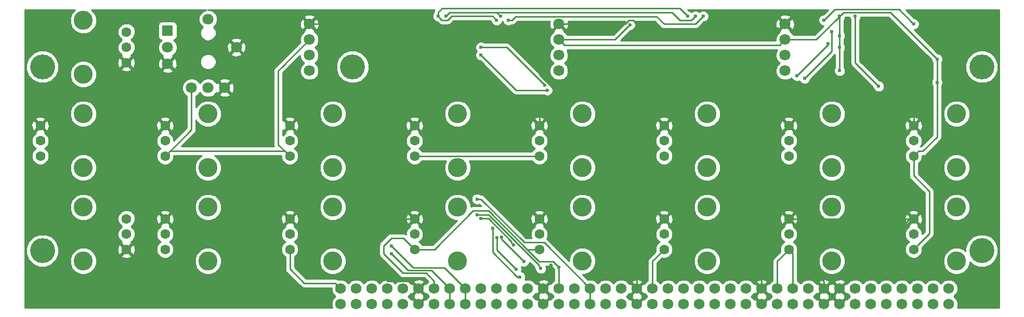
<source format=gbr>
G04 #@! TF.FileFunction,Copper,L2,Bot,Signal*
%FSLAX46Y46*%
G04 Gerber Fmt 4.6, Leading zero omitted, Abs format (unit mm)*
G04 Created by KiCad (PCBNEW 4.0.4-stable) date 05/18/17 20:07:39*
%MOMM*%
%LPD*%
G01*
G04 APERTURE LIST*
%ADD10C,0.100000*%
%ADD11C,4.064000*%
%ADD12C,3.100000*%
%ADD13C,1.600000*%
%ADD14R,1.800000X1.800000*%
%ADD15C,1.800000*%
%ADD16C,1.727200*%
%ADD17C,0.600000*%
%ADD18C,0.250000*%
%ADD19C,0.254000*%
G04 APERTURE END LIST*
D10*
D11*
X156500000Y40000000D03*
X156500000Y10000000D03*
D12*
X10160000Y38785800D03*
X10160000Y47574200D03*
D13*
X17170400Y40680000D03*
X17170400Y43180000D03*
X17170400Y45680000D03*
D11*
X3500000Y40000000D03*
D12*
X152400000Y17094200D03*
X152400000Y8305800D03*
D13*
X145389600Y15200000D03*
X145389600Y12700000D03*
X145389600Y10200000D03*
D12*
X132080000Y17094200D03*
X132080000Y8305800D03*
D13*
X125069600Y15200000D03*
X125069600Y12700000D03*
X125069600Y10200000D03*
D12*
X111760000Y17094200D03*
X111760000Y8305800D03*
D13*
X104749600Y15200000D03*
X104749600Y12700000D03*
X104749600Y10200000D03*
D12*
X91440000Y17094200D03*
X91440000Y8305800D03*
D13*
X84429600Y15200000D03*
X84429600Y12700000D03*
X84429600Y10200000D03*
D12*
X152400000Y32334200D03*
X152400000Y23545800D03*
D13*
X145389600Y30440000D03*
X145389600Y27940000D03*
X145389600Y25440000D03*
D12*
X132080000Y32334200D03*
X132080000Y23545800D03*
D13*
X125069600Y30440000D03*
X125069600Y27940000D03*
X125069600Y25440000D03*
D12*
X111760000Y32334200D03*
X111760000Y23545800D03*
D13*
X104749600Y30440000D03*
X104749600Y27940000D03*
X104749600Y25440000D03*
D12*
X91440000Y32334200D03*
X91440000Y23545800D03*
D13*
X84429600Y30440000D03*
X84429600Y27940000D03*
X84429600Y25440000D03*
D12*
X50800000Y17094200D03*
X50800000Y8305800D03*
D13*
X43789600Y15200000D03*
X43789600Y12700000D03*
X43789600Y10200000D03*
D12*
X30480000Y17094200D03*
X30480000Y8305800D03*
D13*
X23469600Y15200000D03*
X23469600Y12700000D03*
X23469600Y10200000D03*
D12*
X71120000Y32334200D03*
X71120000Y23545800D03*
D13*
X64109600Y30440000D03*
X64109600Y27940000D03*
X64109600Y25440000D03*
D12*
X50800000Y32334200D03*
X50800000Y23545800D03*
D13*
X43789600Y30440000D03*
X43789600Y27940000D03*
X43789600Y25440000D03*
D12*
X30480000Y32334200D03*
X30480000Y23545800D03*
D13*
X23469600Y30440000D03*
X23469600Y27940000D03*
X23469600Y25440000D03*
D12*
X10160000Y32334200D03*
X10160000Y23545800D03*
D13*
X3149600Y30440000D03*
X3149600Y27940000D03*
X3149600Y25440000D03*
D12*
X71120000Y17094200D03*
X71120000Y8305800D03*
D13*
X64109600Y15200000D03*
X64109600Y12700000D03*
X64109600Y10200000D03*
D12*
X10160000Y8305800D03*
X10160000Y17094200D03*
D13*
X17170400Y10200000D03*
X17170400Y12700000D03*
X17170400Y15200000D03*
D11*
X54000000Y40000000D03*
X3500000Y10000000D03*
D14*
X23880000Y45880000D03*
D15*
X23880000Y43180000D03*
X23880000Y40505000D03*
X27780000Y36580000D03*
X30480000Y36580000D03*
X33180000Y36580000D03*
X35080000Y43180000D03*
X30480000Y47780000D03*
D16*
X52070000Y1270000D03*
X54610000Y1270000D03*
X57150000Y1270000D03*
X59690000Y1270000D03*
X62230000Y1270000D03*
X64770000Y1270000D03*
X67310000Y1270000D03*
X69850000Y1270000D03*
X72390000Y1270000D03*
X74930000Y1270000D03*
X77470000Y1270000D03*
X80010000Y1270000D03*
X82550000Y1270000D03*
X85090000Y1270000D03*
X87630000Y1270000D03*
X90170000Y1270000D03*
X92710000Y1270000D03*
X95250000Y1270000D03*
X97790000Y1270000D03*
X100330000Y1270000D03*
X102870000Y1270000D03*
X105410000Y1270000D03*
X107950000Y1270000D03*
X110490000Y1270000D03*
X113030000Y1270000D03*
X115570000Y1270000D03*
X118110000Y1270000D03*
X120650000Y1270000D03*
X123190000Y1270000D03*
X125730000Y1270000D03*
X128270000Y1270000D03*
X130810000Y1270000D03*
X133350000Y1270000D03*
X135890000Y1270000D03*
X138430000Y1270000D03*
X140970000Y1270000D03*
X143510000Y1270000D03*
X146050000Y1270000D03*
X148590000Y1270000D03*
X151130000Y1270000D03*
X59690000Y1270000D03*
X52070000Y1270000D03*
X54610000Y1270000D03*
X57150000Y1270000D03*
X62230000Y1270000D03*
X72390000Y1270000D03*
X64770000Y1270000D03*
X67310000Y1270000D03*
X69850000Y1270000D03*
X74930000Y1270000D03*
X85090000Y1270000D03*
X77470000Y1270000D03*
X80010000Y1270000D03*
X82550000Y1270000D03*
X87630000Y1270000D03*
X97790000Y1270000D03*
X90170000Y1270000D03*
X92710000Y1270000D03*
X95250000Y1270000D03*
X100330000Y1270000D03*
X110490000Y1270000D03*
X102870000Y1270000D03*
X105410000Y1270000D03*
X107950000Y1270000D03*
X113030000Y1270000D03*
X123190000Y1270000D03*
X115570000Y1270000D03*
X118110000Y1270000D03*
X120650000Y1270000D03*
X125730000Y1270000D03*
X135890000Y1270000D03*
X128270000Y1270000D03*
X130810000Y1270000D03*
X133350000Y1270000D03*
X138430000Y1270000D03*
X148590000Y1270000D03*
X140970000Y1270000D03*
X143510000Y1270000D03*
X146050000Y1270000D03*
X151130000Y1270000D03*
X59690000Y1270000D03*
X52070000Y1270000D03*
X54610000Y1270000D03*
X57150000Y1270000D03*
X62230000Y1270000D03*
X72390000Y1270000D03*
X64770000Y1270000D03*
X67310000Y1270000D03*
X69850000Y1270000D03*
X74930000Y1270000D03*
X85090000Y1270000D03*
X77470000Y1270000D03*
X80010000Y1270000D03*
X82550000Y1270000D03*
X87630000Y1270000D03*
X97790000Y1270000D03*
X90170000Y1270000D03*
X92710000Y1270000D03*
X95250000Y1270000D03*
X100330000Y1270000D03*
X110490000Y1270000D03*
X102870000Y1270000D03*
X105410000Y1270000D03*
X107950000Y1270000D03*
X113030000Y1270000D03*
X123190000Y1270000D03*
X115570000Y1270000D03*
X118110000Y1270000D03*
X120650000Y1270000D03*
X125730000Y1270000D03*
X135890000Y1270000D03*
X128270000Y1270000D03*
X130810000Y1270000D03*
X133350000Y1270000D03*
X138430000Y1270000D03*
X148590000Y1270000D03*
X140970000Y1270000D03*
X143510000Y1270000D03*
X146050000Y1270000D03*
X151130000Y1270000D03*
X133350000Y3810000D03*
X133350000Y3810000D03*
X135890000Y3810000D03*
X135890000Y3810000D03*
X133350000Y3810000D03*
X146050000Y3810000D03*
X146050000Y3810000D03*
X148590000Y3810000D03*
X148590000Y3810000D03*
X146050000Y3810000D03*
X128270000Y3810000D03*
X128270000Y3810000D03*
X130810000Y3810000D03*
X128270000Y3810000D03*
X130810000Y3810000D03*
X130810000Y3810000D03*
X140970000Y3810000D03*
X140970000Y3810000D03*
X143510000Y3810000D03*
X140970000Y3810000D03*
X143510000Y3810000D03*
X143510000Y3810000D03*
X135890000Y3810000D03*
X138430000Y3810000D03*
X138430000Y3810000D03*
X138430000Y3810000D03*
X148590000Y3810000D03*
X151130000Y3810000D03*
X151130000Y3810000D03*
X151130000Y3810000D03*
X82550000Y3810000D03*
X82550000Y3810000D03*
X85090000Y3810000D03*
X85090000Y3810000D03*
X82550000Y3810000D03*
X95250000Y3810000D03*
X95250000Y3810000D03*
X97790000Y3810000D03*
X97790000Y3810000D03*
X95250000Y3810000D03*
X77470000Y3810000D03*
X77470000Y3810000D03*
X80010000Y3810000D03*
X77470000Y3810000D03*
X80010000Y3810000D03*
X80010000Y3810000D03*
X90170000Y3810000D03*
X90170000Y3810000D03*
X92710000Y3810000D03*
X90170000Y3810000D03*
X92710000Y3810000D03*
X92710000Y3810000D03*
X85090000Y3810000D03*
X87630000Y3810000D03*
X87630000Y3810000D03*
X87630000Y3810000D03*
X97790000Y3810000D03*
X100330000Y3810000D03*
X100330000Y3810000D03*
X100330000Y3810000D03*
X57150000Y3810000D03*
X57150000Y3810000D03*
X59690000Y3810000D03*
X59690000Y3810000D03*
X57150000Y3810000D03*
X69850000Y3810000D03*
X69850000Y3810000D03*
X72390000Y3810000D03*
X72390000Y3810000D03*
X69850000Y3810000D03*
X52070000Y3810000D03*
X52070000Y3810000D03*
X54610000Y3810000D03*
X52070000Y3810000D03*
X54610000Y3810000D03*
X54610000Y3810000D03*
X64770000Y3810000D03*
X64770000Y3810000D03*
X67310000Y3810000D03*
X64770000Y3810000D03*
X67310000Y3810000D03*
X67310000Y3810000D03*
X59690000Y3810000D03*
X62230000Y3810000D03*
X62230000Y3810000D03*
X62230000Y3810000D03*
X72390000Y3810000D03*
X74930000Y3810000D03*
X74930000Y3810000D03*
X74930000Y3810000D03*
X107950000Y3810000D03*
X107950000Y3810000D03*
X110490000Y3810000D03*
X110490000Y3810000D03*
X107950000Y3810000D03*
X120650000Y3810000D03*
X120650000Y3810000D03*
X123190000Y3810000D03*
X123190000Y3810000D03*
X120650000Y3810000D03*
X102870000Y3810000D03*
X102870000Y3810000D03*
X105410000Y3810000D03*
X102870000Y3810000D03*
X105410000Y3810000D03*
X105410000Y3810000D03*
X115570000Y3810000D03*
X115570000Y3810000D03*
X118110000Y3810000D03*
X115570000Y3810000D03*
X118110000Y3810000D03*
X118110000Y3810000D03*
X110490000Y3810000D03*
X113030000Y3810000D03*
X113030000Y3810000D03*
X113030000Y3810000D03*
X123190000Y3810000D03*
X125730000Y3810000D03*
X125730000Y3810000D03*
X125730000Y3810000D03*
D15*
X46990000Y46990000D03*
X46990000Y44450000D03*
X46990000Y41910000D03*
X46990000Y39370000D03*
X87630000Y46990000D03*
X87630000Y44450000D03*
X87630000Y41910000D03*
X87630000Y39370000D03*
X124460000Y46990000D03*
X124460000Y44450000D03*
X124460000Y41910000D03*
X124460000Y39370000D03*
D17*
X59690000Y44450000D03*
X115570000Y46355000D03*
X100965000Y45720000D03*
X147955000Y33655000D03*
X144144992Y36830008D03*
X87404249Y12290751D03*
X86360000Y7620000D03*
X87630000Y7275004D03*
X99184449Y46865551D03*
X133350000Y39370000D03*
X133350000Y43180000D03*
X133350000Y45085000D03*
X133350000Y48260000D03*
X149225000Y41275000D03*
X149225000Y37465000D03*
X74295000Y18415000D03*
X145415000Y46990000D03*
X130810000Y47625000D03*
X76851588Y13653006D03*
X77470000Y47625000D03*
X108585000Y48260000D03*
X67945000Y48260000D03*
X81280000Y5715000D03*
X77532765Y12092605D03*
X78105000Y48260000D03*
X109855000Y48260000D03*
X69215000Y48260000D03*
X80645000Y6985000D03*
X78328398Y12176197D03*
X111125000Y48260000D03*
X79375000Y47625000D03*
X81915000Y8255000D03*
X74295000Y15875000D03*
X84665473Y7111942D03*
X80231898Y10909107D03*
X74930000Y15240000D03*
X60325000Y9525000D03*
X60325000Y10795000D03*
X139700020Y36830000D03*
X135890000Y48260000D03*
X85283051Y37023051D03*
X131445000Y43815000D03*
X126365000Y38540021D03*
X74930000Y43180000D03*
X132080000Y45720000D03*
X127635000Y38100000D03*
X85725000Y36195000D03*
X74930000Y41910000D03*
D18*
X57150000Y46990000D02*
X59690000Y44450000D01*
X46990000Y46990000D02*
X57150000Y46990000D01*
X115570000Y46355000D02*
X123825000Y46355000D01*
X123825000Y46355000D02*
X124460000Y46990000D01*
X114935000Y45720000D02*
X115570000Y46355000D01*
X100965000Y45720000D02*
X114935000Y45720000D01*
X100965000Y46355000D02*
X100965000Y45720000D01*
X99695000Y47625000D02*
X100965000Y46355000D01*
X99060000Y47625000D02*
X99695000Y47625000D01*
X98425000Y46990000D02*
X99060000Y47625000D01*
X87630000Y46990000D02*
X98425000Y46990000D01*
X84455000Y38735000D02*
X84455000Y43815000D01*
X84455000Y43815000D02*
X87630000Y46990000D01*
X86995000Y36195000D02*
X84455000Y38735000D01*
X86995000Y35560000D02*
X86995000Y36195000D01*
X84429600Y32994600D02*
X86995000Y35560000D01*
X84429600Y30440000D02*
X84429600Y32994600D01*
X146189599Y31889599D02*
X147955000Y33655000D01*
X145389600Y30440000D02*
X146189599Y31239999D01*
X146189599Y31239999D02*
X146189599Y31889599D01*
X145389600Y30440000D02*
X145389600Y35585400D01*
X144444991Y36530009D02*
X144144992Y36830008D01*
X145389600Y35585400D02*
X144444991Y36530009D01*
X84429600Y15200000D02*
X87338849Y12290751D01*
X87338849Y12290751D02*
X87404249Y12290751D01*
X145389600Y15200000D02*
X125069600Y15200000D01*
X130810000Y3810000D02*
X130810000Y5031314D01*
X130810000Y5031314D02*
X128270000Y7571314D01*
X128270000Y7571314D02*
X128270000Y11999600D01*
X125869599Y14400001D02*
X125069600Y15200000D01*
X128270000Y11999600D02*
X125869599Y14400001D01*
X133350000Y3810000D02*
X144740000Y15200000D01*
X144740000Y15200000D02*
X145389600Y15200000D01*
X120650000Y3810000D02*
X120650000Y10780400D01*
X120650000Y10780400D02*
X125069600Y15200000D01*
X100330000Y3810000D02*
X100330000Y10780400D01*
X100330000Y10780400D02*
X104749600Y15200000D01*
X85953599Y7213599D02*
X86360000Y7620000D01*
X85090000Y3810000D02*
X85953599Y4673599D01*
X85953599Y4673599D02*
X85953599Y7213599D01*
X64770000Y3810000D02*
X63581399Y4998601D01*
X63581399Y4998601D02*
X59771399Y4998601D01*
X59771399Y4998601D02*
X57785000Y6985000D01*
X57785000Y6985000D02*
X57785000Y12700000D01*
X57785000Y12700000D02*
X60285000Y15200000D01*
X60285000Y15200000D02*
X64109600Y15200000D01*
X82550000Y10111314D02*
X76151314Y16510000D01*
X84416312Y8245002D02*
X82550000Y10111314D01*
X82550000Y10111314D02*
X82638686Y10200000D01*
X82638686Y10200000D02*
X84429600Y10200000D01*
X96768898Y44450000D02*
X98884450Y46565552D01*
X87630000Y44450000D02*
X96768898Y44450000D01*
X98884450Y46565552D02*
X99184449Y46865551D01*
X149225000Y28575000D02*
X149225000Y30480000D01*
X146889999Y26239999D02*
X149225000Y28575000D01*
X145389600Y25440000D02*
X146189599Y26239999D01*
X146189599Y26239999D02*
X146889999Y26239999D01*
X149225000Y30480000D02*
X149225000Y37465000D01*
X43789600Y25440000D02*
X41910000Y27319600D01*
X41910000Y27319600D02*
X41910000Y39370000D01*
X41910000Y39370000D02*
X42545000Y40005000D01*
X42545000Y40005000D02*
X46990000Y44450000D01*
X124460000Y44450000D02*
X123560001Y43550001D01*
X123560001Y43550001D02*
X88529999Y43550001D01*
X88529999Y43550001D02*
X87630000Y44450000D01*
X133350000Y43180000D02*
X133350000Y39370000D01*
X133350000Y45085000D02*
X133350000Y43180000D01*
X133350000Y47625000D02*
X133350000Y45085000D01*
X133350000Y48260000D02*
X133350000Y47625000D01*
X141605000Y48895000D02*
X133985000Y48895000D01*
X133649999Y48559999D02*
X133350000Y48260000D01*
X133985000Y48895000D02*
X133649999Y48559999D01*
X149225000Y41275000D02*
X141605000Y48895000D01*
X133050001Y47960001D02*
X133350000Y48260000D01*
X129540000Y44450000D02*
X133050001Y47960001D01*
X124460000Y44450000D02*
X129540000Y44450000D01*
X149225000Y37465000D02*
X149225000Y41275000D01*
X145389600Y25440000D02*
X145389600Y22250400D01*
X145389600Y22250400D02*
X147955000Y19685000D01*
X147955000Y19685000D02*
X147955000Y12765400D01*
X147955000Y12765400D02*
X146189599Y10999999D01*
X146189599Y10999999D02*
X145389600Y10200000D01*
X64109600Y25440000D02*
X84429600Y25440000D01*
X23469600Y25440000D02*
X27780000Y29750400D01*
X27780000Y29750400D02*
X27780000Y36580000D01*
X23469600Y25440000D02*
X24269599Y26239999D01*
X24269599Y26239999D02*
X42989601Y26239999D01*
X42989601Y26239999D02*
X43789600Y25440000D01*
X65240970Y10200000D02*
X64109600Y10200000D01*
X67350000Y10200000D02*
X65240970Y10200000D01*
X76151314Y16510000D02*
X73660000Y16510000D01*
X73660000Y16510000D02*
X67350000Y10200000D01*
X86660002Y8245002D02*
X84416312Y8245002D01*
X87630000Y7275004D02*
X86660002Y8245002D01*
X87630000Y3810000D02*
X87630000Y7275004D01*
X67310000Y3810000D02*
X67310000Y5031314D01*
X67310000Y5031314D02*
X65991314Y6350000D01*
X65991314Y6350000D02*
X62230000Y6350000D01*
X59055000Y10795000D02*
X60325000Y12065000D01*
X62230000Y6350000D02*
X59055000Y9525000D01*
X62244600Y12065000D02*
X64109600Y10200000D01*
X59055000Y9525000D02*
X59055000Y10795000D01*
X60325000Y12065000D02*
X62244600Y12065000D01*
X125730000Y3810000D02*
X125730000Y9539600D01*
X125730000Y9539600D02*
X125069600Y10200000D01*
X123190000Y3810000D02*
X123190000Y8320400D01*
X123190000Y8320400D02*
X125069600Y10200000D01*
X102870000Y3810000D02*
X102870000Y8320400D01*
X102870000Y8320400D02*
X104749600Y10200000D01*
X46126401Y4673599D02*
X43789600Y7010400D01*
X43789600Y7010400D02*
X43789600Y10200000D01*
X52070000Y3810000D02*
X51206401Y4673599D01*
X51206401Y4673599D02*
X46126401Y4673599D01*
X92710000Y3810000D02*
X85194999Y11325001D01*
X74719264Y18415000D02*
X74295000Y18415000D01*
X81972724Y11325001D02*
X74882725Y18415000D01*
X74882725Y18415000D02*
X74719264Y18415000D01*
X85194999Y11325001D02*
X81972724Y11325001D01*
X92710000Y1270000D02*
X92710000Y3810000D01*
X145115001Y47289999D02*
X145415000Y46990000D01*
X143059991Y49345009D02*
X145115001Y47289999D01*
X132530009Y49345009D02*
X143059991Y49345009D01*
X130810000Y47625000D02*
X132530009Y49345009D01*
X76851588Y13228742D02*
X76851588Y13653006D01*
X80855736Y5715000D02*
X76851588Y9719148D01*
X81280000Y5715000D02*
X80855736Y5715000D01*
X76851588Y9719148D02*
X76851588Y13228742D01*
X68570002Y47634998D02*
X68244999Y47960001D01*
X68244999Y47960001D02*
X67945000Y48260000D01*
X70140004Y48260000D02*
X69515002Y47634998D01*
X77470000Y47625000D02*
X76835000Y48260000D01*
X69515002Y47634998D02*
X68570002Y47634998D01*
X76835000Y48260000D02*
X70140004Y48260000D01*
X107315000Y49530000D02*
X108585000Y48260000D01*
X68580000Y49530000D02*
X107315000Y49530000D01*
X67945000Y48895000D02*
X68580000Y49530000D01*
X67945000Y48260000D02*
X67945000Y48895000D01*
X77532765Y10097235D02*
X77532765Y11668341D01*
X80645000Y6985000D02*
X77532765Y10097235D01*
X77532765Y11668341D02*
X77532765Y12092605D01*
X78105000Y48260000D02*
X77470000Y48895000D01*
X109220000Y47625000D02*
X109855000Y48260000D01*
X107315000Y47625000D02*
X109220000Y47625000D01*
X106045000Y48895000D02*
X107315000Y47625000D01*
X77470000Y48895000D02*
X106045000Y48895000D01*
X69850000Y48895000D02*
X69215000Y48260000D01*
X77470000Y48895000D02*
X69850000Y48895000D01*
X78328398Y11841602D02*
X78328398Y12176197D01*
X81915000Y8255000D02*
X78328398Y11841602D01*
X109855000Y46990000D02*
X111125000Y48260000D01*
X104775000Y46990000D02*
X109855000Y46990000D01*
X103549999Y48215001D02*
X104775000Y46990000D01*
X80010000Y47625000D02*
X80600001Y48215001D01*
X80600001Y48215001D02*
X103549999Y48215001D01*
X79375000Y47625000D02*
X80010000Y47625000D01*
X74719264Y15875000D02*
X74295000Y15875000D01*
X84365474Y7659429D02*
X76149903Y15875000D01*
X84365474Y7411941D02*
X84365474Y7659429D01*
X84665473Y7111942D02*
X84365474Y7411941D01*
X76149903Y15875000D02*
X74719264Y15875000D01*
X74930000Y15240000D02*
X76148492Y15240000D01*
X79931899Y11456593D02*
X79931899Y11209106D01*
X79931899Y11209106D02*
X80231898Y10909107D01*
X76148492Y15240000D02*
X79931899Y11456593D01*
X60624999Y9225001D02*
X60325000Y9525000D01*
X63049989Y6800011D02*
X60624999Y9225001D01*
X69850000Y3810000D02*
X66859989Y6800011D01*
X66859989Y6800011D02*
X63049989Y6800011D01*
X69850000Y1270000D02*
X69850000Y3810000D01*
X63869978Y7250022D02*
X60624999Y10495001D01*
X60624999Y10495001D02*
X60325000Y10795000D01*
X72390000Y3810000D02*
X68949978Y7250022D01*
X68949978Y7250022D02*
X63869978Y7250022D01*
X72390000Y1270000D02*
X72390000Y3810000D01*
X139400021Y37129999D02*
X139700020Y36830000D01*
X135890000Y48260000D02*
X135890000Y40640020D01*
X135890000Y40640020D02*
X139400021Y37129999D01*
X84983052Y37323050D02*
X85283051Y37023051D01*
X74930000Y43180000D02*
X79126102Y43180000D01*
X79126102Y43180000D02*
X84983052Y37323050D01*
X131445000Y43620021D02*
X131445000Y43815000D01*
X126365000Y38540021D02*
X131445000Y43620021D01*
X127635000Y38100000D02*
X132080000Y42545000D01*
X132080000Y42545000D02*
X132080000Y45085000D01*
X132080000Y45085000D02*
X132080000Y45720000D01*
X80645000Y36195000D02*
X85725000Y36195000D01*
X74930000Y41910000D02*
X80645000Y36195000D01*
D19*
G36*
X8308727Y48813519D02*
X7975380Y48010730D01*
X7974621Y47141483D01*
X8306567Y46338114D01*
X8920681Y45722927D01*
X9723470Y45389580D01*
X10592717Y45388821D01*
X10609638Y45395813D01*
X15735152Y45395813D01*
X15953157Y44868200D01*
X16356477Y44464176D01*
X16438331Y44430187D01*
X16358600Y44397243D01*
X15954576Y43993923D01*
X15735650Y43466691D01*
X15735152Y42895813D01*
X15953157Y42368200D01*
X16356477Y41964176D01*
X16422944Y41936577D01*
X16416395Y41933864D01*
X16342261Y41687745D01*
X17170400Y40859605D01*
X17998539Y41687745D01*
X17924405Y41933864D01*
X17917917Y41936196D01*
X17982200Y41962757D01*
X18386224Y42366077D01*
X18605150Y42893309D01*
X18605648Y43464187D01*
X18387643Y43991800D01*
X17984323Y44395824D01*
X17902469Y44429813D01*
X17982200Y44462757D01*
X18386224Y44866077D01*
X18605150Y45393309D01*
X18605648Y45964187D01*
X18387643Y46491800D01*
X18099946Y46780000D01*
X22332560Y46780000D01*
X22332560Y44980000D01*
X22376838Y44744683D01*
X22515910Y44528559D01*
X22728110Y44383569D01*
X22881784Y44352449D01*
X22579449Y44050643D01*
X22345267Y43486670D01*
X22344735Y42876009D01*
X22577932Y42311629D01*
X23009357Y41879449D01*
X23083149Y41848808D01*
X23065852Y41841643D01*
X22979446Y41585159D01*
X23880000Y40684605D01*
X24780554Y41585159D01*
X24694148Y41841643D01*
X24676326Y41848163D01*
X24748371Y41877932D01*
X25180551Y42309357D01*
X25414733Y42873330D01*
X25415209Y43420664D01*
X33533542Y43420664D01*
X33559161Y42810540D01*
X33743357Y42365852D01*
X33999841Y42279446D01*
X34900395Y43180000D01*
X35259605Y43180000D01*
X36160159Y42279446D01*
X36416643Y42365852D01*
X36626458Y42939336D01*
X36600839Y43549460D01*
X36416643Y43994148D01*
X36160159Y44080554D01*
X35259605Y43180000D01*
X34900395Y43180000D01*
X33999841Y44080554D01*
X33743357Y43994148D01*
X33533542Y43420664D01*
X25415209Y43420664D01*
X25415265Y43483991D01*
X25182068Y44048371D01*
X24879657Y44351312D01*
X25015317Y44376838D01*
X25231441Y44515910D01*
X25376431Y44728110D01*
X25427440Y44980000D01*
X25427440Y46780000D01*
X25383162Y47015317D01*
X25244090Y47231441D01*
X25031890Y47376431D01*
X24780000Y47427440D01*
X22980000Y47427440D01*
X22744683Y47383162D01*
X22528559Y47244090D01*
X22383569Y47031890D01*
X22332560Y46780000D01*
X18099946Y46780000D01*
X17984323Y46895824D01*
X17457091Y47114750D01*
X16886213Y47115248D01*
X16358600Y46897243D01*
X15954576Y46493923D01*
X15735650Y45966691D01*
X15735152Y45395813D01*
X10609638Y45395813D01*
X11396086Y45720767D01*
X12011273Y46334881D01*
X12344620Y47137670D01*
X12345379Y48006917D01*
X12013433Y48810286D01*
X11509599Y49315000D01*
X30175368Y49315000D01*
X29611629Y49082068D01*
X29179449Y48650643D01*
X28945267Y48086670D01*
X28944735Y47476009D01*
X29177932Y46911629D01*
X29609357Y46479449D01*
X29611404Y46478599D01*
X29391265Y46258845D01*
X29195223Y45786724D01*
X29194777Y45275519D01*
X29389995Y44803057D01*
X29751155Y44441265D01*
X30223276Y44245223D01*
X30734481Y44244777D01*
X30771708Y44260159D01*
X34179446Y44260159D01*
X35080000Y43359605D01*
X35980554Y44260159D01*
X35894148Y44516643D01*
X35320664Y44726458D01*
X34710540Y44700839D01*
X34265852Y44516643D01*
X34179446Y44260159D01*
X30771708Y44260159D01*
X31206943Y44439995D01*
X31568735Y44801155D01*
X31764777Y45273276D01*
X31765223Y45784481D01*
X31570005Y46256943D01*
X31348887Y46478448D01*
X31780551Y46909357D01*
X31913969Y47230664D01*
X45443542Y47230664D01*
X45469161Y46620540D01*
X45653357Y46175852D01*
X45909841Y46089446D01*
X46810395Y46990000D01*
X47169605Y46990000D01*
X48070159Y46089446D01*
X48326643Y46175852D01*
X48536458Y46749336D01*
X48510839Y47359460D01*
X48326643Y47804148D01*
X48070159Y47890554D01*
X47169605Y46990000D01*
X46810395Y46990000D01*
X45909841Y47890554D01*
X45653357Y47804148D01*
X45443542Y47230664D01*
X31913969Y47230664D01*
X32014733Y47473330D01*
X32015252Y48070159D01*
X46089446Y48070159D01*
X46990000Y47169605D01*
X47890554Y48070159D01*
X47804148Y48326643D01*
X47230664Y48536458D01*
X46620540Y48510839D01*
X46175852Y48326643D01*
X46089446Y48070159D01*
X32015252Y48070159D01*
X32015265Y48083991D01*
X31782068Y48648371D01*
X31350643Y49080551D01*
X30786670Y49314733D01*
X30480192Y49315000D01*
X67329154Y49315000D01*
X67242852Y49185839D01*
X67185000Y48895000D01*
X67185000Y48822463D01*
X67152808Y48790327D01*
X67010162Y48446799D01*
X67009838Y48074833D01*
X67151883Y47731057D01*
X67414673Y47467808D01*
X67758201Y47325162D01*
X67805077Y47325121D01*
X68032601Y47097597D01*
X68279163Y46932850D01*
X68570002Y46874998D01*
X69515002Y46874998D01*
X69805841Y46932850D01*
X70052403Y47097597D01*
X70454806Y47500000D01*
X76520198Y47500000D01*
X76534878Y47485320D01*
X76534838Y47439833D01*
X76676883Y47096057D01*
X76939673Y46832808D01*
X77283201Y46690162D01*
X77655167Y46689838D01*
X77998943Y46831883D01*
X78262192Y47094673D01*
X78371765Y47358554D01*
X78458597Y47394432D01*
X78581883Y47096057D01*
X78844673Y46832808D01*
X79188201Y46690162D01*
X79560167Y46689838D01*
X79903943Y46831883D01*
X79937118Y46865000D01*
X80010000Y46865000D01*
X80300839Y46922852D01*
X80547401Y47087599D01*
X80914803Y47455001D01*
X86165618Y47455001D01*
X86083542Y47230664D01*
X86109161Y46620540D01*
X86293357Y46175852D01*
X86549841Y46089446D01*
X87450395Y46990000D01*
X87436253Y47004143D01*
X87615858Y47183748D01*
X87630000Y47169605D01*
X87644143Y47183748D01*
X87823748Y47004143D01*
X87809605Y46990000D01*
X88710159Y46089446D01*
X88966643Y46175852D01*
X89176458Y46749336D01*
X89150839Y47359460D01*
X89111265Y47455001D01*
X98451483Y47455001D01*
X98392257Y47395878D01*
X98249611Y47052350D01*
X98249570Y47005474D01*
X96454096Y45210000D01*
X88976846Y45210000D01*
X88932068Y45318371D01*
X88500643Y45750551D01*
X88479806Y45759203D01*
X88530554Y45909841D01*
X87630000Y46810395D01*
X86729446Y45909841D01*
X86780035Y45759673D01*
X86761629Y45752068D01*
X86329449Y45320643D01*
X86095267Y44756670D01*
X86094735Y44146009D01*
X86327932Y43581629D01*
X86729182Y43179677D01*
X86329449Y42780643D01*
X86095267Y42216670D01*
X86094735Y41606009D01*
X86327932Y41041629D01*
X86729182Y40639677D01*
X86329449Y40240643D01*
X86095267Y39676670D01*
X86094735Y39066009D01*
X86327932Y38501629D01*
X86759357Y38069449D01*
X87323330Y37835267D01*
X87933991Y37834735D01*
X88498371Y38067932D01*
X88930551Y38499357D01*
X89164733Y39063330D01*
X89165265Y39673991D01*
X88932068Y40238371D01*
X88530818Y40640323D01*
X88930551Y41039357D01*
X89164733Y41603330D01*
X89165265Y42213991D01*
X88932068Y42778371D01*
X88920458Y42790001D01*
X123168823Y42790001D01*
X123159449Y42780643D01*
X122925267Y42216670D01*
X122924735Y41606009D01*
X123157932Y41041629D01*
X123559182Y40639677D01*
X123159449Y40240643D01*
X122925267Y39676670D01*
X122924735Y39066009D01*
X123157932Y38501629D01*
X123589357Y38069449D01*
X124153330Y37835267D01*
X124763991Y37834735D01*
X125328371Y38067932D01*
X125484141Y38223430D01*
X125571883Y38011078D01*
X125834673Y37747829D01*
X126178201Y37605183D01*
X126550167Y37604859D01*
X126787412Y37702887D01*
X126841883Y37571057D01*
X127104673Y37307808D01*
X127448201Y37165162D01*
X127820167Y37164838D01*
X128163943Y37306883D01*
X128427192Y37569673D01*
X128569838Y37913201D01*
X128569879Y37960077D01*
X132590000Y41980198D01*
X132590000Y39932463D01*
X132557808Y39900327D01*
X132415162Y39556799D01*
X132414838Y39184833D01*
X132556883Y38841057D01*
X132819673Y38577808D01*
X133163201Y38435162D01*
X133535167Y38434838D01*
X133878943Y38576883D01*
X134142192Y38839673D01*
X134284838Y39183201D01*
X134285162Y39555167D01*
X134143117Y39898943D01*
X134110000Y39932118D01*
X134110000Y42617537D01*
X134142192Y42649673D01*
X134284838Y42993201D01*
X134285162Y43365167D01*
X134143117Y43708943D01*
X134110000Y43742118D01*
X134110000Y44522537D01*
X134142192Y44554673D01*
X134284838Y44898201D01*
X134285162Y45270167D01*
X134143117Y45613943D01*
X134110000Y45647118D01*
X134110000Y47697537D01*
X134142192Y47729673D01*
X134284838Y48073201D01*
X134284879Y48120077D01*
X134299802Y48135000D01*
X134954890Y48135000D01*
X134954838Y48074833D01*
X135096883Y47731057D01*
X135130000Y47697882D01*
X135130000Y40640020D01*
X135187852Y40349181D01*
X135352599Y40102619D01*
X138764898Y36690320D01*
X138764858Y36644833D01*
X138906903Y36301057D01*
X139169693Y36037808D01*
X139513221Y35895162D01*
X139885187Y35894838D01*
X140228963Y36036883D01*
X140492212Y36299673D01*
X140634858Y36643201D01*
X140635182Y37015167D01*
X140493137Y37358943D01*
X140230347Y37622192D01*
X139886819Y37764838D01*
X139839943Y37764879D01*
X136650000Y40954822D01*
X136650000Y47697537D01*
X136682192Y47729673D01*
X136824838Y48073201D01*
X136824892Y48135000D01*
X141290198Y48135000D01*
X148289878Y41135320D01*
X148289838Y41089833D01*
X148431883Y40746057D01*
X148465000Y40712882D01*
X148465000Y38027463D01*
X148432808Y37995327D01*
X148290162Y37651799D01*
X148289838Y37279833D01*
X148431883Y36936057D01*
X148465000Y36902882D01*
X148465000Y28889802D01*
X146575197Y26999999D01*
X146479126Y26999999D01*
X146605424Y27126077D01*
X146824350Y27653309D01*
X146824848Y28224187D01*
X146606843Y28751800D01*
X146203523Y29155824D01*
X146137056Y29183423D01*
X146143605Y29186136D01*
X146217739Y29432255D01*
X145389600Y30260395D01*
X144561461Y29432255D01*
X144635595Y29186136D01*
X144642083Y29183804D01*
X144577800Y29157243D01*
X144173776Y28753923D01*
X143954850Y28226691D01*
X143954352Y27655813D01*
X144172357Y27128200D01*
X144575677Y26724176D01*
X144657531Y26690187D01*
X144577800Y26657243D01*
X144173776Y26253923D01*
X143954850Y25726691D01*
X143954352Y25155813D01*
X144172357Y24628200D01*
X144575677Y24224176D01*
X144629600Y24201785D01*
X144629600Y22250400D01*
X144687452Y21959561D01*
X144852199Y21712999D01*
X147195000Y19370198D01*
X147195000Y13080202D01*
X146824609Y12709811D01*
X146824848Y12984187D01*
X146606843Y13511800D01*
X146203523Y13915824D01*
X146137056Y13943423D01*
X146143605Y13946136D01*
X146217739Y14192255D01*
X145389600Y15020395D01*
X144561461Y14192255D01*
X144635595Y13946136D01*
X144642083Y13943804D01*
X144577800Y13917243D01*
X144173776Y13513923D01*
X143954850Y12986691D01*
X143954352Y12415813D01*
X144172357Y11888200D01*
X144575677Y11484176D01*
X144657531Y11450187D01*
X144577800Y11417243D01*
X144173776Y11013923D01*
X143954850Y10486691D01*
X143954352Y9915813D01*
X144172357Y9388200D01*
X144575677Y8984176D01*
X145102909Y8765250D01*
X145673787Y8764752D01*
X146201400Y8982757D01*
X146605424Y9386077D01*
X146824350Y9913309D01*
X146824848Y10484187D01*
X146802551Y10538149D01*
X148492401Y12227999D01*
X148657148Y12474561D01*
X148715000Y12765400D01*
X148715000Y16661483D01*
X150214621Y16661483D01*
X150546567Y15858114D01*
X151160681Y15242927D01*
X151963470Y14909580D01*
X152832717Y14908821D01*
X153636086Y15240767D01*
X154251273Y15854881D01*
X154584620Y16657670D01*
X154585379Y17526917D01*
X154253433Y18330286D01*
X153639319Y18945473D01*
X152836530Y19278820D01*
X151967283Y19279579D01*
X151163914Y18947633D01*
X150548727Y18333519D01*
X150215380Y17530730D01*
X150214621Y16661483D01*
X148715000Y16661483D01*
X148715000Y19685000D01*
X148657148Y19975839D01*
X148657148Y19975840D01*
X148492401Y20222401D01*
X146149600Y22565202D01*
X146149600Y23113083D01*
X150214621Y23113083D01*
X150546567Y22309714D01*
X151160681Y21694527D01*
X151963470Y21361180D01*
X152832717Y21360421D01*
X153636086Y21692367D01*
X154251273Y22306481D01*
X154584620Y23109270D01*
X154585379Y23978517D01*
X154253433Y24781886D01*
X153639319Y25397073D01*
X152836530Y25730420D01*
X151967283Y25731179D01*
X151163914Y25399233D01*
X150548727Y24785119D01*
X150215380Y23982330D01*
X150214621Y23113083D01*
X146149600Y23113083D01*
X146149600Y24201354D01*
X146201400Y24222757D01*
X146605424Y24626077D01*
X146824350Y25153309D01*
X146824635Y25479999D01*
X146889999Y25479999D01*
X147180838Y25537851D01*
X147427400Y25702598D01*
X149762401Y28037599D01*
X149927148Y28284161D01*
X149985000Y28575000D01*
X149985000Y31901483D01*
X150214621Y31901483D01*
X150546567Y31098114D01*
X151160681Y30482927D01*
X151963470Y30149580D01*
X152832717Y30148821D01*
X153636086Y30480767D01*
X154251273Y31094881D01*
X154584620Y31897670D01*
X154585379Y32766917D01*
X154253433Y33570286D01*
X153639319Y34185473D01*
X152836530Y34518820D01*
X151967283Y34519579D01*
X151163914Y34187633D01*
X150548727Y33573519D01*
X150215380Y32770730D01*
X150214621Y31901483D01*
X149985000Y31901483D01*
X149985000Y36902537D01*
X150017192Y36934673D01*
X150159838Y37278201D01*
X150160162Y37650167D01*
X150018117Y37993943D01*
X149985000Y38027118D01*
X149985000Y39471828D01*
X153832538Y39471828D01*
X154237709Y38491239D01*
X154987293Y37740345D01*
X155967173Y37333464D01*
X157028172Y37332538D01*
X158008761Y37737709D01*
X158759655Y38487293D01*
X159166536Y39467173D01*
X159167462Y40528172D01*
X158762291Y41508761D01*
X158012707Y42259655D01*
X157032827Y42666536D01*
X155971828Y42667462D01*
X154991239Y42262291D01*
X154240345Y41512707D01*
X153833464Y40532827D01*
X153832538Y39471828D01*
X149985000Y39471828D01*
X149985000Y40712537D01*
X150017192Y40744673D01*
X150159838Y41088201D01*
X150160162Y41460167D01*
X150018117Y41803943D01*
X149755327Y42067192D01*
X149411799Y42209838D01*
X149364923Y42209879D01*
X145519894Y46054908D01*
X145600167Y46054838D01*
X145943943Y46196883D01*
X146207192Y46459673D01*
X146349838Y46803201D01*
X146350162Y47175167D01*
X146208117Y47518943D01*
X145945327Y47782192D01*
X145601799Y47924838D01*
X145554923Y47924879D01*
X144164802Y49315000D01*
X159315000Y49315000D01*
X159315000Y685000D01*
X152509747Y685000D01*
X152628339Y970602D01*
X152628859Y1566782D01*
X152401192Y2117780D01*
X151979997Y2539710D01*
X151979069Y2540095D01*
X152399710Y2960003D01*
X152628339Y3510602D01*
X152628859Y4106782D01*
X152401192Y4657780D01*
X151979997Y5079710D01*
X151429398Y5308339D01*
X150833218Y5308859D01*
X150282220Y5081192D01*
X149860290Y4659997D01*
X149859905Y4659069D01*
X149439997Y5079710D01*
X148889398Y5308339D01*
X148293218Y5308859D01*
X147742220Y5081192D01*
X147320290Y4659997D01*
X147319905Y4659069D01*
X146899997Y5079710D01*
X146349398Y5308339D01*
X145753218Y5308859D01*
X145202220Y5081192D01*
X144780290Y4659997D01*
X144779905Y4659069D01*
X144359997Y5079710D01*
X143809398Y5308339D01*
X143213218Y5308859D01*
X142662220Y5081192D01*
X142240290Y4659997D01*
X142239905Y4659069D01*
X141819997Y5079710D01*
X141269398Y5308339D01*
X140673218Y5308859D01*
X140122220Y5081192D01*
X139700290Y4659997D01*
X139699905Y4659069D01*
X139279997Y5079710D01*
X138729398Y5308339D01*
X138133218Y5308859D01*
X137582220Y5081192D01*
X137160290Y4659997D01*
X137159905Y4659069D01*
X136739997Y5079710D01*
X136189398Y5308339D01*
X135593218Y5308859D01*
X135042220Y5081192D01*
X134620290Y4659997D01*
X134603459Y4619463D01*
X134403805Y4684200D01*
X133529605Y3810000D01*
X134403805Y2935800D01*
X134603033Y3000399D01*
X134618808Y2962220D01*
X135040003Y2540290D01*
X135040931Y2539905D01*
X134620290Y2119997D01*
X134603459Y2079463D01*
X134403805Y2144200D01*
X133529605Y1270000D01*
X133543748Y1255858D01*
X133364143Y1076253D01*
X133350000Y1090395D01*
X133335858Y1076253D01*
X133156253Y1255858D01*
X133170395Y1270000D01*
X132296195Y2144200D01*
X132080000Y2074099D01*
X131863805Y2144200D01*
X130989605Y1270000D01*
X131003748Y1255858D01*
X130824143Y1076253D01*
X130810000Y1090395D01*
X130795858Y1076253D01*
X130616253Y1255858D01*
X130630395Y1270000D01*
X129756195Y2144200D01*
X129556967Y2079601D01*
X129541192Y2117780D01*
X129119997Y2539710D01*
X129119069Y2540095D01*
X129335546Y2756195D01*
X129935800Y2756195D01*
X130005901Y2540000D01*
X129935800Y2323805D01*
X130810000Y1449605D01*
X131684200Y2323805D01*
X131614099Y2540000D01*
X131684200Y2756195D01*
X132475800Y2756195D01*
X132545901Y2540000D01*
X132475800Y2323805D01*
X133350000Y1449605D01*
X134224200Y2323805D01*
X134154099Y2540000D01*
X134224200Y2756195D01*
X133350000Y3630395D01*
X132475800Y2756195D01*
X131684200Y2756195D01*
X130810000Y3630395D01*
X129935800Y2756195D01*
X129335546Y2756195D01*
X129539710Y2960003D01*
X129556541Y3000537D01*
X129756195Y2935800D01*
X130630395Y3810000D01*
X130989605Y3810000D01*
X131863805Y2935800D01*
X132080000Y3005901D01*
X132296195Y2935800D01*
X133170395Y3810000D01*
X132296195Y4684200D01*
X132080000Y4614099D01*
X131863805Y4684200D01*
X130989605Y3810000D01*
X130630395Y3810000D01*
X129756195Y4684200D01*
X129556967Y4619601D01*
X129541192Y4657780D01*
X129335526Y4863805D01*
X129935800Y4863805D01*
X130810000Y3989605D01*
X131684200Y4863805D01*
X132475800Y4863805D01*
X133350000Y3989605D01*
X134224200Y4863805D01*
X134142259Y5116516D01*
X133581970Y5320248D01*
X132986365Y5294058D01*
X132557741Y5116516D01*
X132475800Y4863805D01*
X131684200Y4863805D01*
X131602259Y5116516D01*
X131041970Y5320248D01*
X130446365Y5294058D01*
X130017741Y5116516D01*
X129935800Y4863805D01*
X129335526Y4863805D01*
X129119997Y5079710D01*
X128569398Y5308339D01*
X127973218Y5308859D01*
X127422220Y5081192D01*
X127000290Y4659997D01*
X126999905Y4659069D01*
X126579997Y5079710D01*
X126490000Y5117080D01*
X126490000Y7873083D01*
X129894621Y7873083D01*
X130226567Y7069714D01*
X130840681Y6454527D01*
X131643470Y6121180D01*
X132512717Y6120421D01*
X133316086Y6452367D01*
X133931273Y7066481D01*
X134264620Y7869270D01*
X134264623Y7873083D01*
X150214621Y7873083D01*
X150546567Y7069714D01*
X151160681Y6454527D01*
X151963470Y6121180D01*
X152832717Y6120421D01*
X153636086Y6452367D01*
X154251273Y7066481D01*
X154584620Y7869270D01*
X154584859Y8143482D01*
X154987293Y7740345D01*
X155967173Y7333464D01*
X157028172Y7332538D01*
X158008761Y7737709D01*
X158759655Y8487293D01*
X159166536Y9467173D01*
X159167462Y10528172D01*
X158762291Y11508761D01*
X158012707Y12259655D01*
X157032827Y12666536D01*
X155971828Y12667462D01*
X154991239Y12262291D01*
X154240345Y11512707D01*
X153833464Y10532827D01*
X153832967Y9963087D01*
X153639319Y10157073D01*
X152836530Y10490420D01*
X151967283Y10491179D01*
X151163914Y10159233D01*
X150548727Y9545119D01*
X150215380Y8742330D01*
X150214621Y7873083D01*
X134264623Y7873083D01*
X134265379Y8738517D01*
X133933433Y9541886D01*
X133319319Y10157073D01*
X132516530Y10490420D01*
X131647283Y10491179D01*
X130843914Y10159233D01*
X130228727Y9545119D01*
X129895380Y8742330D01*
X129894621Y7873083D01*
X126490000Y7873083D01*
X126490000Y9539600D01*
X126444388Y9768905D01*
X126504350Y9913309D01*
X126504848Y10484187D01*
X126286843Y11011800D01*
X125883523Y11415824D01*
X125801669Y11449813D01*
X125881400Y11482757D01*
X126285424Y11886077D01*
X126504350Y12413309D01*
X126504848Y12984187D01*
X126286843Y13511800D01*
X125883523Y13915824D01*
X125817056Y13943423D01*
X125823605Y13946136D01*
X125897739Y14192255D01*
X125069600Y15020395D01*
X124241461Y14192255D01*
X124315595Y13946136D01*
X124322083Y13943804D01*
X124257800Y13917243D01*
X123853776Y13513923D01*
X123634850Y12986691D01*
X123634352Y12415813D01*
X123852357Y11888200D01*
X124255677Y11484176D01*
X124337531Y11450187D01*
X124257800Y11417243D01*
X123853776Y11013923D01*
X123634850Y10486691D01*
X123634352Y9915813D01*
X123656649Y9861851D01*
X122652599Y8857801D01*
X122487852Y8611239D01*
X122430000Y8320400D01*
X122430000Y5117462D01*
X122342220Y5081192D01*
X121920290Y4659997D01*
X121903459Y4619463D01*
X121703805Y4684200D01*
X120829605Y3810000D01*
X121703805Y2935800D01*
X121903033Y3000399D01*
X121918808Y2962220D01*
X122340003Y2540290D01*
X122340931Y2539905D01*
X121920290Y2119997D01*
X121903459Y2079463D01*
X121703805Y2144200D01*
X120829605Y1270000D01*
X120843748Y1255858D01*
X120664143Y1076253D01*
X120650000Y1090395D01*
X120635858Y1076253D01*
X120456253Y1255858D01*
X120470395Y1270000D01*
X119596195Y2144200D01*
X119396967Y2079601D01*
X119381192Y2117780D01*
X118959997Y2539710D01*
X118959069Y2540095D01*
X119175546Y2756195D01*
X119775800Y2756195D01*
X119845901Y2540000D01*
X119775800Y2323805D01*
X120650000Y1449605D01*
X121524200Y2323805D01*
X121454099Y2540000D01*
X121524200Y2756195D01*
X120650000Y3630395D01*
X119775800Y2756195D01*
X119175546Y2756195D01*
X119379710Y2960003D01*
X119396541Y3000537D01*
X119596195Y2935800D01*
X120470395Y3810000D01*
X119596195Y4684200D01*
X119396967Y4619601D01*
X119381192Y4657780D01*
X119175526Y4863805D01*
X119775800Y4863805D01*
X120650000Y3989605D01*
X121524200Y4863805D01*
X121442259Y5116516D01*
X120881970Y5320248D01*
X120286365Y5294058D01*
X119857741Y5116516D01*
X119775800Y4863805D01*
X119175526Y4863805D01*
X118959997Y5079710D01*
X118409398Y5308339D01*
X117813218Y5308859D01*
X117262220Y5081192D01*
X116840290Y4659997D01*
X116839905Y4659069D01*
X116419997Y5079710D01*
X115869398Y5308339D01*
X115273218Y5308859D01*
X114722220Y5081192D01*
X114300290Y4659997D01*
X114299905Y4659069D01*
X113879997Y5079710D01*
X113329398Y5308339D01*
X112733218Y5308859D01*
X112182220Y5081192D01*
X111760290Y4659997D01*
X111759905Y4659069D01*
X111339997Y5079710D01*
X110789398Y5308339D01*
X110193218Y5308859D01*
X109642220Y5081192D01*
X109220290Y4659997D01*
X109219905Y4659069D01*
X108799997Y5079710D01*
X108249398Y5308339D01*
X107653218Y5308859D01*
X107102220Y5081192D01*
X106680290Y4659997D01*
X106679905Y4659069D01*
X106259997Y5079710D01*
X105709398Y5308339D01*
X105113218Y5308859D01*
X104562220Y5081192D01*
X104140290Y4659997D01*
X104139905Y4659069D01*
X103719997Y5079710D01*
X103630000Y5117080D01*
X103630000Y7873083D01*
X109574621Y7873083D01*
X109906567Y7069714D01*
X110520681Y6454527D01*
X111323470Y6121180D01*
X112192717Y6120421D01*
X112996086Y6452367D01*
X113611273Y7066481D01*
X113944620Y7869270D01*
X113945379Y8738517D01*
X113613433Y9541886D01*
X112999319Y10157073D01*
X112196530Y10490420D01*
X111327283Y10491179D01*
X110523914Y10159233D01*
X109908727Y9545119D01*
X109575380Y8742330D01*
X109574621Y7873083D01*
X103630000Y7873083D01*
X103630000Y8005598D01*
X104411146Y8786744D01*
X104462909Y8765250D01*
X105033787Y8764752D01*
X105561400Y8982757D01*
X105965424Y9386077D01*
X106184350Y9913309D01*
X106184848Y10484187D01*
X105966843Y11011800D01*
X105563523Y11415824D01*
X105481669Y11449813D01*
X105561400Y11482757D01*
X105965424Y11886077D01*
X106184350Y12413309D01*
X106184848Y12984187D01*
X105966843Y13511800D01*
X105563523Y13915824D01*
X105497056Y13943423D01*
X105503605Y13946136D01*
X105577739Y14192255D01*
X104749600Y15020395D01*
X103921461Y14192255D01*
X103995595Y13946136D01*
X104002083Y13943804D01*
X103937800Y13917243D01*
X103533776Y13513923D01*
X103314850Y12986691D01*
X103314352Y12415813D01*
X103532357Y11888200D01*
X103935677Y11484176D01*
X104017531Y11450187D01*
X103937800Y11417243D01*
X103533776Y11013923D01*
X103314850Y10486691D01*
X103314352Y9915813D01*
X103336649Y9861851D01*
X102332599Y8857801D01*
X102167852Y8611239D01*
X102110000Y8320400D01*
X102110000Y5117462D01*
X102022220Y5081192D01*
X101600290Y4659997D01*
X101583459Y4619463D01*
X101383805Y4684200D01*
X100509605Y3810000D01*
X101383805Y2935800D01*
X101583033Y3000399D01*
X101598808Y2962220D01*
X102020003Y2540290D01*
X102020931Y2539905D01*
X101600290Y2119997D01*
X101583459Y2079463D01*
X101383805Y2144200D01*
X100509605Y1270000D01*
X100523748Y1255858D01*
X100344143Y1076253D01*
X100330000Y1090395D01*
X100315858Y1076253D01*
X100136253Y1255858D01*
X100150395Y1270000D01*
X99276195Y2144200D01*
X99076967Y2079601D01*
X99061192Y2117780D01*
X98639997Y2539710D01*
X98639069Y2540095D01*
X98855546Y2756195D01*
X99455800Y2756195D01*
X99525901Y2540000D01*
X99455800Y2323805D01*
X100330000Y1449605D01*
X101204200Y2323805D01*
X101134099Y2540000D01*
X101204200Y2756195D01*
X100330000Y3630395D01*
X99455800Y2756195D01*
X98855546Y2756195D01*
X99059710Y2960003D01*
X99076541Y3000537D01*
X99276195Y2935800D01*
X100150395Y3810000D01*
X99276195Y4684200D01*
X99076967Y4619601D01*
X99061192Y4657780D01*
X98855526Y4863805D01*
X99455800Y4863805D01*
X100330000Y3989605D01*
X101204200Y4863805D01*
X101122259Y5116516D01*
X100561970Y5320248D01*
X99966365Y5294058D01*
X99537741Y5116516D01*
X99455800Y4863805D01*
X98855526Y4863805D01*
X98639997Y5079710D01*
X98089398Y5308339D01*
X97493218Y5308859D01*
X96942220Y5081192D01*
X96520290Y4659997D01*
X96519905Y4659069D01*
X96099997Y5079710D01*
X95549398Y5308339D01*
X94953218Y5308859D01*
X94402220Y5081192D01*
X93980290Y4659997D01*
X93979905Y4659069D01*
X93559997Y5079710D01*
X93009398Y5308339D01*
X92413218Y5308859D01*
X92323156Y5271646D01*
X91474033Y6120769D01*
X91872717Y6120421D01*
X92676086Y6452367D01*
X93291273Y7066481D01*
X93624620Y7869270D01*
X93625379Y8738517D01*
X93293433Y9541886D01*
X92679319Y10157073D01*
X91876530Y10490420D01*
X91007283Y10491179D01*
X90203914Y10159233D01*
X89588727Y9545119D01*
X89255380Y8742330D01*
X89255028Y8339774D01*
X85732400Y11862402D01*
X85656619Y11913037D01*
X85864350Y12413309D01*
X85864848Y12984187D01*
X85646843Y13511800D01*
X85243523Y13915824D01*
X85177056Y13943423D01*
X85183605Y13946136D01*
X85257739Y14192255D01*
X84429600Y15020395D01*
X83601461Y14192255D01*
X83675595Y13946136D01*
X83682083Y13943804D01*
X83617800Y13917243D01*
X83213776Y13513923D01*
X82994850Y12986691D01*
X82994352Y12415813D01*
X83131041Y12085001D01*
X82287526Y12085001D01*
X78955750Y15416777D01*
X82982635Y15416777D01*
X83009822Y14846546D01*
X83175736Y14445995D01*
X83421855Y14371861D01*
X84249995Y15200000D01*
X84609205Y15200000D01*
X85437345Y14371861D01*
X85683464Y14445995D01*
X85876565Y14983223D01*
X85849378Y15553454D01*
X85683464Y15954005D01*
X85437345Y16028139D01*
X84609205Y15200000D01*
X84249995Y15200000D01*
X83421855Y16028139D01*
X83175736Y15954005D01*
X82982635Y15416777D01*
X78955750Y15416777D01*
X78164782Y16207745D01*
X83601461Y16207745D01*
X84429600Y15379605D01*
X85257739Y16207745D01*
X85183605Y16453864D01*
X84646377Y16646965D01*
X84076146Y16619778D01*
X83675595Y16453864D01*
X83601461Y16207745D01*
X78164782Y16207745D01*
X77711044Y16661483D01*
X89254621Y16661483D01*
X89586567Y15858114D01*
X90200681Y15242927D01*
X91003470Y14909580D01*
X91872717Y14908821D01*
X92676086Y15240767D01*
X92852403Y15416777D01*
X103302635Y15416777D01*
X103329822Y14846546D01*
X103495736Y14445995D01*
X103741855Y14371861D01*
X104569995Y15200000D01*
X104929205Y15200000D01*
X105757345Y14371861D01*
X106003464Y14445995D01*
X106196565Y14983223D01*
X106169378Y15553454D01*
X106003464Y15954005D01*
X105757345Y16028139D01*
X104929205Y15200000D01*
X104569995Y15200000D01*
X103741855Y16028139D01*
X103495736Y15954005D01*
X103302635Y15416777D01*
X92852403Y15416777D01*
X93291273Y15854881D01*
X93437794Y16207745D01*
X103921461Y16207745D01*
X104749600Y15379605D01*
X105577739Y16207745D01*
X105503605Y16453864D01*
X104966377Y16646965D01*
X104396146Y16619778D01*
X103995595Y16453864D01*
X103921461Y16207745D01*
X93437794Y16207745D01*
X93624620Y16657670D01*
X93624623Y16661483D01*
X109574621Y16661483D01*
X109906567Y15858114D01*
X110520681Y15242927D01*
X111323470Y14909580D01*
X112192717Y14908821D01*
X112996086Y15240767D01*
X113172403Y15416777D01*
X123622635Y15416777D01*
X123649822Y14846546D01*
X123815736Y14445995D01*
X124061855Y14371861D01*
X124889995Y15200000D01*
X125249205Y15200000D01*
X126077345Y14371861D01*
X126323464Y14445995D01*
X126516565Y14983223D01*
X126489378Y15553454D01*
X126323464Y15954005D01*
X126077345Y16028139D01*
X125249205Y15200000D01*
X124889995Y15200000D01*
X124061855Y16028139D01*
X123815736Y15954005D01*
X123622635Y15416777D01*
X113172403Y15416777D01*
X113611273Y15854881D01*
X113757794Y16207745D01*
X124241461Y16207745D01*
X125069600Y15379605D01*
X125897739Y16207745D01*
X125823605Y16453864D01*
X125286377Y16646965D01*
X124716146Y16619778D01*
X124315595Y16453864D01*
X124241461Y16207745D01*
X113757794Y16207745D01*
X113944620Y16657670D01*
X113944623Y16661483D01*
X129894621Y16661483D01*
X130226567Y15858114D01*
X130840681Y15242927D01*
X131643470Y14909580D01*
X132512717Y14908821D01*
X133316086Y15240767D01*
X133492403Y15416777D01*
X143942635Y15416777D01*
X143969822Y14846546D01*
X144135736Y14445995D01*
X144381855Y14371861D01*
X145209995Y15200000D01*
X145569205Y15200000D01*
X146397345Y14371861D01*
X146643464Y14445995D01*
X146836565Y14983223D01*
X146809378Y15553454D01*
X146643464Y15954005D01*
X146397345Y16028139D01*
X145569205Y15200000D01*
X145209995Y15200000D01*
X144381855Y16028139D01*
X144135736Y15954005D01*
X143942635Y15416777D01*
X133492403Y15416777D01*
X133931273Y15854881D01*
X134077794Y16207745D01*
X144561461Y16207745D01*
X145389600Y15379605D01*
X146217739Y16207745D01*
X146143605Y16453864D01*
X145606377Y16646965D01*
X145036146Y16619778D01*
X144635595Y16453864D01*
X144561461Y16207745D01*
X134077794Y16207745D01*
X134264620Y16657670D01*
X134265379Y17526917D01*
X133933433Y18330286D01*
X133319319Y18945473D01*
X132516530Y19278820D01*
X131647283Y19279579D01*
X130843914Y18947633D01*
X130228727Y18333519D01*
X129895380Y17530730D01*
X129894621Y16661483D01*
X113944623Y16661483D01*
X113945379Y17526917D01*
X113613433Y18330286D01*
X112999319Y18945473D01*
X112196530Y19278820D01*
X111327283Y19279579D01*
X110523914Y18947633D01*
X109908727Y18333519D01*
X109575380Y17530730D01*
X109574621Y16661483D01*
X93624623Y16661483D01*
X93625379Y17526917D01*
X93293433Y18330286D01*
X92679319Y18945473D01*
X91876530Y19278820D01*
X91007283Y19279579D01*
X90203914Y18947633D01*
X89588727Y18333519D01*
X89255380Y17530730D01*
X89254621Y16661483D01*
X77711044Y16661483D01*
X75420126Y18952401D01*
X75173564Y19117148D01*
X74882725Y19175000D01*
X74857463Y19175000D01*
X74825327Y19207192D01*
X74481799Y19349838D01*
X74109833Y19350162D01*
X73766057Y19208117D01*
X73502808Y18945327D01*
X73360162Y18601799D01*
X73359838Y18229833D01*
X73501883Y17886057D01*
X73764673Y17622808D01*
X74108201Y17480162D01*
X74480167Y17479838D01*
X74666213Y17556710D01*
X74952923Y17270000D01*
X73660000Y17270000D01*
X73369161Y17212148D01*
X73305067Y17169322D01*
X73305379Y17526917D01*
X72973433Y18330286D01*
X72359319Y18945473D01*
X71556530Y19278820D01*
X70687283Y19279579D01*
X69883914Y18947633D01*
X69268727Y18333519D01*
X68935380Y17530730D01*
X68934621Y16661483D01*
X69266567Y15858114D01*
X69880681Y15242927D01*
X70683470Y14909580D01*
X70984515Y14909317D01*
X67035198Y10960000D01*
X65348246Y10960000D01*
X65326843Y11011800D01*
X64923523Y11415824D01*
X64841669Y11449813D01*
X64921400Y11482757D01*
X65325424Y11886077D01*
X65544350Y12413309D01*
X65544848Y12984187D01*
X65326843Y13511800D01*
X64923523Y13915824D01*
X64857056Y13943423D01*
X64863605Y13946136D01*
X64937739Y14192255D01*
X64109600Y15020395D01*
X63281461Y14192255D01*
X63355595Y13946136D01*
X63362083Y13943804D01*
X63297800Y13917243D01*
X62893776Y13513923D01*
X62674850Y12986691D01*
X62674577Y12674179D01*
X62535439Y12767148D01*
X62244600Y12825000D01*
X60325000Y12825000D01*
X60034160Y12767148D01*
X59787599Y12602401D01*
X58517599Y11332401D01*
X58352852Y11085839D01*
X58295000Y10795000D01*
X58295000Y9525000D01*
X58352852Y9234161D01*
X58517599Y8987599D01*
X61692599Y5812599D01*
X61939161Y5647852D01*
X62230000Y5590000D01*
X65676512Y5590000D01*
X66323649Y4942863D01*
X66040290Y4659997D01*
X66023459Y4619463D01*
X65823805Y4684200D01*
X64949605Y3810000D01*
X65823805Y2935800D01*
X66023033Y3000399D01*
X66038808Y2962220D01*
X66460003Y2540290D01*
X66460931Y2539905D01*
X66040290Y2119997D01*
X66023459Y2079463D01*
X65823805Y2144200D01*
X64949605Y1270000D01*
X64963748Y1255858D01*
X64784143Y1076253D01*
X64770000Y1090395D01*
X64755858Y1076253D01*
X64576253Y1255858D01*
X64590395Y1270000D01*
X63716195Y2144200D01*
X63516967Y2079601D01*
X63501192Y2117780D01*
X63079997Y2539710D01*
X63079069Y2540095D01*
X63295546Y2756195D01*
X63895800Y2756195D01*
X63965901Y2540000D01*
X63895800Y2323805D01*
X64770000Y1449605D01*
X65644200Y2323805D01*
X65574099Y2540000D01*
X65644200Y2756195D01*
X64770000Y3630395D01*
X63895800Y2756195D01*
X63295546Y2756195D01*
X63499710Y2960003D01*
X63516541Y3000537D01*
X63716195Y2935800D01*
X64590395Y3810000D01*
X63716195Y4684200D01*
X63516967Y4619601D01*
X63501192Y4657780D01*
X63295526Y4863805D01*
X63895800Y4863805D01*
X64770000Y3989605D01*
X65644200Y4863805D01*
X65562259Y5116516D01*
X65001970Y5320248D01*
X64406365Y5294058D01*
X63977741Y5116516D01*
X63895800Y4863805D01*
X63295526Y4863805D01*
X63079997Y5079710D01*
X62529398Y5308339D01*
X61933218Y5308859D01*
X61382220Y5081192D01*
X60960290Y4659997D01*
X60959905Y4659069D01*
X60539997Y5079710D01*
X59989398Y5308339D01*
X59393218Y5308859D01*
X58842220Y5081192D01*
X58420290Y4659997D01*
X58419905Y4659069D01*
X57999997Y5079710D01*
X57449398Y5308339D01*
X56853218Y5308859D01*
X56302220Y5081192D01*
X55880290Y4659997D01*
X55879905Y4659069D01*
X55459997Y5079710D01*
X54909398Y5308339D01*
X54313218Y5308859D01*
X53762220Y5081192D01*
X53340290Y4659997D01*
X53339905Y4659069D01*
X52919997Y5079710D01*
X52369398Y5308339D01*
X51773218Y5308859D01*
X51664546Y5263957D01*
X51497240Y5375747D01*
X51206401Y5433599D01*
X46441203Y5433599D01*
X44549600Y7325202D01*
X44549600Y7873083D01*
X48614621Y7873083D01*
X48946567Y7069714D01*
X49560681Y6454527D01*
X50363470Y6121180D01*
X51232717Y6120421D01*
X52036086Y6452367D01*
X52651273Y7066481D01*
X52984620Y7869270D01*
X52985379Y8738517D01*
X52653433Y9541886D01*
X52039319Y10157073D01*
X51236530Y10490420D01*
X50367283Y10491179D01*
X49563914Y10159233D01*
X48948727Y9545119D01*
X48615380Y8742330D01*
X48614621Y7873083D01*
X44549600Y7873083D01*
X44549600Y8961354D01*
X44601400Y8982757D01*
X45005424Y9386077D01*
X45224350Y9913309D01*
X45224848Y10484187D01*
X45006843Y11011800D01*
X44603523Y11415824D01*
X44521669Y11449813D01*
X44601400Y11482757D01*
X45005424Y11886077D01*
X45224350Y12413309D01*
X45224848Y12984187D01*
X45006843Y13511800D01*
X44603523Y13915824D01*
X44537056Y13943423D01*
X44543605Y13946136D01*
X44617739Y14192255D01*
X43789600Y15020395D01*
X42961461Y14192255D01*
X43035595Y13946136D01*
X43042083Y13943804D01*
X42977800Y13917243D01*
X42573776Y13513923D01*
X42354850Y12986691D01*
X42354352Y12415813D01*
X42572357Y11888200D01*
X42975677Y11484176D01*
X43057531Y11450187D01*
X42977800Y11417243D01*
X42573776Y11013923D01*
X42354850Y10486691D01*
X42354352Y9915813D01*
X42572357Y9388200D01*
X42975677Y8984176D01*
X43029600Y8961785D01*
X43029600Y7010400D01*
X43087452Y6719561D01*
X43252199Y6472999D01*
X45589000Y4136198D01*
X45835562Y3971451D01*
X46126401Y3913599D01*
X50571490Y3913599D01*
X50571141Y3513218D01*
X50798808Y2962220D01*
X51220003Y2540290D01*
X51220931Y2539905D01*
X50800290Y2119997D01*
X50571661Y1569398D01*
X50571141Y973218D01*
X50690230Y685000D01*
X685000Y685000D01*
X685000Y9471828D01*
X832538Y9471828D01*
X1237709Y8491239D01*
X1987293Y7740345D01*
X2967173Y7333464D01*
X4028172Y7332538D01*
X5008761Y7737709D01*
X5144371Y7873083D01*
X7974621Y7873083D01*
X8306567Y7069714D01*
X8920681Y6454527D01*
X9723470Y6121180D01*
X10592717Y6120421D01*
X11396086Y6452367D01*
X12011273Y7066481D01*
X12344620Y7869270D01*
X12344623Y7873083D01*
X28294621Y7873083D01*
X28626567Y7069714D01*
X29240681Y6454527D01*
X30043470Y6121180D01*
X30912717Y6120421D01*
X31716086Y6452367D01*
X32331273Y7066481D01*
X32664620Y7869270D01*
X32665379Y8738517D01*
X32333433Y9541886D01*
X31719319Y10157073D01*
X30916530Y10490420D01*
X30047283Y10491179D01*
X29243914Y10159233D01*
X28628727Y9545119D01*
X28295380Y8742330D01*
X28294621Y7873083D01*
X12344623Y7873083D01*
X12345379Y8738517D01*
X12157898Y9192255D01*
X16342261Y9192255D01*
X16416395Y8946136D01*
X16953623Y8753035D01*
X17523854Y8780222D01*
X17924405Y8946136D01*
X17998539Y9192255D01*
X17170400Y10020395D01*
X16342261Y9192255D01*
X12157898Y9192255D01*
X12013433Y9541886D01*
X11399319Y10157073D01*
X10773883Y10416777D01*
X15723435Y10416777D01*
X15750622Y9846546D01*
X15916536Y9445995D01*
X16162655Y9371861D01*
X16990795Y10200000D01*
X17350005Y10200000D01*
X18178145Y9371861D01*
X18424264Y9445995D01*
X18617365Y9983223D01*
X18590178Y10553454D01*
X18424264Y10954005D01*
X18178145Y11028139D01*
X17350005Y10200000D01*
X16990795Y10200000D01*
X16162655Y11028139D01*
X15916536Y10954005D01*
X15723435Y10416777D01*
X10773883Y10416777D01*
X10596530Y10490420D01*
X9727283Y10491179D01*
X8923914Y10159233D01*
X8308727Y9545119D01*
X7975380Y8742330D01*
X7974621Y7873083D01*
X5144371Y7873083D01*
X5759655Y8487293D01*
X6166536Y9467173D01*
X6167462Y10528172D01*
X5762291Y11508761D01*
X5012707Y12259655D01*
X4032827Y12666536D01*
X2971828Y12667462D01*
X1991239Y12262291D01*
X1240345Y11512707D01*
X833464Y10532827D01*
X832538Y9471828D01*
X685000Y9471828D01*
X685000Y16661483D01*
X7974621Y16661483D01*
X8306567Y15858114D01*
X8920681Y15242927D01*
X9723470Y14909580D01*
X10592717Y14908821D01*
X10609638Y14915813D01*
X15735152Y14915813D01*
X15953157Y14388200D01*
X16356477Y13984176D01*
X16438331Y13950187D01*
X16358600Y13917243D01*
X15954576Y13513923D01*
X15735650Y12986691D01*
X15735152Y12415813D01*
X15953157Y11888200D01*
X16356477Y11484176D01*
X16422944Y11456577D01*
X16416395Y11453864D01*
X16342261Y11207745D01*
X17170400Y10379605D01*
X17998539Y11207745D01*
X17924405Y11453864D01*
X17917917Y11456196D01*
X17982200Y11482757D01*
X18386224Y11886077D01*
X18605150Y12413309D01*
X18605152Y12415813D01*
X22034352Y12415813D01*
X22252357Y11888200D01*
X22655677Y11484176D01*
X22737531Y11450187D01*
X22657800Y11417243D01*
X22253776Y11013923D01*
X22034850Y10486691D01*
X22034352Y9915813D01*
X22252357Y9388200D01*
X22655677Y8984176D01*
X23182909Y8765250D01*
X23753787Y8764752D01*
X24281400Y8982757D01*
X24685424Y9386077D01*
X24904350Y9913309D01*
X24904848Y10484187D01*
X24686843Y11011800D01*
X24283523Y11415824D01*
X24201669Y11449813D01*
X24281400Y11482757D01*
X24685424Y11886077D01*
X24904350Y12413309D01*
X24904848Y12984187D01*
X24686843Y13511800D01*
X24283523Y13915824D01*
X24217056Y13943423D01*
X24223605Y13946136D01*
X24297739Y14192255D01*
X23469600Y15020395D01*
X22641461Y14192255D01*
X22715595Y13946136D01*
X22722083Y13943804D01*
X22657800Y13917243D01*
X22253776Y13513923D01*
X22034850Y12986691D01*
X22034352Y12415813D01*
X18605152Y12415813D01*
X18605648Y12984187D01*
X18387643Y13511800D01*
X17984323Y13915824D01*
X17902469Y13949813D01*
X17982200Y13982757D01*
X18386224Y14386077D01*
X18605150Y14913309D01*
X18605589Y15416777D01*
X22022635Y15416777D01*
X22049822Y14846546D01*
X22215736Y14445995D01*
X22461855Y14371861D01*
X23289995Y15200000D01*
X23649205Y15200000D01*
X24477345Y14371861D01*
X24723464Y14445995D01*
X24916565Y14983223D01*
X24889378Y15553454D01*
X24723464Y15954005D01*
X24477345Y16028139D01*
X23649205Y15200000D01*
X23289995Y15200000D01*
X22461855Y16028139D01*
X22215736Y15954005D01*
X22022635Y15416777D01*
X18605589Y15416777D01*
X18605648Y15484187D01*
X18387643Y16011800D01*
X18192040Y16207745D01*
X22641461Y16207745D01*
X23469600Y15379605D01*
X24297739Y16207745D01*
X24223605Y16453864D01*
X23686377Y16646965D01*
X23116146Y16619778D01*
X22715595Y16453864D01*
X22641461Y16207745D01*
X18192040Y16207745D01*
X17984323Y16415824D01*
X17457091Y16634750D01*
X16886213Y16635248D01*
X16358600Y16417243D01*
X15954576Y16013923D01*
X15735650Y15486691D01*
X15735152Y14915813D01*
X10609638Y14915813D01*
X11396086Y15240767D01*
X12011273Y15854881D01*
X12344620Y16657670D01*
X12344623Y16661483D01*
X28294621Y16661483D01*
X28626567Y15858114D01*
X29240681Y15242927D01*
X30043470Y14909580D01*
X30912717Y14908821D01*
X31716086Y15240767D01*
X31892403Y15416777D01*
X42342635Y15416777D01*
X42369822Y14846546D01*
X42535736Y14445995D01*
X42781855Y14371861D01*
X43609995Y15200000D01*
X43969205Y15200000D01*
X44797345Y14371861D01*
X45043464Y14445995D01*
X45236565Y14983223D01*
X45209378Y15553454D01*
X45043464Y15954005D01*
X44797345Y16028139D01*
X43969205Y15200000D01*
X43609995Y15200000D01*
X42781855Y16028139D01*
X42535736Y15954005D01*
X42342635Y15416777D01*
X31892403Y15416777D01*
X32331273Y15854881D01*
X32477794Y16207745D01*
X42961461Y16207745D01*
X43789600Y15379605D01*
X44617739Y16207745D01*
X44543605Y16453864D01*
X44006377Y16646965D01*
X43436146Y16619778D01*
X43035595Y16453864D01*
X42961461Y16207745D01*
X32477794Y16207745D01*
X32664620Y16657670D01*
X32664623Y16661483D01*
X48614621Y16661483D01*
X48946567Y15858114D01*
X49560681Y15242927D01*
X50363470Y14909580D01*
X51232717Y14908821D01*
X52036086Y15240767D01*
X52212403Y15416777D01*
X62662635Y15416777D01*
X62689822Y14846546D01*
X62855736Y14445995D01*
X63101855Y14371861D01*
X63929995Y15200000D01*
X64289205Y15200000D01*
X65117345Y14371861D01*
X65363464Y14445995D01*
X65556565Y14983223D01*
X65529378Y15553454D01*
X65363464Y15954005D01*
X65117345Y16028139D01*
X64289205Y15200000D01*
X63929995Y15200000D01*
X63101855Y16028139D01*
X62855736Y15954005D01*
X62662635Y15416777D01*
X52212403Y15416777D01*
X52651273Y15854881D01*
X52797794Y16207745D01*
X63281461Y16207745D01*
X64109600Y15379605D01*
X64937739Y16207745D01*
X64863605Y16453864D01*
X64326377Y16646965D01*
X63756146Y16619778D01*
X63355595Y16453864D01*
X63281461Y16207745D01*
X52797794Y16207745D01*
X52984620Y16657670D01*
X52985379Y17526917D01*
X52653433Y18330286D01*
X52039319Y18945473D01*
X51236530Y19278820D01*
X50367283Y19279579D01*
X49563914Y18947633D01*
X48948727Y18333519D01*
X48615380Y17530730D01*
X48614621Y16661483D01*
X32664623Y16661483D01*
X32665379Y17526917D01*
X32333433Y18330286D01*
X31719319Y18945473D01*
X30916530Y19278820D01*
X30047283Y19279579D01*
X29243914Y18947633D01*
X28628727Y18333519D01*
X28295380Y17530730D01*
X28294621Y16661483D01*
X12344623Y16661483D01*
X12345379Y17526917D01*
X12013433Y18330286D01*
X11399319Y18945473D01*
X10596530Y19278820D01*
X9727283Y19279579D01*
X8923914Y18947633D01*
X8308727Y18333519D01*
X7975380Y17530730D01*
X7974621Y16661483D01*
X685000Y16661483D01*
X685000Y23113083D01*
X7974621Y23113083D01*
X8306567Y22309714D01*
X8920681Y21694527D01*
X9723470Y21361180D01*
X10592717Y21360421D01*
X11396086Y21692367D01*
X12011273Y22306481D01*
X12344620Y23109270D01*
X12345379Y23978517D01*
X12013433Y24781886D01*
X11399319Y25397073D01*
X10596530Y25730420D01*
X9727283Y25731179D01*
X8923914Y25399233D01*
X8308727Y24785119D01*
X7975380Y23982330D01*
X7974621Y23113083D01*
X685000Y23113083D01*
X685000Y27655813D01*
X1714352Y27655813D01*
X1932357Y27128200D01*
X2335677Y26724176D01*
X2417531Y26690187D01*
X2337800Y26657243D01*
X1933776Y26253923D01*
X1714850Y25726691D01*
X1714352Y25155813D01*
X1932357Y24628200D01*
X2335677Y24224176D01*
X2862909Y24005250D01*
X3433787Y24004752D01*
X3961400Y24222757D01*
X4365424Y24626077D01*
X4584350Y25153309D01*
X4584848Y25724187D01*
X4366843Y26251800D01*
X3963523Y26655824D01*
X3881669Y26689813D01*
X3961400Y26722757D01*
X4365424Y27126077D01*
X4584350Y27653309D01*
X4584352Y27655813D01*
X22034352Y27655813D01*
X22252357Y27128200D01*
X22655677Y26724176D01*
X22737531Y26690187D01*
X22657800Y26657243D01*
X22253776Y26253923D01*
X22034850Y25726691D01*
X22034352Y25155813D01*
X22252357Y24628200D01*
X22655677Y24224176D01*
X23182909Y24005250D01*
X23753787Y24004752D01*
X24281400Y24222757D01*
X24685424Y24626077D01*
X24904350Y25153309D01*
X24904635Y25479999D01*
X29439382Y25479999D01*
X29243914Y25399233D01*
X28628727Y24785119D01*
X28295380Y23982330D01*
X28294621Y23113083D01*
X28626567Y22309714D01*
X29240681Y21694527D01*
X30043470Y21361180D01*
X30912717Y21360421D01*
X31716086Y21692367D01*
X32331273Y22306481D01*
X32664620Y23109270D01*
X32664623Y23113083D01*
X48614621Y23113083D01*
X48946567Y22309714D01*
X49560681Y21694527D01*
X50363470Y21361180D01*
X51232717Y21360421D01*
X52036086Y21692367D01*
X52651273Y22306481D01*
X52984620Y23109270D01*
X52985379Y23978517D01*
X52653433Y24781886D01*
X52039319Y25397073D01*
X51236530Y25730420D01*
X50367283Y25731179D01*
X49563914Y25399233D01*
X48948727Y24785119D01*
X48615380Y23982330D01*
X48614621Y23113083D01*
X32664623Y23113083D01*
X32665379Y23978517D01*
X32333433Y24781886D01*
X31719319Y25397073D01*
X31519611Y25479999D01*
X42354635Y25479999D01*
X42354352Y25155813D01*
X42572357Y24628200D01*
X42975677Y24224176D01*
X43502909Y24005250D01*
X44073787Y24004752D01*
X44601400Y24222757D01*
X45005424Y24626077D01*
X45224350Y25153309D01*
X45224848Y25724187D01*
X45006843Y26251800D01*
X44603523Y26655824D01*
X44521669Y26689813D01*
X44601400Y26722757D01*
X45005424Y27126077D01*
X45224350Y27653309D01*
X45224352Y27655813D01*
X62674352Y27655813D01*
X62892357Y27128200D01*
X63295677Y26724176D01*
X63377531Y26690187D01*
X63297800Y26657243D01*
X62893776Y26253923D01*
X62674850Y25726691D01*
X62674352Y25155813D01*
X62892357Y24628200D01*
X63295677Y24224176D01*
X63822909Y24005250D01*
X64393787Y24004752D01*
X64921400Y24222757D01*
X65325424Y24626077D01*
X65347815Y24680000D01*
X69225078Y24680000D01*
X68935380Y23982330D01*
X68934621Y23113083D01*
X69266567Y22309714D01*
X69880681Y21694527D01*
X70683470Y21361180D01*
X71552717Y21360421D01*
X72356086Y21692367D01*
X72971273Y22306481D01*
X73304620Y23109270D01*
X73304623Y23113083D01*
X89254621Y23113083D01*
X89586567Y22309714D01*
X90200681Y21694527D01*
X91003470Y21361180D01*
X91872717Y21360421D01*
X92676086Y21692367D01*
X93291273Y22306481D01*
X93624620Y23109270D01*
X93624623Y23113083D01*
X109574621Y23113083D01*
X109906567Y22309714D01*
X110520681Y21694527D01*
X111323470Y21361180D01*
X112192717Y21360421D01*
X112996086Y21692367D01*
X113611273Y22306481D01*
X113944620Y23109270D01*
X113944623Y23113083D01*
X129894621Y23113083D01*
X130226567Y22309714D01*
X130840681Y21694527D01*
X131643470Y21361180D01*
X132512717Y21360421D01*
X133316086Y21692367D01*
X133931273Y22306481D01*
X134264620Y23109270D01*
X134265379Y23978517D01*
X133933433Y24781886D01*
X133319319Y25397073D01*
X132516530Y25730420D01*
X131647283Y25731179D01*
X130843914Y25399233D01*
X130228727Y24785119D01*
X129895380Y23982330D01*
X129894621Y23113083D01*
X113944623Y23113083D01*
X113945379Y23978517D01*
X113613433Y24781886D01*
X112999319Y25397073D01*
X112196530Y25730420D01*
X111327283Y25731179D01*
X110523914Y25399233D01*
X109908727Y24785119D01*
X109575380Y23982330D01*
X109574621Y23113083D01*
X93624623Y23113083D01*
X93625379Y23978517D01*
X93293433Y24781886D01*
X92679319Y25397073D01*
X91876530Y25730420D01*
X91007283Y25731179D01*
X90203914Y25399233D01*
X89588727Y24785119D01*
X89255380Y23982330D01*
X89254621Y23113083D01*
X73304623Y23113083D01*
X73305379Y23978517D01*
X73015532Y24680000D01*
X83190954Y24680000D01*
X83212357Y24628200D01*
X83615677Y24224176D01*
X84142909Y24005250D01*
X84713787Y24004752D01*
X85241400Y24222757D01*
X85645424Y24626077D01*
X85864350Y25153309D01*
X85864848Y25724187D01*
X85646843Y26251800D01*
X85243523Y26655824D01*
X85161669Y26689813D01*
X85241400Y26722757D01*
X85645424Y27126077D01*
X85864350Y27653309D01*
X85864352Y27655813D01*
X103314352Y27655813D01*
X103532357Y27128200D01*
X103935677Y26724176D01*
X104017531Y26690187D01*
X103937800Y26657243D01*
X103533776Y26253923D01*
X103314850Y25726691D01*
X103314352Y25155813D01*
X103532357Y24628200D01*
X103935677Y24224176D01*
X104462909Y24005250D01*
X105033787Y24004752D01*
X105561400Y24222757D01*
X105965424Y24626077D01*
X106184350Y25153309D01*
X106184848Y25724187D01*
X105966843Y26251800D01*
X105563523Y26655824D01*
X105481669Y26689813D01*
X105561400Y26722757D01*
X105965424Y27126077D01*
X106184350Y27653309D01*
X106184352Y27655813D01*
X123634352Y27655813D01*
X123852357Y27128200D01*
X124255677Y26724176D01*
X124337531Y26690187D01*
X124257800Y26657243D01*
X123853776Y26253923D01*
X123634850Y25726691D01*
X123634352Y25155813D01*
X123852357Y24628200D01*
X124255677Y24224176D01*
X124782909Y24005250D01*
X125353787Y24004752D01*
X125881400Y24222757D01*
X126285424Y24626077D01*
X126504350Y25153309D01*
X126504848Y25724187D01*
X126286843Y26251800D01*
X125883523Y26655824D01*
X125801669Y26689813D01*
X125881400Y26722757D01*
X126285424Y27126077D01*
X126504350Y27653309D01*
X126504848Y28224187D01*
X126286843Y28751800D01*
X125883523Y29155824D01*
X125817056Y29183423D01*
X125823605Y29186136D01*
X125897739Y29432255D01*
X125069600Y30260395D01*
X124241461Y29432255D01*
X124315595Y29186136D01*
X124322083Y29183804D01*
X124257800Y29157243D01*
X123853776Y28753923D01*
X123634850Y28226691D01*
X123634352Y27655813D01*
X106184352Y27655813D01*
X106184848Y28224187D01*
X105966843Y28751800D01*
X105563523Y29155824D01*
X105497056Y29183423D01*
X105503605Y29186136D01*
X105577739Y29432255D01*
X104749600Y30260395D01*
X103921461Y29432255D01*
X103995595Y29186136D01*
X104002083Y29183804D01*
X103937800Y29157243D01*
X103533776Y28753923D01*
X103314850Y28226691D01*
X103314352Y27655813D01*
X85864352Y27655813D01*
X85864848Y28224187D01*
X85646843Y28751800D01*
X85243523Y29155824D01*
X85177056Y29183423D01*
X85183605Y29186136D01*
X85257739Y29432255D01*
X84429600Y30260395D01*
X83601461Y29432255D01*
X83675595Y29186136D01*
X83682083Y29183804D01*
X83617800Y29157243D01*
X83213776Y28753923D01*
X82994850Y28226691D01*
X82994352Y27655813D01*
X83212357Y27128200D01*
X83615677Y26724176D01*
X83697531Y26690187D01*
X83617800Y26657243D01*
X83213776Y26253923D01*
X83191385Y26200000D01*
X65348246Y26200000D01*
X65326843Y26251800D01*
X64923523Y26655824D01*
X64841669Y26689813D01*
X64921400Y26722757D01*
X65325424Y27126077D01*
X65544350Y27653309D01*
X65544848Y28224187D01*
X65326843Y28751800D01*
X64923523Y29155824D01*
X64857056Y29183423D01*
X64863605Y29186136D01*
X64937739Y29432255D01*
X64109600Y30260395D01*
X63281461Y29432255D01*
X63355595Y29186136D01*
X63362083Y29183804D01*
X63297800Y29157243D01*
X62893776Y28753923D01*
X62674850Y28226691D01*
X62674352Y27655813D01*
X45224352Y27655813D01*
X45224848Y28224187D01*
X45006843Y28751800D01*
X44603523Y29155824D01*
X44537056Y29183423D01*
X44543605Y29186136D01*
X44617739Y29432255D01*
X43789600Y30260395D01*
X42961461Y29432255D01*
X43035595Y29186136D01*
X43042083Y29183804D01*
X42977800Y29157243D01*
X42670000Y28849979D01*
X42670000Y29645553D01*
X42781855Y29611861D01*
X43609995Y30440000D01*
X43969205Y30440000D01*
X44797345Y29611861D01*
X45043464Y29685995D01*
X45236565Y30223223D01*
X45209378Y30793454D01*
X45043464Y31194005D01*
X44797345Y31268139D01*
X43969205Y30440000D01*
X43609995Y30440000D01*
X42781855Y31268139D01*
X42670000Y31234447D01*
X42670000Y31447745D01*
X42961461Y31447745D01*
X43789600Y30619605D01*
X44617739Y31447745D01*
X44543605Y31693864D01*
X44006377Y31886965D01*
X43436146Y31859778D01*
X43035595Y31693864D01*
X42961461Y31447745D01*
X42670000Y31447745D01*
X42670000Y31901483D01*
X48614621Y31901483D01*
X48946567Y31098114D01*
X49560681Y30482927D01*
X50363470Y30149580D01*
X51232717Y30148821D01*
X52036086Y30480767D01*
X52212403Y30656777D01*
X62662635Y30656777D01*
X62689822Y30086546D01*
X62855736Y29685995D01*
X63101855Y29611861D01*
X63929995Y30440000D01*
X64289205Y30440000D01*
X65117345Y29611861D01*
X65363464Y29685995D01*
X65556565Y30223223D01*
X65529378Y30793454D01*
X65363464Y31194005D01*
X65117345Y31268139D01*
X64289205Y30440000D01*
X63929995Y30440000D01*
X63101855Y31268139D01*
X62855736Y31194005D01*
X62662635Y30656777D01*
X52212403Y30656777D01*
X52651273Y31094881D01*
X52797794Y31447745D01*
X63281461Y31447745D01*
X64109600Y30619605D01*
X64937739Y31447745D01*
X64863605Y31693864D01*
X64326377Y31886965D01*
X63756146Y31859778D01*
X63355595Y31693864D01*
X63281461Y31447745D01*
X52797794Y31447745D01*
X52984620Y31897670D01*
X52984623Y31901483D01*
X68934621Y31901483D01*
X69266567Y31098114D01*
X69880681Y30482927D01*
X70683470Y30149580D01*
X71552717Y30148821D01*
X72356086Y30480767D01*
X72532403Y30656777D01*
X82982635Y30656777D01*
X83009822Y30086546D01*
X83175736Y29685995D01*
X83421855Y29611861D01*
X84249995Y30440000D01*
X84609205Y30440000D01*
X85437345Y29611861D01*
X85683464Y29685995D01*
X85876565Y30223223D01*
X85849378Y30793454D01*
X85683464Y31194005D01*
X85437345Y31268139D01*
X84609205Y30440000D01*
X84249995Y30440000D01*
X83421855Y31268139D01*
X83175736Y31194005D01*
X82982635Y30656777D01*
X72532403Y30656777D01*
X72971273Y31094881D01*
X73117794Y31447745D01*
X83601461Y31447745D01*
X84429600Y30619605D01*
X85257739Y31447745D01*
X85183605Y31693864D01*
X84646377Y31886965D01*
X84076146Y31859778D01*
X83675595Y31693864D01*
X83601461Y31447745D01*
X73117794Y31447745D01*
X73304620Y31897670D01*
X73304623Y31901483D01*
X89254621Y31901483D01*
X89586567Y31098114D01*
X90200681Y30482927D01*
X91003470Y30149580D01*
X91872717Y30148821D01*
X92676086Y30480767D01*
X92852403Y30656777D01*
X103302635Y30656777D01*
X103329822Y30086546D01*
X103495736Y29685995D01*
X103741855Y29611861D01*
X104569995Y30440000D01*
X104929205Y30440000D01*
X105757345Y29611861D01*
X106003464Y29685995D01*
X106196565Y30223223D01*
X106169378Y30793454D01*
X106003464Y31194005D01*
X105757345Y31268139D01*
X104929205Y30440000D01*
X104569995Y30440000D01*
X103741855Y31268139D01*
X103495736Y31194005D01*
X103302635Y30656777D01*
X92852403Y30656777D01*
X93291273Y31094881D01*
X93437794Y31447745D01*
X103921461Y31447745D01*
X104749600Y30619605D01*
X105577739Y31447745D01*
X105503605Y31693864D01*
X104966377Y31886965D01*
X104396146Y31859778D01*
X103995595Y31693864D01*
X103921461Y31447745D01*
X93437794Y31447745D01*
X93624620Y31897670D01*
X93624623Y31901483D01*
X109574621Y31901483D01*
X109906567Y31098114D01*
X110520681Y30482927D01*
X111323470Y30149580D01*
X112192717Y30148821D01*
X112996086Y30480767D01*
X113172403Y30656777D01*
X123622635Y30656777D01*
X123649822Y30086546D01*
X123815736Y29685995D01*
X124061855Y29611861D01*
X124889995Y30440000D01*
X125249205Y30440000D01*
X126077345Y29611861D01*
X126323464Y29685995D01*
X126516565Y30223223D01*
X126489378Y30793454D01*
X126323464Y31194005D01*
X126077345Y31268139D01*
X125249205Y30440000D01*
X124889995Y30440000D01*
X124061855Y31268139D01*
X123815736Y31194005D01*
X123622635Y30656777D01*
X113172403Y30656777D01*
X113611273Y31094881D01*
X113757794Y31447745D01*
X124241461Y31447745D01*
X125069600Y30619605D01*
X125897739Y31447745D01*
X125823605Y31693864D01*
X125286377Y31886965D01*
X124716146Y31859778D01*
X124315595Y31693864D01*
X124241461Y31447745D01*
X113757794Y31447745D01*
X113944620Y31897670D01*
X113944623Y31901483D01*
X129894621Y31901483D01*
X130226567Y31098114D01*
X130840681Y30482927D01*
X131643470Y30149580D01*
X132512717Y30148821D01*
X133316086Y30480767D01*
X133492403Y30656777D01*
X143942635Y30656777D01*
X143969822Y30086546D01*
X144135736Y29685995D01*
X144381855Y29611861D01*
X145209995Y30440000D01*
X145569205Y30440000D01*
X146397345Y29611861D01*
X146643464Y29685995D01*
X146836565Y30223223D01*
X146809378Y30793454D01*
X146643464Y31194005D01*
X146397345Y31268139D01*
X145569205Y30440000D01*
X145209995Y30440000D01*
X144381855Y31268139D01*
X144135736Y31194005D01*
X143942635Y30656777D01*
X133492403Y30656777D01*
X133931273Y31094881D01*
X134077794Y31447745D01*
X144561461Y31447745D01*
X145389600Y30619605D01*
X146217739Y31447745D01*
X146143605Y31693864D01*
X145606377Y31886965D01*
X145036146Y31859778D01*
X144635595Y31693864D01*
X144561461Y31447745D01*
X134077794Y31447745D01*
X134264620Y31897670D01*
X134265379Y32766917D01*
X133933433Y33570286D01*
X133319319Y34185473D01*
X132516530Y34518820D01*
X131647283Y34519579D01*
X130843914Y34187633D01*
X130228727Y33573519D01*
X129895380Y32770730D01*
X129894621Y31901483D01*
X113944623Y31901483D01*
X113945379Y32766917D01*
X113613433Y33570286D01*
X112999319Y34185473D01*
X112196530Y34518820D01*
X111327283Y34519579D01*
X110523914Y34187633D01*
X109908727Y33573519D01*
X109575380Y32770730D01*
X109574621Y31901483D01*
X93624623Y31901483D01*
X93625379Y32766917D01*
X93293433Y33570286D01*
X92679319Y34185473D01*
X91876530Y34518820D01*
X91007283Y34519579D01*
X90203914Y34187633D01*
X89588727Y33573519D01*
X89255380Y32770730D01*
X89254621Y31901483D01*
X73304623Y31901483D01*
X73305379Y32766917D01*
X72973433Y33570286D01*
X72359319Y34185473D01*
X71556530Y34518820D01*
X70687283Y34519579D01*
X69883914Y34187633D01*
X69268727Y33573519D01*
X68935380Y32770730D01*
X68934621Y31901483D01*
X52984623Y31901483D01*
X52985379Y32766917D01*
X52653433Y33570286D01*
X52039319Y34185473D01*
X51236530Y34518820D01*
X50367283Y34519579D01*
X49563914Y34187633D01*
X48948727Y33573519D01*
X48615380Y32770730D01*
X48614621Y31901483D01*
X42670000Y31901483D01*
X42670000Y39055198D01*
X45454939Y41840137D01*
X45454735Y41606009D01*
X45687932Y41041629D01*
X46089182Y40639677D01*
X45689449Y40240643D01*
X45455267Y39676670D01*
X45454735Y39066009D01*
X45687932Y38501629D01*
X46119357Y38069449D01*
X46683330Y37835267D01*
X47293991Y37834735D01*
X47858371Y38067932D01*
X48290551Y38499357D01*
X48524733Y39063330D01*
X48525088Y39471828D01*
X51332538Y39471828D01*
X51737709Y38491239D01*
X52487293Y37740345D01*
X53467173Y37333464D01*
X54528172Y37332538D01*
X55508761Y37737709D01*
X56259655Y38487293D01*
X56666536Y39467173D01*
X56667462Y40528172D01*
X56262291Y41508761D01*
X55512707Y42259655D01*
X54532827Y42666536D01*
X53471828Y42667462D01*
X52491239Y42262291D01*
X51740345Y41512707D01*
X51333464Y40532827D01*
X51332538Y39471828D01*
X48525088Y39471828D01*
X48525265Y39673991D01*
X48292068Y40238371D01*
X47890818Y40640323D01*
X48290551Y41039357D01*
X48524733Y41603330D01*
X48525265Y42213991D01*
X48292068Y42778371D01*
X48075985Y42994833D01*
X73994838Y42994833D01*
X74136883Y42651057D01*
X74242710Y42545046D01*
X74137808Y42440327D01*
X73995162Y42096799D01*
X73994838Y41724833D01*
X74136883Y41381057D01*
X74399673Y41117808D01*
X74743201Y40975162D01*
X74790077Y40975121D01*
X80107599Y35657598D01*
X80354161Y35492852D01*
X80645000Y35435000D01*
X85162537Y35435000D01*
X85194673Y35402808D01*
X85538201Y35260162D01*
X85910167Y35259838D01*
X86253943Y35401883D01*
X86517192Y35664673D01*
X86659838Y36008201D01*
X86660162Y36380167D01*
X86518117Y36723943D01*
X86255327Y36987192D01*
X86218034Y37002677D01*
X86218213Y37208218D01*
X86076168Y37551994D01*
X85813378Y37815243D01*
X85469850Y37957889D01*
X85422974Y37957930D01*
X79663503Y43717401D01*
X79416941Y43882148D01*
X79126102Y43940000D01*
X75492463Y43940000D01*
X75460327Y43972192D01*
X75116799Y44114838D01*
X74744833Y44115162D01*
X74401057Y43973117D01*
X74137808Y43710327D01*
X73995162Y43366799D01*
X73994838Y42994833D01*
X48075985Y42994833D01*
X47890818Y43180323D01*
X48290551Y43579357D01*
X48524733Y44143330D01*
X48525265Y44753991D01*
X48292068Y45318371D01*
X47860643Y45750551D01*
X47839806Y45759203D01*
X47890554Y45909841D01*
X46990000Y46810395D01*
X46089446Y45909841D01*
X46140035Y45759673D01*
X46121629Y45752068D01*
X45689449Y45320643D01*
X45455267Y44756670D01*
X45454735Y44146009D01*
X45500485Y44035287D01*
X41372599Y39907401D01*
X41207852Y39660839D01*
X41150000Y39370000D01*
X41150000Y27319600D01*
X41207852Y27028761D01*
X41227070Y26999999D01*
X26104401Y26999999D01*
X28317401Y29212999D01*
X28482148Y29459561D01*
X28540000Y29750400D01*
X28540000Y31307622D01*
X28626567Y31098114D01*
X29240681Y30482927D01*
X30043470Y30149580D01*
X30912717Y30148821D01*
X31716086Y30480767D01*
X32331273Y31094881D01*
X32664620Y31897670D01*
X32665379Y32766917D01*
X32333433Y33570286D01*
X31719319Y34185473D01*
X30916530Y34518820D01*
X30047283Y34519579D01*
X29243914Y34187633D01*
X28628727Y33573519D01*
X28540000Y33359841D01*
X28540000Y35233154D01*
X28648371Y35277932D01*
X29080551Y35709357D01*
X29129832Y35828039D01*
X29177932Y35711629D01*
X29609357Y35279449D01*
X30173330Y35045267D01*
X30783991Y35044735D01*
X31348371Y35277932D01*
X31570668Y35499841D01*
X32279446Y35499841D01*
X32365852Y35243357D01*
X32939336Y35033542D01*
X33549460Y35059161D01*
X33994148Y35243357D01*
X34080554Y35499841D01*
X33180000Y36400395D01*
X32279446Y35499841D01*
X31570668Y35499841D01*
X31780551Y35709357D01*
X31823708Y35813290D01*
X31843357Y35765852D01*
X32099841Y35679446D01*
X33000395Y36580000D01*
X33359605Y36580000D01*
X34260159Y35679446D01*
X34516643Y35765852D01*
X34726458Y36339336D01*
X34700839Y36949460D01*
X34516643Y37394148D01*
X34260159Y37480554D01*
X33359605Y36580000D01*
X33000395Y36580000D01*
X32099841Y37480554D01*
X31843357Y37394148D01*
X31825096Y37344235D01*
X31782068Y37448371D01*
X31570650Y37660159D01*
X32279446Y37660159D01*
X33180000Y36759605D01*
X34080554Y37660159D01*
X33994148Y37916643D01*
X33420664Y38126458D01*
X32810540Y38100839D01*
X32365852Y37916643D01*
X32279446Y37660159D01*
X31570650Y37660159D01*
X31350643Y37880551D01*
X30786670Y38114733D01*
X30176009Y38115265D01*
X29611629Y37882068D01*
X29179449Y37450643D01*
X29130168Y37331961D01*
X29082068Y37448371D01*
X28650643Y37880551D01*
X28086670Y38114733D01*
X27476009Y38115265D01*
X26911629Y37882068D01*
X26479449Y37450643D01*
X26245267Y36886670D01*
X26244735Y36276009D01*
X26477932Y35711629D01*
X26909357Y35279449D01*
X27020000Y35233506D01*
X27020000Y30065202D01*
X24904609Y27949811D01*
X24904848Y28224187D01*
X24686843Y28751800D01*
X24283523Y29155824D01*
X24217056Y29183423D01*
X24223605Y29186136D01*
X24297739Y29432255D01*
X23469600Y30260395D01*
X22641461Y29432255D01*
X22715595Y29186136D01*
X22722083Y29183804D01*
X22657800Y29157243D01*
X22253776Y28753923D01*
X22034850Y28226691D01*
X22034352Y27655813D01*
X4584352Y27655813D01*
X4584848Y28224187D01*
X4366843Y28751800D01*
X3963523Y29155824D01*
X3897056Y29183423D01*
X3903605Y29186136D01*
X3977739Y29432255D01*
X3149600Y30260395D01*
X2321461Y29432255D01*
X2395595Y29186136D01*
X2402083Y29183804D01*
X2337800Y29157243D01*
X1933776Y28753923D01*
X1714850Y28226691D01*
X1714352Y27655813D01*
X685000Y27655813D01*
X685000Y30656777D01*
X1702635Y30656777D01*
X1729822Y30086546D01*
X1895736Y29685995D01*
X2141855Y29611861D01*
X2969995Y30440000D01*
X3329205Y30440000D01*
X4157345Y29611861D01*
X4403464Y29685995D01*
X4596565Y30223223D01*
X4569378Y30793454D01*
X4403464Y31194005D01*
X4157345Y31268139D01*
X3329205Y30440000D01*
X2969995Y30440000D01*
X2141855Y31268139D01*
X1895736Y31194005D01*
X1702635Y30656777D01*
X685000Y30656777D01*
X685000Y31447745D01*
X2321461Y31447745D01*
X3149600Y30619605D01*
X3977739Y31447745D01*
X3903605Y31693864D01*
X3366377Y31886965D01*
X2796146Y31859778D01*
X2395595Y31693864D01*
X2321461Y31447745D01*
X685000Y31447745D01*
X685000Y31901483D01*
X7974621Y31901483D01*
X8306567Y31098114D01*
X8920681Y30482927D01*
X9723470Y30149580D01*
X10592717Y30148821D01*
X11396086Y30480767D01*
X11572403Y30656777D01*
X22022635Y30656777D01*
X22049822Y30086546D01*
X22215736Y29685995D01*
X22461855Y29611861D01*
X23289995Y30440000D01*
X23649205Y30440000D01*
X24477345Y29611861D01*
X24723464Y29685995D01*
X24916565Y30223223D01*
X24889378Y30793454D01*
X24723464Y31194005D01*
X24477345Y31268139D01*
X23649205Y30440000D01*
X23289995Y30440000D01*
X22461855Y31268139D01*
X22215736Y31194005D01*
X22022635Y30656777D01*
X11572403Y30656777D01*
X12011273Y31094881D01*
X12157794Y31447745D01*
X22641461Y31447745D01*
X23469600Y30619605D01*
X24297739Y31447745D01*
X24223605Y31693864D01*
X23686377Y31886965D01*
X23116146Y31859778D01*
X22715595Y31693864D01*
X22641461Y31447745D01*
X12157794Y31447745D01*
X12344620Y31897670D01*
X12345379Y32766917D01*
X12013433Y33570286D01*
X11399319Y34185473D01*
X10596530Y34518820D01*
X9727283Y34519579D01*
X8923914Y34187633D01*
X8308727Y33573519D01*
X7975380Y32770730D01*
X7974621Y31901483D01*
X685000Y31901483D01*
X685000Y39471828D01*
X832538Y39471828D01*
X1237709Y38491239D01*
X1987293Y37740345D01*
X2967173Y37333464D01*
X4028172Y37332538D01*
X5008761Y37737709D01*
X5625210Y38353083D01*
X7974621Y38353083D01*
X8306567Y37549714D01*
X8920681Y36934527D01*
X9723470Y36601180D01*
X10592717Y36600421D01*
X11396086Y36932367D01*
X12011273Y37546481D01*
X12344620Y38349270D01*
X12345379Y39218517D01*
X12157898Y39672255D01*
X16342261Y39672255D01*
X16416395Y39426136D01*
X16953623Y39233035D01*
X17523854Y39260222D01*
X17921278Y39424841D01*
X22979446Y39424841D01*
X23065852Y39168357D01*
X23639336Y38958542D01*
X24249460Y38984161D01*
X24694148Y39168357D01*
X24780554Y39424841D01*
X23880000Y40325395D01*
X22979446Y39424841D01*
X17921278Y39424841D01*
X17924405Y39426136D01*
X17998539Y39672255D01*
X17170400Y40500395D01*
X16342261Y39672255D01*
X12157898Y39672255D01*
X12013433Y40021886D01*
X11399319Y40637073D01*
X10773883Y40896777D01*
X15723435Y40896777D01*
X15750622Y40326546D01*
X15916536Y39925995D01*
X16162655Y39851861D01*
X16990795Y40680000D01*
X17350005Y40680000D01*
X18178145Y39851861D01*
X18424264Y39925995D01*
X18617365Y40463223D01*
X18603900Y40745664D01*
X22333542Y40745664D01*
X22359161Y40135540D01*
X22543357Y39690852D01*
X22799841Y39604446D01*
X23700395Y40505000D01*
X24059605Y40505000D01*
X24960159Y39604446D01*
X25216643Y39690852D01*
X25426458Y40264336D01*
X25413392Y40575519D01*
X29194777Y40575519D01*
X29389995Y40103057D01*
X29751155Y39741265D01*
X30223276Y39545223D01*
X30734481Y39544777D01*
X31206943Y39739995D01*
X31568735Y40101155D01*
X31764777Y40573276D01*
X31765223Y41084481D01*
X31570005Y41556943D01*
X31208845Y41918735D01*
X30772694Y42099841D01*
X34179446Y42099841D01*
X34265852Y41843357D01*
X34839336Y41633542D01*
X35449460Y41659161D01*
X35894148Y41843357D01*
X35980554Y42099841D01*
X35080000Y43000395D01*
X34179446Y42099841D01*
X30772694Y42099841D01*
X30736724Y42114777D01*
X30225519Y42115223D01*
X29753057Y41920005D01*
X29391265Y41558845D01*
X29195223Y41086724D01*
X29194777Y40575519D01*
X25413392Y40575519D01*
X25400839Y40874460D01*
X25216643Y41319148D01*
X24960159Y41405554D01*
X24059605Y40505000D01*
X23700395Y40505000D01*
X22799841Y41405554D01*
X22543357Y41319148D01*
X22333542Y40745664D01*
X18603900Y40745664D01*
X18590178Y41033454D01*
X18424264Y41434005D01*
X18178145Y41508139D01*
X17350005Y40680000D01*
X16990795Y40680000D01*
X16162655Y41508139D01*
X15916536Y41434005D01*
X15723435Y40896777D01*
X10773883Y40896777D01*
X10596530Y40970420D01*
X9727283Y40971179D01*
X8923914Y40639233D01*
X8308727Y40025119D01*
X7975380Y39222330D01*
X7974621Y38353083D01*
X5625210Y38353083D01*
X5759655Y38487293D01*
X6166536Y39467173D01*
X6167462Y40528172D01*
X5762291Y41508761D01*
X5012707Y42259655D01*
X4032827Y42666536D01*
X2971828Y42667462D01*
X1991239Y42262291D01*
X1240345Y41512707D01*
X833464Y40532827D01*
X832538Y39471828D01*
X685000Y39471828D01*
X685000Y49315000D01*
X8811084Y49315000D01*
X8308727Y48813519D01*
X8308727Y48813519D01*
G37*
X8308727Y48813519D02*
X7975380Y48010730D01*
X7974621Y47141483D01*
X8306567Y46338114D01*
X8920681Y45722927D01*
X9723470Y45389580D01*
X10592717Y45388821D01*
X10609638Y45395813D01*
X15735152Y45395813D01*
X15953157Y44868200D01*
X16356477Y44464176D01*
X16438331Y44430187D01*
X16358600Y44397243D01*
X15954576Y43993923D01*
X15735650Y43466691D01*
X15735152Y42895813D01*
X15953157Y42368200D01*
X16356477Y41964176D01*
X16422944Y41936577D01*
X16416395Y41933864D01*
X16342261Y41687745D01*
X17170400Y40859605D01*
X17998539Y41687745D01*
X17924405Y41933864D01*
X17917917Y41936196D01*
X17982200Y41962757D01*
X18386224Y42366077D01*
X18605150Y42893309D01*
X18605648Y43464187D01*
X18387643Y43991800D01*
X17984323Y44395824D01*
X17902469Y44429813D01*
X17982200Y44462757D01*
X18386224Y44866077D01*
X18605150Y45393309D01*
X18605648Y45964187D01*
X18387643Y46491800D01*
X18099946Y46780000D01*
X22332560Y46780000D01*
X22332560Y44980000D01*
X22376838Y44744683D01*
X22515910Y44528559D01*
X22728110Y44383569D01*
X22881784Y44352449D01*
X22579449Y44050643D01*
X22345267Y43486670D01*
X22344735Y42876009D01*
X22577932Y42311629D01*
X23009357Y41879449D01*
X23083149Y41848808D01*
X23065852Y41841643D01*
X22979446Y41585159D01*
X23880000Y40684605D01*
X24780554Y41585159D01*
X24694148Y41841643D01*
X24676326Y41848163D01*
X24748371Y41877932D01*
X25180551Y42309357D01*
X25414733Y42873330D01*
X25415209Y43420664D01*
X33533542Y43420664D01*
X33559161Y42810540D01*
X33743357Y42365852D01*
X33999841Y42279446D01*
X34900395Y43180000D01*
X35259605Y43180000D01*
X36160159Y42279446D01*
X36416643Y42365852D01*
X36626458Y42939336D01*
X36600839Y43549460D01*
X36416643Y43994148D01*
X36160159Y44080554D01*
X35259605Y43180000D01*
X34900395Y43180000D01*
X33999841Y44080554D01*
X33743357Y43994148D01*
X33533542Y43420664D01*
X25415209Y43420664D01*
X25415265Y43483991D01*
X25182068Y44048371D01*
X24879657Y44351312D01*
X25015317Y44376838D01*
X25231441Y44515910D01*
X25376431Y44728110D01*
X25427440Y44980000D01*
X25427440Y46780000D01*
X25383162Y47015317D01*
X25244090Y47231441D01*
X25031890Y47376431D01*
X24780000Y47427440D01*
X22980000Y47427440D01*
X22744683Y47383162D01*
X22528559Y47244090D01*
X22383569Y47031890D01*
X22332560Y46780000D01*
X18099946Y46780000D01*
X17984323Y46895824D01*
X17457091Y47114750D01*
X16886213Y47115248D01*
X16358600Y46897243D01*
X15954576Y46493923D01*
X15735650Y45966691D01*
X15735152Y45395813D01*
X10609638Y45395813D01*
X11396086Y45720767D01*
X12011273Y46334881D01*
X12344620Y47137670D01*
X12345379Y48006917D01*
X12013433Y48810286D01*
X11509599Y49315000D01*
X30175368Y49315000D01*
X29611629Y49082068D01*
X29179449Y48650643D01*
X28945267Y48086670D01*
X28944735Y47476009D01*
X29177932Y46911629D01*
X29609357Y46479449D01*
X29611404Y46478599D01*
X29391265Y46258845D01*
X29195223Y45786724D01*
X29194777Y45275519D01*
X29389995Y44803057D01*
X29751155Y44441265D01*
X30223276Y44245223D01*
X30734481Y44244777D01*
X30771708Y44260159D01*
X34179446Y44260159D01*
X35080000Y43359605D01*
X35980554Y44260159D01*
X35894148Y44516643D01*
X35320664Y44726458D01*
X34710540Y44700839D01*
X34265852Y44516643D01*
X34179446Y44260159D01*
X30771708Y44260159D01*
X31206943Y44439995D01*
X31568735Y44801155D01*
X31764777Y45273276D01*
X31765223Y45784481D01*
X31570005Y46256943D01*
X31348887Y46478448D01*
X31780551Y46909357D01*
X31913969Y47230664D01*
X45443542Y47230664D01*
X45469161Y46620540D01*
X45653357Y46175852D01*
X45909841Y46089446D01*
X46810395Y46990000D01*
X47169605Y46990000D01*
X48070159Y46089446D01*
X48326643Y46175852D01*
X48536458Y46749336D01*
X48510839Y47359460D01*
X48326643Y47804148D01*
X48070159Y47890554D01*
X47169605Y46990000D01*
X46810395Y46990000D01*
X45909841Y47890554D01*
X45653357Y47804148D01*
X45443542Y47230664D01*
X31913969Y47230664D01*
X32014733Y47473330D01*
X32015252Y48070159D01*
X46089446Y48070159D01*
X46990000Y47169605D01*
X47890554Y48070159D01*
X47804148Y48326643D01*
X47230664Y48536458D01*
X46620540Y48510839D01*
X46175852Y48326643D01*
X46089446Y48070159D01*
X32015252Y48070159D01*
X32015265Y48083991D01*
X31782068Y48648371D01*
X31350643Y49080551D01*
X30786670Y49314733D01*
X30480192Y49315000D01*
X67329154Y49315000D01*
X67242852Y49185839D01*
X67185000Y48895000D01*
X67185000Y48822463D01*
X67152808Y48790327D01*
X67010162Y48446799D01*
X67009838Y48074833D01*
X67151883Y47731057D01*
X67414673Y47467808D01*
X67758201Y47325162D01*
X67805077Y47325121D01*
X68032601Y47097597D01*
X68279163Y46932850D01*
X68570002Y46874998D01*
X69515002Y46874998D01*
X69805841Y46932850D01*
X70052403Y47097597D01*
X70454806Y47500000D01*
X76520198Y47500000D01*
X76534878Y47485320D01*
X76534838Y47439833D01*
X76676883Y47096057D01*
X76939673Y46832808D01*
X77283201Y46690162D01*
X77655167Y46689838D01*
X77998943Y46831883D01*
X78262192Y47094673D01*
X78371765Y47358554D01*
X78458597Y47394432D01*
X78581883Y47096057D01*
X78844673Y46832808D01*
X79188201Y46690162D01*
X79560167Y46689838D01*
X79903943Y46831883D01*
X79937118Y46865000D01*
X80010000Y46865000D01*
X80300839Y46922852D01*
X80547401Y47087599D01*
X80914803Y47455001D01*
X86165618Y47455001D01*
X86083542Y47230664D01*
X86109161Y46620540D01*
X86293357Y46175852D01*
X86549841Y46089446D01*
X87450395Y46990000D01*
X87436253Y47004143D01*
X87615858Y47183748D01*
X87630000Y47169605D01*
X87644143Y47183748D01*
X87823748Y47004143D01*
X87809605Y46990000D01*
X88710159Y46089446D01*
X88966643Y46175852D01*
X89176458Y46749336D01*
X89150839Y47359460D01*
X89111265Y47455001D01*
X98451483Y47455001D01*
X98392257Y47395878D01*
X98249611Y47052350D01*
X98249570Y47005474D01*
X96454096Y45210000D01*
X88976846Y45210000D01*
X88932068Y45318371D01*
X88500643Y45750551D01*
X88479806Y45759203D01*
X88530554Y45909841D01*
X87630000Y46810395D01*
X86729446Y45909841D01*
X86780035Y45759673D01*
X86761629Y45752068D01*
X86329449Y45320643D01*
X86095267Y44756670D01*
X86094735Y44146009D01*
X86327932Y43581629D01*
X86729182Y43179677D01*
X86329449Y42780643D01*
X86095267Y42216670D01*
X86094735Y41606009D01*
X86327932Y41041629D01*
X86729182Y40639677D01*
X86329449Y40240643D01*
X86095267Y39676670D01*
X86094735Y39066009D01*
X86327932Y38501629D01*
X86759357Y38069449D01*
X87323330Y37835267D01*
X87933991Y37834735D01*
X88498371Y38067932D01*
X88930551Y38499357D01*
X89164733Y39063330D01*
X89165265Y39673991D01*
X88932068Y40238371D01*
X88530818Y40640323D01*
X88930551Y41039357D01*
X89164733Y41603330D01*
X89165265Y42213991D01*
X88932068Y42778371D01*
X88920458Y42790001D01*
X123168823Y42790001D01*
X123159449Y42780643D01*
X122925267Y42216670D01*
X122924735Y41606009D01*
X123157932Y41041629D01*
X123559182Y40639677D01*
X123159449Y40240643D01*
X122925267Y39676670D01*
X122924735Y39066009D01*
X123157932Y38501629D01*
X123589357Y38069449D01*
X124153330Y37835267D01*
X124763991Y37834735D01*
X125328371Y38067932D01*
X125484141Y38223430D01*
X125571883Y38011078D01*
X125834673Y37747829D01*
X126178201Y37605183D01*
X126550167Y37604859D01*
X126787412Y37702887D01*
X126841883Y37571057D01*
X127104673Y37307808D01*
X127448201Y37165162D01*
X127820167Y37164838D01*
X128163943Y37306883D01*
X128427192Y37569673D01*
X128569838Y37913201D01*
X128569879Y37960077D01*
X132590000Y41980198D01*
X132590000Y39932463D01*
X132557808Y39900327D01*
X132415162Y39556799D01*
X132414838Y39184833D01*
X132556883Y38841057D01*
X132819673Y38577808D01*
X133163201Y38435162D01*
X133535167Y38434838D01*
X133878943Y38576883D01*
X134142192Y38839673D01*
X134284838Y39183201D01*
X134285162Y39555167D01*
X134143117Y39898943D01*
X134110000Y39932118D01*
X134110000Y42617537D01*
X134142192Y42649673D01*
X134284838Y42993201D01*
X134285162Y43365167D01*
X134143117Y43708943D01*
X134110000Y43742118D01*
X134110000Y44522537D01*
X134142192Y44554673D01*
X134284838Y44898201D01*
X134285162Y45270167D01*
X134143117Y45613943D01*
X134110000Y45647118D01*
X134110000Y47697537D01*
X134142192Y47729673D01*
X134284838Y48073201D01*
X134284879Y48120077D01*
X134299802Y48135000D01*
X134954890Y48135000D01*
X134954838Y48074833D01*
X135096883Y47731057D01*
X135130000Y47697882D01*
X135130000Y40640020D01*
X135187852Y40349181D01*
X135352599Y40102619D01*
X138764898Y36690320D01*
X138764858Y36644833D01*
X138906903Y36301057D01*
X139169693Y36037808D01*
X139513221Y35895162D01*
X139885187Y35894838D01*
X140228963Y36036883D01*
X140492212Y36299673D01*
X140634858Y36643201D01*
X140635182Y37015167D01*
X140493137Y37358943D01*
X140230347Y37622192D01*
X139886819Y37764838D01*
X139839943Y37764879D01*
X136650000Y40954822D01*
X136650000Y47697537D01*
X136682192Y47729673D01*
X136824838Y48073201D01*
X136824892Y48135000D01*
X141290198Y48135000D01*
X148289878Y41135320D01*
X148289838Y41089833D01*
X148431883Y40746057D01*
X148465000Y40712882D01*
X148465000Y38027463D01*
X148432808Y37995327D01*
X148290162Y37651799D01*
X148289838Y37279833D01*
X148431883Y36936057D01*
X148465000Y36902882D01*
X148465000Y28889802D01*
X146575197Y26999999D01*
X146479126Y26999999D01*
X146605424Y27126077D01*
X146824350Y27653309D01*
X146824848Y28224187D01*
X146606843Y28751800D01*
X146203523Y29155824D01*
X146137056Y29183423D01*
X146143605Y29186136D01*
X146217739Y29432255D01*
X145389600Y30260395D01*
X144561461Y29432255D01*
X144635595Y29186136D01*
X144642083Y29183804D01*
X144577800Y29157243D01*
X144173776Y28753923D01*
X143954850Y28226691D01*
X143954352Y27655813D01*
X144172357Y27128200D01*
X144575677Y26724176D01*
X144657531Y26690187D01*
X144577800Y26657243D01*
X144173776Y26253923D01*
X143954850Y25726691D01*
X143954352Y25155813D01*
X144172357Y24628200D01*
X144575677Y24224176D01*
X144629600Y24201785D01*
X144629600Y22250400D01*
X144687452Y21959561D01*
X144852199Y21712999D01*
X147195000Y19370198D01*
X147195000Y13080202D01*
X146824609Y12709811D01*
X146824848Y12984187D01*
X146606843Y13511800D01*
X146203523Y13915824D01*
X146137056Y13943423D01*
X146143605Y13946136D01*
X146217739Y14192255D01*
X145389600Y15020395D01*
X144561461Y14192255D01*
X144635595Y13946136D01*
X144642083Y13943804D01*
X144577800Y13917243D01*
X144173776Y13513923D01*
X143954850Y12986691D01*
X143954352Y12415813D01*
X144172357Y11888200D01*
X144575677Y11484176D01*
X144657531Y11450187D01*
X144577800Y11417243D01*
X144173776Y11013923D01*
X143954850Y10486691D01*
X143954352Y9915813D01*
X144172357Y9388200D01*
X144575677Y8984176D01*
X145102909Y8765250D01*
X145673787Y8764752D01*
X146201400Y8982757D01*
X146605424Y9386077D01*
X146824350Y9913309D01*
X146824848Y10484187D01*
X146802551Y10538149D01*
X148492401Y12227999D01*
X148657148Y12474561D01*
X148715000Y12765400D01*
X148715000Y16661483D01*
X150214621Y16661483D01*
X150546567Y15858114D01*
X151160681Y15242927D01*
X151963470Y14909580D01*
X152832717Y14908821D01*
X153636086Y15240767D01*
X154251273Y15854881D01*
X154584620Y16657670D01*
X154585379Y17526917D01*
X154253433Y18330286D01*
X153639319Y18945473D01*
X152836530Y19278820D01*
X151967283Y19279579D01*
X151163914Y18947633D01*
X150548727Y18333519D01*
X150215380Y17530730D01*
X150214621Y16661483D01*
X148715000Y16661483D01*
X148715000Y19685000D01*
X148657148Y19975839D01*
X148657148Y19975840D01*
X148492401Y20222401D01*
X146149600Y22565202D01*
X146149600Y23113083D01*
X150214621Y23113083D01*
X150546567Y22309714D01*
X151160681Y21694527D01*
X151963470Y21361180D01*
X152832717Y21360421D01*
X153636086Y21692367D01*
X154251273Y22306481D01*
X154584620Y23109270D01*
X154585379Y23978517D01*
X154253433Y24781886D01*
X153639319Y25397073D01*
X152836530Y25730420D01*
X151967283Y25731179D01*
X151163914Y25399233D01*
X150548727Y24785119D01*
X150215380Y23982330D01*
X150214621Y23113083D01*
X146149600Y23113083D01*
X146149600Y24201354D01*
X146201400Y24222757D01*
X146605424Y24626077D01*
X146824350Y25153309D01*
X146824635Y25479999D01*
X146889999Y25479999D01*
X147180838Y25537851D01*
X147427400Y25702598D01*
X149762401Y28037599D01*
X149927148Y28284161D01*
X149985000Y28575000D01*
X149985000Y31901483D01*
X150214621Y31901483D01*
X150546567Y31098114D01*
X151160681Y30482927D01*
X151963470Y30149580D01*
X152832717Y30148821D01*
X153636086Y30480767D01*
X154251273Y31094881D01*
X154584620Y31897670D01*
X154585379Y32766917D01*
X154253433Y33570286D01*
X153639319Y34185473D01*
X152836530Y34518820D01*
X151967283Y34519579D01*
X151163914Y34187633D01*
X150548727Y33573519D01*
X150215380Y32770730D01*
X150214621Y31901483D01*
X149985000Y31901483D01*
X149985000Y36902537D01*
X150017192Y36934673D01*
X150159838Y37278201D01*
X150160162Y37650167D01*
X150018117Y37993943D01*
X149985000Y38027118D01*
X149985000Y39471828D01*
X153832538Y39471828D01*
X154237709Y38491239D01*
X154987293Y37740345D01*
X155967173Y37333464D01*
X157028172Y37332538D01*
X158008761Y37737709D01*
X158759655Y38487293D01*
X159166536Y39467173D01*
X159167462Y40528172D01*
X158762291Y41508761D01*
X158012707Y42259655D01*
X157032827Y42666536D01*
X155971828Y42667462D01*
X154991239Y42262291D01*
X154240345Y41512707D01*
X153833464Y40532827D01*
X153832538Y39471828D01*
X149985000Y39471828D01*
X149985000Y40712537D01*
X150017192Y40744673D01*
X150159838Y41088201D01*
X150160162Y41460167D01*
X150018117Y41803943D01*
X149755327Y42067192D01*
X149411799Y42209838D01*
X149364923Y42209879D01*
X145519894Y46054908D01*
X145600167Y46054838D01*
X145943943Y46196883D01*
X146207192Y46459673D01*
X146349838Y46803201D01*
X146350162Y47175167D01*
X146208117Y47518943D01*
X145945327Y47782192D01*
X145601799Y47924838D01*
X145554923Y47924879D01*
X144164802Y49315000D01*
X159315000Y49315000D01*
X159315000Y685000D01*
X152509747Y685000D01*
X152628339Y970602D01*
X152628859Y1566782D01*
X152401192Y2117780D01*
X151979997Y2539710D01*
X151979069Y2540095D01*
X152399710Y2960003D01*
X152628339Y3510602D01*
X152628859Y4106782D01*
X152401192Y4657780D01*
X151979997Y5079710D01*
X151429398Y5308339D01*
X150833218Y5308859D01*
X150282220Y5081192D01*
X149860290Y4659997D01*
X149859905Y4659069D01*
X149439997Y5079710D01*
X148889398Y5308339D01*
X148293218Y5308859D01*
X147742220Y5081192D01*
X147320290Y4659997D01*
X147319905Y4659069D01*
X146899997Y5079710D01*
X146349398Y5308339D01*
X145753218Y5308859D01*
X145202220Y5081192D01*
X144780290Y4659997D01*
X144779905Y4659069D01*
X144359997Y5079710D01*
X143809398Y5308339D01*
X143213218Y5308859D01*
X142662220Y5081192D01*
X142240290Y4659997D01*
X142239905Y4659069D01*
X141819997Y5079710D01*
X141269398Y5308339D01*
X140673218Y5308859D01*
X140122220Y5081192D01*
X139700290Y4659997D01*
X139699905Y4659069D01*
X139279997Y5079710D01*
X138729398Y5308339D01*
X138133218Y5308859D01*
X137582220Y5081192D01*
X137160290Y4659997D01*
X137159905Y4659069D01*
X136739997Y5079710D01*
X136189398Y5308339D01*
X135593218Y5308859D01*
X135042220Y5081192D01*
X134620290Y4659997D01*
X134603459Y4619463D01*
X134403805Y4684200D01*
X133529605Y3810000D01*
X134403805Y2935800D01*
X134603033Y3000399D01*
X134618808Y2962220D01*
X135040003Y2540290D01*
X135040931Y2539905D01*
X134620290Y2119997D01*
X134603459Y2079463D01*
X134403805Y2144200D01*
X133529605Y1270000D01*
X133543748Y1255858D01*
X133364143Y1076253D01*
X133350000Y1090395D01*
X133335858Y1076253D01*
X133156253Y1255858D01*
X133170395Y1270000D01*
X132296195Y2144200D01*
X132080000Y2074099D01*
X131863805Y2144200D01*
X130989605Y1270000D01*
X131003748Y1255858D01*
X130824143Y1076253D01*
X130810000Y1090395D01*
X130795858Y1076253D01*
X130616253Y1255858D01*
X130630395Y1270000D01*
X129756195Y2144200D01*
X129556967Y2079601D01*
X129541192Y2117780D01*
X129119997Y2539710D01*
X129119069Y2540095D01*
X129335546Y2756195D01*
X129935800Y2756195D01*
X130005901Y2540000D01*
X129935800Y2323805D01*
X130810000Y1449605D01*
X131684200Y2323805D01*
X131614099Y2540000D01*
X131684200Y2756195D01*
X132475800Y2756195D01*
X132545901Y2540000D01*
X132475800Y2323805D01*
X133350000Y1449605D01*
X134224200Y2323805D01*
X134154099Y2540000D01*
X134224200Y2756195D01*
X133350000Y3630395D01*
X132475800Y2756195D01*
X131684200Y2756195D01*
X130810000Y3630395D01*
X129935800Y2756195D01*
X129335546Y2756195D01*
X129539710Y2960003D01*
X129556541Y3000537D01*
X129756195Y2935800D01*
X130630395Y3810000D01*
X130989605Y3810000D01*
X131863805Y2935800D01*
X132080000Y3005901D01*
X132296195Y2935800D01*
X133170395Y3810000D01*
X132296195Y4684200D01*
X132080000Y4614099D01*
X131863805Y4684200D01*
X130989605Y3810000D01*
X130630395Y3810000D01*
X129756195Y4684200D01*
X129556967Y4619601D01*
X129541192Y4657780D01*
X129335526Y4863805D01*
X129935800Y4863805D01*
X130810000Y3989605D01*
X131684200Y4863805D01*
X132475800Y4863805D01*
X133350000Y3989605D01*
X134224200Y4863805D01*
X134142259Y5116516D01*
X133581970Y5320248D01*
X132986365Y5294058D01*
X132557741Y5116516D01*
X132475800Y4863805D01*
X131684200Y4863805D01*
X131602259Y5116516D01*
X131041970Y5320248D01*
X130446365Y5294058D01*
X130017741Y5116516D01*
X129935800Y4863805D01*
X129335526Y4863805D01*
X129119997Y5079710D01*
X128569398Y5308339D01*
X127973218Y5308859D01*
X127422220Y5081192D01*
X127000290Y4659997D01*
X126999905Y4659069D01*
X126579997Y5079710D01*
X126490000Y5117080D01*
X126490000Y7873083D01*
X129894621Y7873083D01*
X130226567Y7069714D01*
X130840681Y6454527D01*
X131643470Y6121180D01*
X132512717Y6120421D01*
X133316086Y6452367D01*
X133931273Y7066481D01*
X134264620Y7869270D01*
X134264623Y7873083D01*
X150214621Y7873083D01*
X150546567Y7069714D01*
X151160681Y6454527D01*
X151963470Y6121180D01*
X152832717Y6120421D01*
X153636086Y6452367D01*
X154251273Y7066481D01*
X154584620Y7869270D01*
X154584859Y8143482D01*
X154987293Y7740345D01*
X155967173Y7333464D01*
X157028172Y7332538D01*
X158008761Y7737709D01*
X158759655Y8487293D01*
X159166536Y9467173D01*
X159167462Y10528172D01*
X158762291Y11508761D01*
X158012707Y12259655D01*
X157032827Y12666536D01*
X155971828Y12667462D01*
X154991239Y12262291D01*
X154240345Y11512707D01*
X153833464Y10532827D01*
X153832967Y9963087D01*
X153639319Y10157073D01*
X152836530Y10490420D01*
X151967283Y10491179D01*
X151163914Y10159233D01*
X150548727Y9545119D01*
X150215380Y8742330D01*
X150214621Y7873083D01*
X134264623Y7873083D01*
X134265379Y8738517D01*
X133933433Y9541886D01*
X133319319Y10157073D01*
X132516530Y10490420D01*
X131647283Y10491179D01*
X130843914Y10159233D01*
X130228727Y9545119D01*
X129895380Y8742330D01*
X129894621Y7873083D01*
X126490000Y7873083D01*
X126490000Y9539600D01*
X126444388Y9768905D01*
X126504350Y9913309D01*
X126504848Y10484187D01*
X126286843Y11011800D01*
X125883523Y11415824D01*
X125801669Y11449813D01*
X125881400Y11482757D01*
X126285424Y11886077D01*
X126504350Y12413309D01*
X126504848Y12984187D01*
X126286843Y13511800D01*
X125883523Y13915824D01*
X125817056Y13943423D01*
X125823605Y13946136D01*
X125897739Y14192255D01*
X125069600Y15020395D01*
X124241461Y14192255D01*
X124315595Y13946136D01*
X124322083Y13943804D01*
X124257800Y13917243D01*
X123853776Y13513923D01*
X123634850Y12986691D01*
X123634352Y12415813D01*
X123852357Y11888200D01*
X124255677Y11484176D01*
X124337531Y11450187D01*
X124257800Y11417243D01*
X123853776Y11013923D01*
X123634850Y10486691D01*
X123634352Y9915813D01*
X123656649Y9861851D01*
X122652599Y8857801D01*
X122487852Y8611239D01*
X122430000Y8320400D01*
X122430000Y5117462D01*
X122342220Y5081192D01*
X121920290Y4659997D01*
X121903459Y4619463D01*
X121703805Y4684200D01*
X120829605Y3810000D01*
X121703805Y2935800D01*
X121903033Y3000399D01*
X121918808Y2962220D01*
X122340003Y2540290D01*
X122340931Y2539905D01*
X121920290Y2119997D01*
X121903459Y2079463D01*
X121703805Y2144200D01*
X120829605Y1270000D01*
X120843748Y1255858D01*
X120664143Y1076253D01*
X120650000Y1090395D01*
X120635858Y1076253D01*
X120456253Y1255858D01*
X120470395Y1270000D01*
X119596195Y2144200D01*
X119396967Y2079601D01*
X119381192Y2117780D01*
X118959997Y2539710D01*
X118959069Y2540095D01*
X119175546Y2756195D01*
X119775800Y2756195D01*
X119845901Y2540000D01*
X119775800Y2323805D01*
X120650000Y1449605D01*
X121524200Y2323805D01*
X121454099Y2540000D01*
X121524200Y2756195D01*
X120650000Y3630395D01*
X119775800Y2756195D01*
X119175546Y2756195D01*
X119379710Y2960003D01*
X119396541Y3000537D01*
X119596195Y2935800D01*
X120470395Y3810000D01*
X119596195Y4684200D01*
X119396967Y4619601D01*
X119381192Y4657780D01*
X119175526Y4863805D01*
X119775800Y4863805D01*
X120650000Y3989605D01*
X121524200Y4863805D01*
X121442259Y5116516D01*
X120881970Y5320248D01*
X120286365Y5294058D01*
X119857741Y5116516D01*
X119775800Y4863805D01*
X119175526Y4863805D01*
X118959997Y5079710D01*
X118409398Y5308339D01*
X117813218Y5308859D01*
X117262220Y5081192D01*
X116840290Y4659997D01*
X116839905Y4659069D01*
X116419997Y5079710D01*
X115869398Y5308339D01*
X115273218Y5308859D01*
X114722220Y5081192D01*
X114300290Y4659997D01*
X114299905Y4659069D01*
X113879997Y5079710D01*
X113329398Y5308339D01*
X112733218Y5308859D01*
X112182220Y5081192D01*
X111760290Y4659997D01*
X111759905Y4659069D01*
X111339997Y5079710D01*
X110789398Y5308339D01*
X110193218Y5308859D01*
X109642220Y5081192D01*
X109220290Y4659997D01*
X109219905Y4659069D01*
X108799997Y5079710D01*
X108249398Y5308339D01*
X107653218Y5308859D01*
X107102220Y5081192D01*
X106680290Y4659997D01*
X106679905Y4659069D01*
X106259997Y5079710D01*
X105709398Y5308339D01*
X105113218Y5308859D01*
X104562220Y5081192D01*
X104140290Y4659997D01*
X104139905Y4659069D01*
X103719997Y5079710D01*
X103630000Y5117080D01*
X103630000Y7873083D01*
X109574621Y7873083D01*
X109906567Y7069714D01*
X110520681Y6454527D01*
X111323470Y6121180D01*
X112192717Y6120421D01*
X112996086Y6452367D01*
X113611273Y7066481D01*
X113944620Y7869270D01*
X113945379Y8738517D01*
X113613433Y9541886D01*
X112999319Y10157073D01*
X112196530Y10490420D01*
X111327283Y10491179D01*
X110523914Y10159233D01*
X109908727Y9545119D01*
X109575380Y8742330D01*
X109574621Y7873083D01*
X103630000Y7873083D01*
X103630000Y8005598D01*
X104411146Y8786744D01*
X104462909Y8765250D01*
X105033787Y8764752D01*
X105561400Y8982757D01*
X105965424Y9386077D01*
X106184350Y9913309D01*
X106184848Y10484187D01*
X105966843Y11011800D01*
X105563523Y11415824D01*
X105481669Y11449813D01*
X105561400Y11482757D01*
X105965424Y11886077D01*
X106184350Y12413309D01*
X106184848Y12984187D01*
X105966843Y13511800D01*
X105563523Y13915824D01*
X105497056Y13943423D01*
X105503605Y13946136D01*
X105577739Y14192255D01*
X104749600Y15020395D01*
X103921461Y14192255D01*
X103995595Y13946136D01*
X104002083Y13943804D01*
X103937800Y13917243D01*
X103533776Y13513923D01*
X103314850Y12986691D01*
X103314352Y12415813D01*
X103532357Y11888200D01*
X103935677Y11484176D01*
X104017531Y11450187D01*
X103937800Y11417243D01*
X103533776Y11013923D01*
X103314850Y10486691D01*
X103314352Y9915813D01*
X103336649Y9861851D01*
X102332599Y8857801D01*
X102167852Y8611239D01*
X102110000Y8320400D01*
X102110000Y5117462D01*
X102022220Y5081192D01*
X101600290Y4659997D01*
X101583459Y4619463D01*
X101383805Y4684200D01*
X100509605Y3810000D01*
X101383805Y2935800D01*
X101583033Y3000399D01*
X101598808Y2962220D01*
X102020003Y2540290D01*
X102020931Y2539905D01*
X101600290Y2119997D01*
X101583459Y2079463D01*
X101383805Y2144200D01*
X100509605Y1270000D01*
X100523748Y1255858D01*
X100344143Y1076253D01*
X100330000Y1090395D01*
X100315858Y1076253D01*
X100136253Y1255858D01*
X100150395Y1270000D01*
X99276195Y2144200D01*
X99076967Y2079601D01*
X99061192Y2117780D01*
X98639997Y2539710D01*
X98639069Y2540095D01*
X98855546Y2756195D01*
X99455800Y2756195D01*
X99525901Y2540000D01*
X99455800Y2323805D01*
X100330000Y1449605D01*
X101204200Y2323805D01*
X101134099Y2540000D01*
X101204200Y2756195D01*
X100330000Y3630395D01*
X99455800Y2756195D01*
X98855546Y2756195D01*
X99059710Y2960003D01*
X99076541Y3000537D01*
X99276195Y2935800D01*
X100150395Y3810000D01*
X99276195Y4684200D01*
X99076967Y4619601D01*
X99061192Y4657780D01*
X98855526Y4863805D01*
X99455800Y4863805D01*
X100330000Y3989605D01*
X101204200Y4863805D01*
X101122259Y5116516D01*
X100561970Y5320248D01*
X99966365Y5294058D01*
X99537741Y5116516D01*
X99455800Y4863805D01*
X98855526Y4863805D01*
X98639997Y5079710D01*
X98089398Y5308339D01*
X97493218Y5308859D01*
X96942220Y5081192D01*
X96520290Y4659997D01*
X96519905Y4659069D01*
X96099997Y5079710D01*
X95549398Y5308339D01*
X94953218Y5308859D01*
X94402220Y5081192D01*
X93980290Y4659997D01*
X93979905Y4659069D01*
X93559997Y5079710D01*
X93009398Y5308339D01*
X92413218Y5308859D01*
X92323156Y5271646D01*
X91474033Y6120769D01*
X91872717Y6120421D01*
X92676086Y6452367D01*
X93291273Y7066481D01*
X93624620Y7869270D01*
X93625379Y8738517D01*
X93293433Y9541886D01*
X92679319Y10157073D01*
X91876530Y10490420D01*
X91007283Y10491179D01*
X90203914Y10159233D01*
X89588727Y9545119D01*
X89255380Y8742330D01*
X89255028Y8339774D01*
X85732400Y11862402D01*
X85656619Y11913037D01*
X85864350Y12413309D01*
X85864848Y12984187D01*
X85646843Y13511800D01*
X85243523Y13915824D01*
X85177056Y13943423D01*
X85183605Y13946136D01*
X85257739Y14192255D01*
X84429600Y15020395D01*
X83601461Y14192255D01*
X83675595Y13946136D01*
X83682083Y13943804D01*
X83617800Y13917243D01*
X83213776Y13513923D01*
X82994850Y12986691D01*
X82994352Y12415813D01*
X83131041Y12085001D01*
X82287526Y12085001D01*
X78955750Y15416777D01*
X82982635Y15416777D01*
X83009822Y14846546D01*
X83175736Y14445995D01*
X83421855Y14371861D01*
X84249995Y15200000D01*
X84609205Y15200000D01*
X85437345Y14371861D01*
X85683464Y14445995D01*
X85876565Y14983223D01*
X85849378Y15553454D01*
X85683464Y15954005D01*
X85437345Y16028139D01*
X84609205Y15200000D01*
X84249995Y15200000D01*
X83421855Y16028139D01*
X83175736Y15954005D01*
X82982635Y15416777D01*
X78955750Y15416777D01*
X78164782Y16207745D01*
X83601461Y16207745D01*
X84429600Y15379605D01*
X85257739Y16207745D01*
X85183605Y16453864D01*
X84646377Y16646965D01*
X84076146Y16619778D01*
X83675595Y16453864D01*
X83601461Y16207745D01*
X78164782Y16207745D01*
X77711044Y16661483D01*
X89254621Y16661483D01*
X89586567Y15858114D01*
X90200681Y15242927D01*
X91003470Y14909580D01*
X91872717Y14908821D01*
X92676086Y15240767D01*
X92852403Y15416777D01*
X103302635Y15416777D01*
X103329822Y14846546D01*
X103495736Y14445995D01*
X103741855Y14371861D01*
X104569995Y15200000D01*
X104929205Y15200000D01*
X105757345Y14371861D01*
X106003464Y14445995D01*
X106196565Y14983223D01*
X106169378Y15553454D01*
X106003464Y15954005D01*
X105757345Y16028139D01*
X104929205Y15200000D01*
X104569995Y15200000D01*
X103741855Y16028139D01*
X103495736Y15954005D01*
X103302635Y15416777D01*
X92852403Y15416777D01*
X93291273Y15854881D01*
X93437794Y16207745D01*
X103921461Y16207745D01*
X104749600Y15379605D01*
X105577739Y16207745D01*
X105503605Y16453864D01*
X104966377Y16646965D01*
X104396146Y16619778D01*
X103995595Y16453864D01*
X103921461Y16207745D01*
X93437794Y16207745D01*
X93624620Y16657670D01*
X93624623Y16661483D01*
X109574621Y16661483D01*
X109906567Y15858114D01*
X110520681Y15242927D01*
X111323470Y14909580D01*
X112192717Y14908821D01*
X112996086Y15240767D01*
X113172403Y15416777D01*
X123622635Y15416777D01*
X123649822Y14846546D01*
X123815736Y14445995D01*
X124061855Y14371861D01*
X124889995Y15200000D01*
X125249205Y15200000D01*
X126077345Y14371861D01*
X126323464Y14445995D01*
X126516565Y14983223D01*
X126489378Y15553454D01*
X126323464Y15954005D01*
X126077345Y16028139D01*
X125249205Y15200000D01*
X124889995Y15200000D01*
X124061855Y16028139D01*
X123815736Y15954005D01*
X123622635Y15416777D01*
X113172403Y15416777D01*
X113611273Y15854881D01*
X113757794Y16207745D01*
X124241461Y16207745D01*
X125069600Y15379605D01*
X125897739Y16207745D01*
X125823605Y16453864D01*
X125286377Y16646965D01*
X124716146Y16619778D01*
X124315595Y16453864D01*
X124241461Y16207745D01*
X113757794Y16207745D01*
X113944620Y16657670D01*
X113944623Y16661483D01*
X129894621Y16661483D01*
X130226567Y15858114D01*
X130840681Y15242927D01*
X131643470Y14909580D01*
X132512717Y14908821D01*
X133316086Y15240767D01*
X133492403Y15416777D01*
X143942635Y15416777D01*
X143969822Y14846546D01*
X144135736Y14445995D01*
X144381855Y14371861D01*
X145209995Y15200000D01*
X145569205Y15200000D01*
X146397345Y14371861D01*
X146643464Y14445995D01*
X146836565Y14983223D01*
X146809378Y15553454D01*
X146643464Y15954005D01*
X146397345Y16028139D01*
X145569205Y15200000D01*
X145209995Y15200000D01*
X144381855Y16028139D01*
X144135736Y15954005D01*
X143942635Y15416777D01*
X133492403Y15416777D01*
X133931273Y15854881D01*
X134077794Y16207745D01*
X144561461Y16207745D01*
X145389600Y15379605D01*
X146217739Y16207745D01*
X146143605Y16453864D01*
X145606377Y16646965D01*
X145036146Y16619778D01*
X144635595Y16453864D01*
X144561461Y16207745D01*
X134077794Y16207745D01*
X134264620Y16657670D01*
X134265379Y17526917D01*
X133933433Y18330286D01*
X133319319Y18945473D01*
X132516530Y19278820D01*
X131647283Y19279579D01*
X130843914Y18947633D01*
X130228727Y18333519D01*
X129895380Y17530730D01*
X129894621Y16661483D01*
X113944623Y16661483D01*
X113945379Y17526917D01*
X113613433Y18330286D01*
X112999319Y18945473D01*
X112196530Y19278820D01*
X111327283Y19279579D01*
X110523914Y18947633D01*
X109908727Y18333519D01*
X109575380Y17530730D01*
X109574621Y16661483D01*
X93624623Y16661483D01*
X93625379Y17526917D01*
X93293433Y18330286D01*
X92679319Y18945473D01*
X91876530Y19278820D01*
X91007283Y19279579D01*
X90203914Y18947633D01*
X89588727Y18333519D01*
X89255380Y17530730D01*
X89254621Y16661483D01*
X77711044Y16661483D01*
X75420126Y18952401D01*
X75173564Y19117148D01*
X74882725Y19175000D01*
X74857463Y19175000D01*
X74825327Y19207192D01*
X74481799Y19349838D01*
X74109833Y19350162D01*
X73766057Y19208117D01*
X73502808Y18945327D01*
X73360162Y18601799D01*
X73359838Y18229833D01*
X73501883Y17886057D01*
X73764673Y17622808D01*
X74108201Y17480162D01*
X74480167Y17479838D01*
X74666213Y17556710D01*
X74952923Y17270000D01*
X73660000Y17270000D01*
X73369161Y17212148D01*
X73305067Y17169322D01*
X73305379Y17526917D01*
X72973433Y18330286D01*
X72359319Y18945473D01*
X71556530Y19278820D01*
X70687283Y19279579D01*
X69883914Y18947633D01*
X69268727Y18333519D01*
X68935380Y17530730D01*
X68934621Y16661483D01*
X69266567Y15858114D01*
X69880681Y15242927D01*
X70683470Y14909580D01*
X70984515Y14909317D01*
X67035198Y10960000D01*
X65348246Y10960000D01*
X65326843Y11011800D01*
X64923523Y11415824D01*
X64841669Y11449813D01*
X64921400Y11482757D01*
X65325424Y11886077D01*
X65544350Y12413309D01*
X65544848Y12984187D01*
X65326843Y13511800D01*
X64923523Y13915824D01*
X64857056Y13943423D01*
X64863605Y13946136D01*
X64937739Y14192255D01*
X64109600Y15020395D01*
X63281461Y14192255D01*
X63355595Y13946136D01*
X63362083Y13943804D01*
X63297800Y13917243D01*
X62893776Y13513923D01*
X62674850Y12986691D01*
X62674577Y12674179D01*
X62535439Y12767148D01*
X62244600Y12825000D01*
X60325000Y12825000D01*
X60034160Y12767148D01*
X59787599Y12602401D01*
X58517599Y11332401D01*
X58352852Y11085839D01*
X58295000Y10795000D01*
X58295000Y9525000D01*
X58352852Y9234161D01*
X58517599Y8987599D01*
X61692599Y5812599D01*
X61939161Y5647852D01*
X62230000Y5590000D01*
X65676512Y5590000D01*
X66323649Y4942863D01*
X66040290Y4659997D01*
X66023459Y4619463D01*
X65823805Y4684200D01*
X64949605Y3810000D01*
X65823805Y2935800D01*
X66023033Y3000399D01*
X66038808Y2962220D01*
X66460003Y2540290D01*
X66460931Y2539905D01*
X66040290Y2119997D01*
X66023459Y2079463D01*
X65823805Y2144200D01*
X64949605Y1270000D01*
X64963748Y1255858D01*
X64784143Y1076253D01*
X64770000Y1090395D01*
X64755858Y1076253D01*
X64576253Y1255858D01*
X64590395Y1270000D01*
X63716195Y2144200D01*
X63516967Y2079601D01*
X63501192Y2117780D01*
X63079997Y2539710D01*
X63079069Y2540095D01*
X63295546Y2756195D01*
X63895800Y2756195D01*
X63965901Y2540000D01*
X63895800Y2323805D01*
X64770000Y1449605D01*
X65644200Y2323805D01*
X65574099Y2540000D01*
X65644200Y2756195D01*
X64770000Y3630395D01*
X63895800Y2756195D01*
X63295546Y2756195D01*
X63499710Y2960003D01*
X63516541Y3000537D01*
X63716195Y2935800D01*
X64590395Y3810000D01*
X63716195Y4684200D01*
X63516967Y4619601D01*
X63501192Y4657780D01*
X63295526Y4863805D01*
X63895800Y4863805D01*
X64770000Y3989605D01*
X65644200Y4863805D01*
X65562259Y5116516D01*
X65001970Y5320248D01*
X64406365Y5294058D01*
X63977741Y5116516D01*
X63895800Y4863805D01*
X63295526Y4863805D01*
X63079997Y5079710D01*
X62529398Y5308339D01*
X61933218Y5308859D01*
X61382220Y5081192D01*
X60960290Y4659997D01*
X60959905Y4659069D01*
X60539997Y5079710D01*
X59989398Y5308339D01*
X59393218Y5308859D01*
X58842220Y5081192D01*
X58420290Y4659997D01*
X58419905Y4659069D01*
X57999997Y5079710D01*
X57449398Y5308339D01*
X56853218Y5308859D01*
X56302220Y5081192D01*
X55880290Y4659997D01*
X55879905Y4659069D01*
X55459997Y5079710D01*
X54909398Y5308339D01*
X54313218Y5308859D01*
X53762220Y5081192D01*
X53340290Y4659997D01*
X53339905Y4659069D01*
X52919997Y5079710D01*
X52369398Y5308339D01*
X51773218Y5308859D01*
X51664546Y5263957D01*
X51497240Y5375747D01*
X51206401Y5433599D01*
X46441203Y5433599D01*
X44549600Y7325202D01*
X44549600Y7873083D01*
X48614621Y7873083D01*
X48946567Y7069714D01*
X49560681Y6454527D01*
X50363470Y6121180D01*
X51232717Y6120421D01*
X52036086Y6452367D01*
X52651273Y7066481D01*
X52984620Y7869270D01*
X52985379Y8738517D01*
X52653433Y9541886D01*
X52039319Y10157073D01*
X51236530Y10490420D01*
X50367283Y10491179D01*
X49563914Y10159233D01*
X48948727Y9545119D01*
X48615380Y8742330D01*
X48614621Y7873083D01*
X44549600Y7873083D01*
X44549600Y8961354D01*
X44601400Y8982757D01*
X45005424Y9386077D01*
X45224350Y9913309D01*
X45224848Y10484187D01*
X45006843Y11011800D01*
X44603523Y11415824D01*
X44521669Y11449813D01*
X44601400Y11482757D01*
X45005424Y11886077D01*
X45224350Y12413309D01*
X45224848Y12984187D01*
X45006843Y13511800D01*
X44603523Y13915824D01*
X44537056Y13943423D01*
X44543605Y13946136D01*
X44617739Y14192255D01*
X43789600Y15020395D01*
X42961461Y14192255D01*
X43035595Y13946136D01*
X43042083Y13943804D01*
X42977800Y13917243D01*
X42573776Y13513923D01*
X42354850Y12986691D01*
X42354352Y12415813D01*
X42572357Y11888200D01*
X42975677Y11484176D01*
X43057531Y11450187D01*
X42977800Y11417243D01*
X42573776Y11013923D01*
X42354850Y10486691D01*
X42354352Y9915813D01*
X42572357Y9388200D01*
X42975677Y8984176D01*
X43029600Y8961785D01*
X43029600Y7010400D01*
X43087452Y6719561D01*
X43252199Y6472999D01*
X45589000Y4136198D01*
X45835562Y3971451D01*
X46126401Y3913599D01*
X50571490Y3913599D01*
X50571141Y3513218D01*
X50798808Y2962220D01*
X51220003Y2540290D01*
X51220931Y2539905D01*
X50800290Y2119997D01*
X50571661Y1569398D01*
X50571141Y973218D01*
X50690230Y685000D01*
X685000Y685000D01*
X685000Y9471828D01*
X832538Y9471828D01*
X1237709Y8491239D01*
X1987293Y7740345D01*
X2967173Y7333464D01*
X4028172Y7332538D01*
X5008761Y7737709D01*
X5144371Y7873083D01*
X7974621Y7873083D01*
X8306567Y7069714D01*
X8920681Y6454527D01*
X9723470Y6121180D01*
X10592717Y6120421D01*
X11396086Y6452367D01*
X12011273Y7066481D01*
X12344620Y7869270D01*
X12344623Y7873083D01*
X28294621Y7873083D01*
X28626567Y7069714D01*
X29240681Y6454527D01*
X30043470Y6121180D01*
X30912717Y6120421D01*
X31716086Y6452367D01*
X32331273Y7066481D01*
X32664620Y7869270D01*
X32665379Y8738517D01*
X32333433Y9541886D01*
X31719319Y10157073D01*
X30916530Y10490420D01*
X30047283Y10491179D01*
X29243914Y10159233D01*
X28628727Y9545119D01*
X28295380Y8742330D01*
X28294621Y7873083D01*
X12344623Y7873083D01*
X12345379Y8738517D01*
X12157898Y9192255D01*
X16342261Y9192255D01*
X16416395Y8946136D01*
X16953623Y8753035D01*
X17523854Y8780222D01*
X17924405Y8946136D01*
X17998539Y9192255D01*
X17170400Y10020395D01*
X16342261Y9192255D01*
X12157898Y9192255D01*
X12013433Y9541886D01*
X11399319Y10157073D01*
X10773883Y10416777D01*
X15723435Y10416777D01*
X15750622Y9846546D01*
X15916536Y9445995D01*
X16162655Y9371861D01*
X16990795Y10200000D01*
X17350005Y10200000D01*
X18178145Y9371861D01*
X18424264Y9445995D01*
X18617365Y9983223D01*
X18590178Y10553454D01*
X18424264Y10954005D01*
X18178145Y11028139D01*
X17350005Y10200000D01*
X16990795Y10200000D01*
X16162655Y11028139D01*
X15916536Y10954005D01*
X15723435Y10416777D01*
X10773883Y10416777D01*
X10596530Y10490420D01*
X9727283Y10491179D01*
X8923914Y10159233D01*
X8308727Y9545119D01*
X7975380Y8742330D01*
X7974621Y7873083D01*
X5144371Y7873083D01*
X5759655Y8487293D01*
X6166536Y9467173D01*
X6167462Y10528172D01*
X5762291Y11508761D01*
X5012707Y12259655D01*
X4032827Y12666536D01*
X2971828Y12667462D01*
X1991239Y12262291D01*
X1240345Y11512707D01*
X833464Y10532827D01*
X832538Y9471828D01*
X685000Y9471828D01*
X685000Y16661483D01*
X7974621Y16661483D01*
X8306567Y15858114D01*
X8920681Y15242927D01*
X9723470Y14909580D01*
X10592717Y14908821D01*
X10609638Y14915813D01*
X15735152Y14915813D01*
X15953157Y14388200D01*
X16356477Y13984176D01*
X16438331Y13950187D01*
X16358600Y13917243D01*
X15954576Y13513923D01*
X15735650Y12986691D01*
X15735152Y12415813D01*
X15953157Y11888200D01*
X16356477Y11484176D01*
X16422944Y11456577D01*
X16416395Y11453864D01*
X16342261Y11207745D01*
X17170400Y10379605D01*
X17998539Y11207745D01*
X17924405Y11453864D01*
X17917917Y11456196D01*
X17982200Y11482757D01*
X18386224Y11886077D01*
X18605150Y12413309D01*
X18605152Y12415813D01*
X22034352Y12415813D01*
X22252357Y11888200D01*
X22655677Y11484176D01*
X22737531Y11450187D01*
X22657800Y11417243D01*
X22253776Y11013923D01*
X22034850Y10486691D01*
X22034352Y9915813D01*
X22252357Y9388200D01*
X22655677Y8984176D01*
X23182909Y8765250D01*
X23753787Y8764752D01*
X24281400Y8982757D01*
X24685424Y9386077D01*
X24904350Y9913309D01*
X24904848Y10484187D01*
X24686843Y11011800D01*
X24283523Y11415824D01*
X24201669Y11449813D01*
X24281400Y11482757D01*
X24685424Y11886077D01*
X24904350Y12413309D01*
X24904848Y12984187D01*
X24686843Y13511800D01*
X24283523Y13915824D01*
X24217056Y13943423D01*
X24223605Y13946136D01*
X24297739Y14192255D01*
X23469600Y15020395D01*
X22641461Y14192255D01*
X22715595Y13946136D01*
X22722083Y13943804D01*
X22657800Y13917243D01*
X22253776Y13513923D01*
X22034850Y12986691D01*
X22034352Y12415813D01*
X18605152Y12415813D01*
X18605648Y12984187D01*
X18387643Y13511800D01*
X17984323Y13915824D01*
X17902469Y13949813D01*
X17982200Y13982757D01*
X18386224Y14386077D01*
X18605150Y14913309D01*
X18605589Y15416777D01*
X22022635Y15416777D01*
X22049822Y14846546D01*
X22215736Y14445995D01*
X22461855Y14371861D01*
X23289995Y15200000D01*
X23649205Y15200000D01*
X24477345Y14371861D01*
X24723464Y14445995D01*
X24916565Y14983223D01*
X24889378Y15553454D01*
X24723464Y15954005D01*
X24477345Y16028139D01*
X23649205Y15200000D01*
X23289995Y15200000D01*
X22461855Y16028139D01*
X22215736Y15954005D01*
X22022635Y15416777D01*
X18605589Y15416777D01*
X18605648Y15484187D01*
X18387643Y16011800D01*
X18192040Y16207745D01*
X22641461Y16207745D01*
X23469600Y15379605D01*
X24297739Y16207745D01*
X24223605Y16453864D01*
X23686377Y16646965D01*
X23116146Y16619778D01*
X22715595Y16453864D01*
X22641461Y16207745D01*
X18192040Y16207745D01*
X17984323Y16415824D01*
X17457091Y16634750D01*
X16886213Y16635248D01*
X16358600Y16417243D01*
X15954576Y16013923D01*
X15735650Y15486691D01*
X15735152Y14915813D01*
X10609638Y14915813D01*
X11396086Y15240767D01*
X12011273Y15854881D01*
X12344620Y16657670D01*
X12344623Y16661483D01*
X28294621Y16661483D01*
X28626567Y15858114D01*
X29240681Y15242927D01*
X30043470Y14909580D01*
X30912717Y14908821D01*
X31716086Y15240767D01*
X31892403Y15416777D01*
X42342635Y15416777D01*
X42369822Y14846546D01*
X42535736Y14445995D01*
X42781855Y14371861D01*
X43609995Y15200000D01*
X43969205Y15200000D01*
X44797345Y14371861D01*
X45043464Y14445995D01*
X45236565Y14983223D01*
X45209378Y15553454D01*
X45043464Y15954005D01*
X44797345Y16028139D01*
X43969205Y15200000D01*
X43609995Y15200000D01*
X42781855Y16028139D01*
X42535736Y15954005D01*
X42342635Y15416777D01*
X31892403Y15416777D01*
X32331273Y15854881D01*
X32477794Y16207745D01*
X42961461Y16207745D01*
X43789600Y15379605D01*
X44617739Y16207745D01*
X44543605Y16453864D01*
X44006377Y16646965D01*
X43436146Y16619778D01*
X43035595Y16453864D01*
X42961461Y16207745D01*
X32477794Y16207745D01*
X32664620Y16657670D01*
X32664623Y16661483D01*
X48614621Y16661483D01*
X48946567Y15858114D01*
X49560681Y15242927D01*
X50363470Y14909580D01*
X51232717Y14908821D01*
X52036086Y15240767D01*
X52212403Y15416777D01*
X62662635Y15416777D01*
X62689822Y14846546D01*
X62855736Y14445995D01*
X63101855Y14371861D01*
X63929995Y15200000D01*
X64289205Y15200000D01*
X65117345Y14371861D01*
X65363464Y14445995D01*
X65556565Y14983223D01*
X65529378Y15553454D01*
X65363464Y15954005D01*
X65117345Y16028139D01*
X64289205Y15200000D01*
X63929995Y15200000D01*
X63101855Y16028139D01*
X62855736Y15954005D01*
X62662635Y15416777D01*
X52212403Y15416777D01*
X52651273Y15854881D01*
X52797794Y16207745D01*
X63281461Y16207745D01*
X64109600Y15379605D01*
X64937739Y16207745D01*
X64863605Y16453864D01*
X64326377Y16646965D01*
X63756146Y16619778D01*
X63355595Y16453864D01*
X63281461Y16207745D01*
X52797794Y16207745D01*
X52984620Y16657670D01*
X52985379Y17526917D01*
X52653433Y18330286D01*
X52039319Y18945473D01*
X51236530Y19278820D01*
X50367283Y19279579D01*
X49563914Y18947633D01*
X48948727Y18333519D01*
X48615380Y17530730D01*
X48614621Y16661483D01*
X32664623Y16661483D01*
X32665379Y17526917D01*
X32333433Y18330286D01*
X31719319Y18945473D01*
X30916530Y19278820D01*
X30047283Y19279579D01*
X29243914Y18947633D01*
X28628727Y18333519D01*
X28295380Y17530730D01*
X28294621Y16661483D01*
X12344623Y16661483D01*
X12345379Y17526917D01*
X12013433Y18330286D01*
X11399319Y18945473D01*
X10596530Y19278820D01*
X9727283Y19279579D01*
X8923914Y18947633D01*
X8308727Y18333519D01*
X7975380Y17530730D01*
X7974621Y16661483D01*
X685000Y16661483D01*
X685000Y23113083D01*
X7974621Y23113083D01*
X8306567Y22309714D01*
X8920681Y21694527D01*
X9723470Y21361180D01*
X10592717Y21360421D01*
X11396086Y21692367D01*
X12011273Y22306481D01*
X12344620Y23109270D01*
X12345379Y23978517D01*
X12013433Y24781886D01*
X11399319Y25397073D01*
X10596530Y25730420D01*
X9727283Y25731179D01*
X8923914Y25399233D01*
X8308727Y24785119D01*
X7975380Y23982330D01*
X7974621Y23113083D01*
X685000Y23113083D01*
X685000Y27655813D01*
X1714352Y27655813D01*
X1932357Y27128200D01*
X2335677Y26724176D01*
X2417531Y26690187D01*
X2337800Y26657243D01*
X1933776Y26253923D01*
X1714850Y25726691D01*
X1714352Y25155813D01*
X1932357Y24628200D01*
X2335677Y24224176D01*
X2862909Y24005250D01*
X3433787Y24004752D01*
X3961400Y24222757D01*
X4365424Y24626077D01*
X4584350Y25153309D01*
X4584848Y25724187D01*
X4366843Y26251800D01*
X3963523Y26655824D01*
X3881669Y26689813D01*
X3961400Y26722757D01*
X4365424Y27126077D01*
X4584350Y27653309D01*
X4584352Y27655813D01*
X22034352Y27655813D01*
X22252357Y27128200D01*
X22655677Y26724176D01*
X22737531Y26690187D01*
X22657800Y26657243D01*
X22253776Y26253923D01*
X22034850Y25726691D01*
X22034352Y25155813D01*
X22252357Y24628200D01*
X22655677Y24224176D01*
X23182909Y24005250D01*
X23753787Y24004752D01*
X24281400Y24222757D01*
X24685424Y24626077D01*
X24904350Y25153309D01*
X24904635Y25479999D01*
X29439382Y25479999D01*
X29243914Y25399233D01*
X28628727Y24785119D01*
X28295380Y23982330D01*
X28294621Y23113083D01*
X28626567Y22309714D01*
X29240681Y21694527D01*
X30043470Y21361180D01*
X30912717Y21360421D01*
X31716086Y21692367D01*
X32331273Y22306481D01*
X32664620Y23109270D01*
X32664623Y23113083D01*
X48614621Y23113083D01*
X48946567Y22309714D01*
X49560681Y21694527D01*
X50363470Y21361180D01*
X51232717Y21360421D01*
X52036086Y21692367D01*
X52651273Y22306481D01*
X52984620Y23109270D01*
X52985379Y23978517D01*
X52653433Y24781886D01*
X52039319Y25397073D01*
X51236530Y25730420D01*
X50367283Y25731179D01*
X49563914Y25399233D01*
X48948727Y24785119D01*
X48615380Y23982330D01*
X48614621Y23113083D01*
X32664623Y23113083D01*
X32665379Y23978517D01*
X32333433Y24781886D01*
X31719319Y25397073D01*
X31519611Y25479999D01*
X42354635Y25479999D01*
X42354352Y25155813D01*
X42572357Y24628200D01*
X42975677Y24224176D01*
X43502909Y24005250D01*
X44073787Y24004752D01*
X44601400Y24222757D01*
X45005424Y24626077D01*
X45224350Y25153309D01*
X45224848Y25724187D01*
X45006843Y26251800D01*
X44603523Y26655824D01*
X44521669Y26689813D01*
X44601400Y26722757D01*
X45005424Y27126077D01*
X45224350Y27653309D01*
X45224352Y27655813D01*
X62674352Y27655813D01*
X62892357Y27128200D01*
X63295677Y26724176D01*
X63377531Y26690187D01*
X63297800Y26657243D01*
X62893776Y26253923D01*
X62674850Y25726691D01*
X62674352Y25155813D01*
X62892357Y24628200D01*
X63295677Y24224176D01*
X63822909Y24005250D01*
X64393787Y24004752D01*
X64921400Y24222757D01*
X65325424Y24626077D01*
X65347815Y24680000D01*
X69225078Y24680000D01*
X68935380Y23982330D01*
X68934621Y23113083D01*
X69266567Y22309714D01*
X69880681Y21694527D01*
X70683470Y21361180D01*
X71552717Y21360421D01*
X72356086Y21692367D01*
X72971273Y22306481D01*
X73304620Y23109270D01*
X73304623Y23113083D01*
X89254621Y23113083D01*
X89586567Y22309714D01*
X90200681Y21694527D01*
X91003470Y21361180D01*
X91872717Y21360421D01*
X92676086Y21692367D01*
X93291273Y22306481D01*
X93624620Y23109270D01*
X93624623Y23113083D01*
X109574621Y23113083D01*
X109906567Y22309714D01*
X110520681Y21694527D01*
X111323470Y21361180D01*
X112192717Y21360421D01*
X112996086Y21692367D01*
X113611273Y22306481D01*
X113944620Y23109270D01*
X113944623Y23113083D01*
X129894621Y23113083D01*
X130226567Y22309714D01*
X130840681Y21694527D01*
X131643470Y21361180D01*
X132512717Y21360421D01*
X133316086Y21692367D01*
X133931273Y22306481D01*
X134264620Y23109270D01*
X134265379Y23978517D01*
X133933433Y24781886D01*
X133319319Y25397073D01*
X132516530Y25730420D01*
X131647283Y25731179D01*
X130843914Y25399233D01*
X130228727Y24785119D01*
X129895380Y23982330D01*
X129894621Y23113083D01*
X113944623Y23113083D01*
X113945379Y23978517D01*
X113613433Y24781886D01*
X112999319Y25397073D01*
X112196530Y25730420D01*
X111327283Y25731179D01*
X110523914Y25399233D01*
X109908727Y24785119D01*
X109575380Y23982330D01*
X109574621Y23113083D01*
X93624623Y23113083D01*
X93625379Y23978517D01*
X93293433Y24781886D01*
X92679319Y25397073D01*
X91876530Y25730420D01*
X91007283Y25731179D01*
X90203914Y25399233D01*
X89588727Y24785119D01*
X89255380Y23982330D01*
X89254621Y23113083D01*
X73304623Y23113083D01*
X73305379Y23978517D01*
X73015532Y24680000D01*
X83190954Y24680000D01*
X83212357Y24628200D01*
X83615677Y24224176D01*
X84142909Y24005250D01*
X84713787Y24004752D01*
X85241400Y24222757D01*
X85645424Y24626077D01*
X85864350Y25153309D01*
X85864848Y25724187D01*
X85646843Y26251800D01*
X85243523Y26655824D01*
X85161669Y26689813D01*
X85241400Y26722757D01*
X85645424Y27126077D01*
X85864350Y27653309D01*
X85864352Y27655813D01*
X103314352Y27655813D01*
X103532357Y27128200D01*
X103935677Y26724176D01*
X104017531Y26690187D01*
X103937800Y26657243D01*
X103533776Y26253923D01*
X103314850Y25726691D01*
X103314352Y25155813D01*
X103532357Y24628200D01*
X103935677Y24224176D01*
X104462909Y24005250D01*
X105033787Y24004752D01*
X105561400Y24222757D01*
X105965424Y24626077D01*
X106184350Y25153309D01*
X106184848Y25724187D01*
X105966843Y26251800D01*
X105563523Y26655824D01*
X105481669Y26689813D01*
X105561400Y26722757D01*
X105965424Y27126077D01*
X106184350Y27653309D01*
X106184352Y27655813D01*
X123634352Y27655813D01*
X123852357Y27128200D01*
X124255677Y26724176D01*
X124337531Y26690187D01*
X124257800Y26657243D01*
X123853776Y26253923D01*
X123634850Y25726691D01*
X123634352Y25155813D01*
X123852357Y24628200D01*
X124255677Y24224176D01*
X124782909Y24005250D01*
X125353787Y24004752D01*
X125881400Y24222757D01*
X126285424Y24626077D01*
X126504350Y25153309D01*
X126504848Y25724187D01*
X126286843Y26251800D01*
X125883523Y26655824D01*
X125801669Y26689813D01*
X125881400Y26722757D01*
X126285424Y27126077D01*
X126504350Y27653309D01*
X126504848Y28224187D01*
X126286843Y28751800D01*
X125883523Y29155824D01*
X125817056Y29183423D01*
X125823605Y29186136D01*
X125897739Y29432255D01*
X125069600Y30260395D01*
X124241461Y29432255D01*
X124315595Y29186136D01*
X124322083Y29183804D01*
X124257800Y29157243D01*
X123853776Y28753923D01*
X123634850Y28226691D01*
X123634352Y27655813D01*
X106184352Y27655813D01*
X106184848Y28224187D01*
X105966843Y28751800D01*
X105563523Y29155824D01*
X105497056Y29183423D01*
X105503605Y29186136D01*
X105577739Y29432255D01*
X104749600Y30260395D01*
X103921461Y29432255D01*
X103995595Y29186136D01*
X104002083Y29183804D01*
X103937800Y29157243D01*
X103533776Y28753923D01*
X103314850Y28226691D01*
X103314352Y27655813D01*
X85864352Y27655813D01*
X85864848Y28224187D01*
X85646843Y28751800D01*
X85243523Y29155824D01*
X85177056Y29183423D01*
X85183605Y29186136D01*
X85257739Y29432255D01*
X84429600Y30260395D01*
X83601461Y29432255D01*
X83675595Y29186136D01*
X83682083Y29183804D01*
X83617800Y29157243D01*
X83213776Y28753923D01*
X82994850Y28226691D01*
X82994352Y27655813D01*
X83212357Y27128200D01*
X83615677Y26724176D01*
X83697531Y26690187D01*
X83617800Y26657243D01*
X83213776Y26253923D01*
X83191385Y26200000D01*
X65348246Y26200000D01*
X65326843Y26251800D01*
X64923523Y26655824D01*
X64841669Y26689813D01*
X64921400Y26722757D01*
X65325424Y27126077D01*
X65544350Y27653309D01*
X65544848Y28224187D01*
X65326843Y28751800D01*
X64923523Y29155824D01*
X64857056Y29183423D01*
X64863605Y29186136D01*
X64937739Y29432255D01*
X64109600Y30260395D01*
X63281461Y29432255D01*
X63355595Y29186136D01*
X63362083Y29183804D01*
X63297800Y29157243D01*
X62893776Y28753923D01*
X62674850Y28226691D01*
X62674352Y27655813D01*
X45224352Y27655813D01*
X45224848Y28224187D01*
X45006843Y28751800D01*
X44603523Y29155824D01*
X44537056Y29183423D01*
X44543605Y29186136D01*
X44617739Y29432255D01*
X43789600Y30260395D01*
X42961461Y29432255D01*
X43035595Y29186136D01*
X43042083Y29183804D01*
X42977800Y29157243D01*
X42670000Y28849979D01*
X42670000Y29645553D01*
X42781855Y29611861D01*
X43609995Y30440000D01*
X43969205Y30440000D01*
X44797345Y29611861D01*
X45043464Y29685995D01*
X45236565Y30223223D01*
X45209378Y30793454D01*
X45043464Y31194005D01*
X44797345Y31268139D01*
X43969205Y30440000D01*
X43609995Y30440000D01*
X42781855Y31268139D01*
X42670000Y31234447D01*
X42670000Y31447745D01*
X42961461Y31447745D01*
X43789600Y30619605D01*
X44617739Y31447745D01*
X44543605Y31693864D01*
X44006377Y31886965D01*
X43436146Y31859778D01*
X43035595Y31693864D01*
X42961461Y31447745D01*
X42670000Y31447745D01*
X42670000Y31901483D01*
X48614621Y31901483D01*
X48946567Y31098114D01*
X49560681Y30482927D01*
X50363470Y30149580D01*
X51232717Y30148821D01*
X52036086Y30480767D01*
X52212403Y30656777D01*
X62662635Y30656777D01*
X62689822Y30086546D01*
X62855736Y29685995D01*
X63101855Y29611861D01*
X63929995Y30440000D01*
X64289205Y30440000D01*
X65117345Y29611861D01*
X65363464Y29685995D01*
X65556565Y30223223D01*
X65529378Y30793454D01*
X65363464Y31194005D01*
X65117345Y31268139D01*
X64289205Y30440000D01*
X63929995Y30440000D01*
X63101855Y31268139D01*
X62855736Y31194005D01*
X62662635Y30656777D01*
X52212403Y30656777D01*
X52651273Y31094881D01*
X52797794Y31447745D01*
X63281461Y31447745D01*
X64109600Y30619605D01*
X64937739Y31447745D01*
X64863605Y31693864D01*
X64326377Y31886965D01*
X63756146Y31859778D01*
X63355595Y31693864D01*
X63281461Y31447745D01*
X52797794Y31447745D01*
X52984620Y31897670D01*
X52984623Y31901483D01*
X68934621Y31901483D01*
X69266567Y31098114D01*
X69880681Y30482927D01*
X70683470Y30149580D01*
X71552717Y30148821D01*
X72356086Y30480767D01*
X72532403Y30656777D01*
X82982635Y30656777D01*
X83009822Y30086546D01*
X83175736Y29685995D01*
X83421855Y29611861D01*
X84249995Y30440000D01*
X84609205Y30440000D01*
X85437345Y29611861D01*
X85683464Y29685995D01*
X85876565Y30223223D01*
X85849378Y30793454D01*
X85683464Y31194005D01*
X85437345Y31268139D01*
X84609205Y30440000D01*
X84249995Y30440000D01*
X83421855Y31268139D01*
X83175736Y31194005D01*
X82982635Y30656777D01*
X72532403Y30656777D01*
X72971273Y31094881D01*
X73117794Y31447745D01*
X83601461Y31447745D01*
X84429600Y30619605D01*
X85257739Y31447745D01*
X85183605Y31693864D01*
X84646377Y31886965D01*
X84076146Y31859778D01*
X83675595Y31693864D01*
X83601461Y31447745D01*
X73117794Y31447745D01*
X73304620Y31897670D01*
X73304623Y31901483D01*
X89254621Y31901483D01*
X89586567Y31098114D01*
X90200681Y30482927D01*
X91003470Y30149580D01*
X91872717Y30148821D01*
X92676086Y30480767D01*
X92852403Y30656777D01*
X103302635Y30656777D01*
X103329822Y30086546D01*
X103495736Y29685995D01*
X103741855Y29611861D01*
X104569995Y30440000D01*
X104929205Y30440000D01*
X105757345Y29611861D01*
X106003464Y29685995D01*
X106196565Y30223223D01*
X106169378Y30793454D01*
X106003464Y31194005D01*
X105757345Y31268139D01*
X104929205Y30440000D01*
X104569995Y30440000D01*
X103741855Y31268139D01*
X103495736Y31194005D01*
X103302635Y30656777D01*
X92852403Y30656777D01*
X93291273Y31094881D01*
X93437794Y31447745D01*
X103921461Y31447745D01*
X104749600Y30619605D01*
X105577739Y31447745D01*
X105503605Y31693864D01*
X104966377Y31886965D01*
X104396146Y31859778D01*
X103995595Y31693864D01*
X103921461Y31447745D01*
X93437794Y31447745D01*
X93624620Y31897670D01*
X93624623Y31901483D01*
X109574621Y31901483D01*
X109906567Y31098114D01*
X110520681Y30482927D01*
X111323470Y30149580D01*
X112192717Y30148821D01*
X112996086Y30480767D01*
X113172403Y30656777D01*
X123622635Y30656777D01*
X123649822Y30086546D01*
X123815736Y29685995D01*
X124061855Y29611861D01*
X124889995Y30440000D01*
X125249205Y30440000D01*
X126077345Y29611861D01*
X126323464Y29685995D01*
X126516565Y30223223D01*
X126489378Y30793454D01*
X126323464Y31194005D01*
X126077345Y31268139D01*
X125249205Y30440000D01*
X124889995Y30440000D01*
X124061855Y31268139D01*
X123815736Y31194005D01*
X123622635Y30656777D01*
X113172403Y30656777D01*
X113611273Y31094881D01*
X113757794Y31447745D01*
X124241461Y31447745D01*
X125069600Y30619605D01*
X125897739Y31447745D01*
X125823605Y31693864D01*
X125286377Y31886965D01*
X124716146Y31859778D01*
X124315595Y31693864D01*
X124241461Y31447745D01*
X113757794Y31447745D01*
X113944620Y31897670D01*
X113944623Y31901483D01*
X129894621Y31901483D01*
X130226567Y31098114D01*
X130840681Y30482927D01*
X131643470Y30149580D01*
X132512717Y30148821D01*
X133316086Y30480767D01*
X133492403Y30656777D01*
X143942635Y30656777D01*
X143969822Y30086546D01*
X144135736Y29685995D01*
X144381855Y29611861D01*
X145209995Y30440000D01*
X145569205Y30440000D01*
X146397345Y29611861D01*
X146643464Y29685995D01*
X146836565Y30223223D01*
X146809378Y30793454D01*
X146643464Y31194005D01*
X146397345Y31268139D01*
X145569205Y30440000D01*
X145209995Y30440000D01*
X144381855Y31268139D01*
X144135736Y31194005D01*
X143942635Y30656777D01*
X133492403Y30656777D01*
X133931273Y31094881D01*
X134077794Y31447745D01*
X144561461Y31447745D01*
X145389600Y30619605D01*
X146217739Y31447745D01*
X146143605Y31693864D01*
X145606377Y31886965D01*
X145036146Y31859778D01*
X144635595Y31693864D01*
X144561461Y31447745D01*
X134077794Y31447745D01*
X134264620Y31897670D01*
X134265379Y32766917D01*
X133933433Y33570286D01*
X133319319Y34185473D01*
X132516530Y34518820D01*
X131647283Y34519579D01*
X130843914Y34187633D01*
X130228727Y33573519D01*
X129895380Y32770730D01*
X129894621Y31901483D01*
X113944623Y31901483D01*
X113945379Y32766917D01*
X113613433Y33570286D01*
X112999319Y34185473D01*
X112196530Y34518820D01*
X111327283Y34519579D01*
X110523914Y34187633D01*
X109908727Y33573519D01*
X109575380Y32770730D01*
X109574621Y31901483D01*
X93624623Y31901483D01*
X93625379Y32766917D01*
X93293433Y33570286D01*
X92679319Y34185473D01*
X91876530Y34518820D01*
X91007283Y34519579D01*
X90203914Y34187633D01*
X89588727Y33573519D01*
X89255380Y32770730D01*
X89254621Y31901483D01*
X73304623Y31901483D01*
X73305379Y32766917D01*
X72973433Y33570286D01*
X72359319Y34185473D01*
X71556530Y34518820D01*
X70687283Y34519579D01*
X69883914Y34187633D01*
X69268727Y33573519D01*
X68935380Y32770730D01*
X68934621Y31901483D01*
X52984623Y31901483D01*
X52985379Y32766917D01*
X52653433Y33570286D01*
X52039319Y34185473D01*
X51236530Y34518820D01*
X50367283Y34519579D01*
X49563914Y34187633D01*
X48948727Y33573519D01*
X48615380Y32770730D01*
X48614621Y31901483D01*
X42670000Y31901483D01*
X42670000Y39055198D01*
X45454939Y41840137D01*
X45454735Y41606009D01*
X45687932Y41041629D01*
X46089182Y40639677D01*
X45689449Y40240643D01*
X45455267Y39676670D01*
X45454735Y39066009D01*
X45687932Y38501629D01*
X46119357Y38069449D01*
X46683330Y37835267D01*
X47293991Y37834735D01*
X47858371Y38067932D01*
X48290551Y38499357D01*
X48524733Y39063330D01*
X48525088Y39471828D01*
X51332538Y39471828D01*
X51737709Y38491239D01*
X52487293Y37740345D01*
X53467173Y37333464D01*
X54528172Y37332538D01*
X55508761Y37737709D01*
X56259655Y38487293D01*
X56666536Y39467173D01*
X56667462Y40528172D01*
X56262291Y41508761D01*
X55512707Y42259655D01*
X54532827Y42666536D01*
X53471828Y42667462D01*
X52491239Y42262291D01*
X51740345Y41512707D01*
X51333464Y40532827D01*
X51332538Y39471828D01*
X48525088Y39471828D01*
X48525265Y39673991D01*
X48292068Y40238371D01*
X47890818Y40640323D01*
X48290551Y41039357D01*
X48524733Y41603330D01*
X48525265Y42213991D01*
X48292068Y42778371D01*
X48075985Y42994833D01*
X73994838Y42994833D01*
X74136883Y42651057D01*
X74242710Y42545046D01*
X74137808Y42440327D01*
X73995162Y42096799D01*
X73994838Y41724833D01*
X74136883Y41381057D01*
X74399673Y41117808D01*
X74743201Y40975162D01*
X74790077Y40975121D01*
X80107599Y35657598D01*
X80354161Y35492852D01*
X80645000Y35435000D01*
X85162537Y35435000D01*
X85194673Y35402808D01*
X85538201Y35260162D01*
X85910167Y35259838D01*
X86253943Y35401883D01*
X86517192Y35664673D01*
X86659838Y36008201D01*
X86660162Y36380167D01*
X86518117Y36723943D01*
X86255327Y36987192D01*
X86218034Y37002677D01*
X86218213Y37208218D01*
X86076168Y37551994D01*
X85813378Y37815243D01*
X85469850Y37957889D01*
X85422974Y37957930D01*
X79663503Y43717401D01*
X79416941Y43882148D01*
X79126102Y43940000D01*
X75492463Y43940000D01*
X75460327Y43972192D01*
X75116799Y44114838D01*
X74744833Y44115162D01*
X74401057Y43973117D01*
X74137808Y43710327D01*
X73995162Y43366799D01*
X73994838Y42994833D01*
X48075985Y42994833D01*
X47890818Y43180323D01*
X48290551Y43579357D01*
X48524733Y44143330D01*
X48525265Y44753991D01*
X48292068Y45318371D01*
X47860643Y45750551D01*
X47839806Y45759203D01*
X47890554Y45909841D01*
X46990000Y46810395D01*
X46089446Y45909841D01*
X46140035Y45759673D01*
X46121629Y45752068D01*
X45689449Y45320643D01*
X45455267Y44756670D01*
X45454735Y44146009D01*
X45500485Y44035287D01*
X41372599Y39907401D01*
X41207852Y39660839D01*
X41150000Y39370000D01*
X41150000Y27319600D01*
X41207852Y27028761D01*
X41227070Y26999999D01*
X26104401Y26999999D01*
X28317401Y29212999D01*
X28482148Y29459561D01*
X28540000Y29750400D01*
X28540000Y31307622D01*
X28626567Y31098114D01*
X29240681Y30482927D01*
X30043470Y30149580D01*
X30912717Y30148821D01*
X31716086Y30480767D01*
X32331273Y31094881D01*
X32664620Y31897670D01*
X32665379Y32766917D01*
X32333433Y33570286D01*
X31719319Y34185473D01*
X30916530Y34518820D01*
X30047283Y34519579D01*
X29243914Y34187633D01*
X28628727Y33573519D01*
X28540000Y33359841D01*
X28540000Y35233154D01*
X28648371Y35277932D01*
X29080551Y35709357D01*
X29129832Y35828039D01*
X29177932Y35711629D01*
X29609357Y35279449D01*
X30173330Y35045267D01*
X30783991Y35044735D01*
X31348371Y35277932D01*
X31570668Y35499841D01*
X32279446Y35499841D01*
X32365852Y35243357D01*
X32939336Y35033542D01*
X33549460Y35059161D01*
X33994148Y35243357D01*
X34080554Y35499841D01*
X33180000Y36400395D01*
X32279446Y35499841D01*
X31570668Y35499841D01*
X31780551Y35709357D01*
X31823708Y35813290D01*
X31843357Y35765852D01*
X32099841Y35679446D01*
X33000395Y36580000D01*
X33359605Y36580000D01*
X34260159Y35679446D01*
X34516643Y35765852D01*
X34726458Y36339336D01*
X34700839Y36949460D01*
X34516643Y37394148D01*
X34260159Y37480554D01*
X33359605Y36580000D01*
X33000395Y36580000D01*
X32099841Y37480554D01*
X31843357Y37394148D01*
X31825096Y37344235D01*
X31782068Y37448371D01*
X31570650Y37660159D01*
X32279446Y37660159D01*
X33180000Y36759605D01*
X34080554Y37660159D01*
X33994148Y37916643D01*
X33420664Y38126458D01*
X32810540Y38100839D01*
X32365852Y37916643D01*
X32279446Y37660159D01*
X31570650Y37660159D01*
X31350643Y37880551D01*
X30786670Y38114733D01*
X30176009Y38115265D01*
X29611629Y37882068D01*
X29179449Y37450643D01*
X29130168Y37331961D01*
X29082068Y37448371D01*
X28650643Y37880551D01*
X28086670Y38114733D01*
X27476009Y38115265D01*
X26911629Y37882068D01*
X26479449Y37450643D01*
X26245267Y36886670D01*
X26244735Y36276009D01*
X26477932Y35711629D01*
X26909357Y35279449D01*
X27020000Y35233506D01*
X27020000Y30065202D01*
X24904609Y27949811D01*
X24904848Y28224187D01*
X24686843Y28751800D01*
X24283523Y29155824D01*
X24217056Y29183423D01*
X24223605Y29186136D01*
X24297739Y29432255D01*
X23469600Y30260395D01*
X22641461Y29432255D01*
X22715595Y29186136D01*
X22722083Y29183804D01*
X22657800Y29157243D01*
X22253776Y28753923D01*
X22034850Y28226691D01*
X22034352Y27655813D01*
X4584352Y27655813D01*
X4584848Y28224187D01*
X4366843Y28751800D01*
X3963523Y29155824D01*
X3897056Y29183423D01*
X3903605Y29186136D01*
X3977739Y29432255D01*
X3149600Y30260395D01*
X2321461Y29432255D01*
X2395595Y29186136D01*
X2402083Y29183804D01*
X2337800Y29157243D01*
X1933776Y28753923D01*
X1714850Y28226691D01*
X1714352Y27655813D01*
X685000Y27655813D01*
X685000Y30656777D01*
X1702635Y30656777D01*
X1729822Y30086546D01*
X1895736Y29685995D01*
X2141855Y29611861D01*
X2969995Y30440000D01*
X3329205Y30440000D01*
X4157345Y29611861D01*
X4403464Y29685995D01*
X4596565Y30223223D01*
X4569378Y30793454D01*
X4403464Y31194005D01*
X4157345Y31268139D01*
X3329205Y30440000D01*
X2969995Y30440000D01*
X2141855Y31268139D01*
X1895736Y31194005D01*
X1702635Y30656777D01*
X685000Y30656777D01*
X685000Y31447745D01*
X2321461Y31447745D01*
X3149600Y30619605D01*
X3977739Y31447745D01*
X3903605Y31693864D01*
X3366377Y31886965D01*
X2796146Y31859778D01*
X2395595Y31693864D01*
X2321461Y31447745D01*
X685000Y31447745D01*
X685000Y31901483D01*
X7974621Y31901483D01*
X8306567Y31098114D01*
X8920681Y30482927D01*
X9723470Y30149580D01*
X10592717Y30148821D01*
X11396086Y30480767D01*
X11572403Y30656777D01*
X22022635Y30656777D01*
X22049822Y30086546D01*
X22215736Y29685995D01*
X22461855Y29611861D01*
X23289995Y30440000D01*
X23649205Y30440000D01*
X24477345Y29611861D01*
X24723464Y29685995D01*
X24916565Y30223223D01*
X24889378Y30793454D01*
X24723464Y31194005D01*
X24477345Y31268139D01*
X23649205Y30440000D01*
X23289995Y30440000D01*
X22461855Y31268139D01*
X22215736Y31194005D01*
X22022635Y30656777D01*
X11572403Y30656777D01*
X12011273Y31094881D01*
X12157794Y31447745D01*
X22641461Y31447745D01*
X23469600Y30619605D01*
X24297739Y31447745D01*
X24223605Y31693864D01*
X23686377Y31886965D01*
X23116146Y31859778D01*
X22715595Y31693864D01*
X22641461Y31447745D01*
X12157794Y31447745D01*
X12344620Y31897670D01*
X12345379Y32766917D01*
X12013433Y33570286D01*
X11399319Y34185473D01*
X10596530Y34518820D01*
X9727283Y34519579D01*
X8923914Y34187633D01*
X8308727Y33573519D01*
X7975380Y32770730D01*
X7974621Y31901483D01*
X685000Y31901483D01*
X685000Y39471828D01*
X832538Y39471828D01*
X1237709Y38491239D01*
X1987293Y37740345D01*
X2967173Y37333464D01*
X4028172Y37332538D01*
X5008761Y37737709D01*
X5625210Y38353083D01*
X7974621Y38353083D01*
X8306567Y37549714D01*
X8920681Y36934527D01*
X9723470Y36601180D01*
X10592717Y36600421D01*
X11396086Y36932367D01*
X12011273Y37546481D01*
X12344620Y38349270D01*
X12345379Y39218517D01*
X12157898Y39672255D01*
X16342261Y39672255D01*
X16416395Y39426136D01*
X16953623Y39233035D01*
X17523854Y39260222D01*
X17921278Y39424841D01*
X22979446Y39424841D01*
X23065852Y39168357D01*
X23639336Y38958542D01*
X24249460Y38984161D01*
X24694148Y39168357D01*
X24780554Y39424841D01*
X23880000Y40325395D01*
X22979446Y39424841D01*
X17921278Y39424841D01*
X17924405Y39426136D01*
X17998539Y39672255D01*
X17170400Y40500395D01*
X16342261Y39672255D01*
X12157898Y39672255D01*
X12013433Y40021886D01*
X11399319Y40637073D01*
X10773883Y40896777D01*
X15723435Y40896777D01*
X15750622Y40326546D01*
X15916536Y39925995D01*
X16162655Y39851861D01*
X16990795Y40680000D01*
X17350005Y40680000D01*
X18178145Y39851861D01*
X18424264Y39925995D01*
X18617365Y40463223D01*
X18603900Y40745664D01*
X22333542Y40745664D01*
X22359161Y40135540D01*
X22543357Y39690852D01*
X22799841Y39604446D01*
X23700395Y40505000D01*
X24059605Y40505000D01*
X24960159Y39604446D01*
X25216643Y39690852D01*
X25426458Y40264336D01*
X25413392Y40575519D01*
X29194777Y40575519D01*
X29389995Y40103057D01*
X29751155Y39741265D01*
X30223276Y39545223D01*
X30734481Y39544777D01*
X31206943Y39739995D01*
X31568735Y40101155D01*
X31764777Y40573276D01*
X31765223Y41084481D01*
X31570005Y41556943D01*
X31208845Y41918735D01*
X30772694Y42099841D01*
X34179446Y42099841D01*
X34265852Y41843357D01*
X34839336Y41633542D01*
X35449460Y41659161D01*
X35894148Y41843357D01*
X35980554Y42099841D01*
X35080000Y43000395D01*
X34179446Y42099841D01*
X30772694Y42099841D01*
X30736724Y42114777D01*
X30225519Y42115223D01*
X29753057Y41920005D01*
X29391265Y41558845D01*
X29195223Y41086724D01*
X29194777Y40575519D01*
X25413392Y40575519D01*
X25400839Y40874460D01*
X25216643Y41319148D01*
X24960159Y41405554D01*
X24059605Y40505000D01*
X23700395Y40505000D01*
X22799841Y41405554D01*
X22543357Y41319148D01*
X22333542Y40745664D01*
X18603900Y40745664D01*
X18590178Y41033454D01*
X18424264Y41434005D01*
X18178145Y41508139D01*
X17350005Y40680000D01*
X16990795Y40680000D01*
X16162655Y41508139D01*
X15916536Y41434005D01*
X15723435Y40896777D01*
X10773883Y40896777D01*
X10596530Y40970420D01*
X9727283Y40971179D01*
X8923914Y40639233D01*
X8308727Y40025119D01*
X7975380Y39222330D01*
X7974621Y38353083D01*
X5625210Y38353083D01*
X5759655Y38487293D01*
X6166536Y39467173D01*
X6167462Y40528172D01*
X5762291Y41508761D01*
X5012707Y42259655D01*
X4032827Y42666536D01*
X2971828Y42667462D01*
X1991239Y42262291D01*
X1240345Y41512707D01*
X833464Y40532827D01*
X832538Y39471828D01*
X685000Y39471828D01*
X685000Y49315000D01*
X8811084Y49315000D01*
X8308727Y48813519D01*
G36*
X83622188Y7327913D02*
X83663326Y7121102D01*
X83730393Y7020729D01*
X83730311Y6926775D01*
X83872356Y6582999D01*
X84135146Y6319750D01*
X84478674Y6177104D01*
X84850640Y6176780D01*
X85194416Y6318825D01*
X85457665Y6581615D01*
X85600311Y6925143D01*
X85600635Y7297109D01*
X85522999Y7485002D01*
X86345200Y7485002D01*
X86870000Y6960202D01*
X86870000Y5117462D01*
X86782220Y5081192D01*
X86360290Y4659997D01*
X86343459Y4619463D01*
X86143805Y4684200D01*
X85269605Y3810000D01*
X86143805Y2935800D01*
X86343033Y3000399D01*
X86358808Y2962220D01*
X86780003Y2540290D01*
X86780931Y2539905D01*
X86360290Y2119997D01*
X86343459Y2079463D01*
X86143805Y2144200D01*
X85269605Y1270000D01*
X85283748Y1255858D01*
X85104143Y1076253D01*
X85090000Y1090395D01*
X85075858Y1076253D01*
X84896253Y1255858D01*
X84910395Y1270000D01*
X84036195Y2144200D01*
X83836967Y2079601D01*
X83821192Y2117780D01*
X83399997Y2539710D01*
X83399069Y2540095D01*
X83615546Y2756195D01*
X84215800Y2756195D01*
X84285901Y2540000D01*
X84215800Y2323805D01*
X85090000Y1449605D01*
X85964200Y2323805D01*
X85894099Y2540000D01*
X85964200Y2756195D01*
X85090000Y3630395D01*
X84215800Y2756195D01*
X83615546Y2756195D01*
X83819710Y2960003D01*
X83836541Y3000537D01*
X84036195Y2935800D01*
X84910395Y3810000D01*
X84036195Y4684200D01*
X83836967Y4619601D01*
X83821192Y4657780D01*
X83615526Y4863805D01*
X84215800Y4863805D01*
X85090000Y3989605D01*
X85964200Y4863805D01*
X85882259Y5116516D01*
X85321970Y5320248D01*
X84726365Y5294058D01*
X84297741Y5116516D01*
X84215800Y4863805D01*
X83615526Y4863805D01*
X83399997Y5079710D01*
X82849398Y5308339D01*
X82253218Y5308859D01*
X82096947Y5244289D01*
X82214838Y5528201D01*
X82215162Y5900167D01*
X82073117Y6243943D01*
X81810327Y6507192D01*
X81510668Y6631622D01*
X81579838Y6798201D01*
X81580162Y7170167D01*
X81474690Y7425430D01*
X81728201Y7320162D01*
X82100167Y7319838D01*
X82443943Y7461883D01*
X82707192Y7724673D01*
X82849838Y8068201D01*
X82849866Y8100235D01*
X83622188Y7327913D01*
X83622188Y7327913D01*
G37*
X83622188Y7327913D02*
X83663326Y7121102D01*
X83730393Y7020729D01*
X83730311Y6926775D01*
X83872356Y6582999D01*
X84135146Y6319750D01*
X84478674Y6177104D01*
X84850640Y6176780D01*
X85194416Y6318825D01*
X85457665Y6581615D01*
X85600311Y6925143D01*
X85600635Y7297109D01*
X85522999Y7485002D01*
X86345200Y7485002D01*
X86870000Y6960202D01*
X86870000Y5117462D01*
X86782220Y5081192D01*
X86360290Y4659997D01*
X86343459Y4619463D01*
X86143805Y4684200D01*
X85269605Y3810000D01*
X86143805Y2935800D01*
X86343033Y3000399D01*
X86358808Y2962220D01*
X86780003Y2540290D01*
X86780931Y2539905D01*
X86360290Y2119997D01*
X86343459Y2079463D01*
X86143805Y2144200D01*
X85269605Y1270000D01*
X85283748Y1255858D01*
X85104143Y1076253D01*
X85090000Y1090395D01*
X85075858Y1076253D01*
X84896253Y1255858D01*
X84910395Y1270000D01*
X84036195Y2144200D01*
X83836967Y2079601D01*
X83821192Y2117780D01*
X83399997Y2539710D01*
X83399069Y2540095D01*
X83615546Y2756195D01*
X84215800Y2756195D01*
X84285901Y2540000D01*
X84215800Y2323805D01*
X85090000Y1449605D01*
X85964200Y2323805D01*
X85894099Y2540000D01*
X85964200Y2756195D01*
X85090000Y3630395D01*
X84215800Y2756195D01*
X83615546Y2756195D01*
X83819710Y2960003D01*
X83836541Y3000537D01*
X84036195Y2935800D01*
X84910395Y3810000D01*
X84036195Y4684200D01*
X83836967Y4619601D01*
X83821192Y4657780D01*
X83615526Y4863805D01*
X84215800Y4863805D01*
X85090000Y3989605D01*
X85964200Y4863805D01*
X85882259Y5116516D01*
X85321970Y5320248D01*
X84726365Y5294058D01*
X84297741Y5116516D01*
X84215800Y4863805D01*
X83615526Y4863805D01*
X83399997Y5079710D01*
X82849398Y5308339D01*
X82253218Y5308859D01*
X82096947Y5244289D01*
X82214838Y5528201D01*
X82215162Y5900167D01*
X82073117Y6243943D01*
X81810327Y6507192D01*
X81510668Y6631622D01*
X81579838Y6798201D01*
X81580162Y7170167D01*
X81474690Y7425430D01*
X81728201Y7320162D01*
X82100167Y7319838D01*
X82443943Y7461883D01*
X82707192Y7724673D01*
X82849838Y8068201D01*
X82849866Y8100235D01*
X83622188Y7327913D01*
G36*
X130670320Y48560122D02*
X130624833Y48560162D01*
X130281057Y48418117D01*
X130017808Y48155327D01*
X129875162Y47811799D01*
X129874838Y47439833D01*
X130016883Y47096057D01*
X130279673Y46832808D01*
X130623201Y46690162D01*
X130705288Y46690090D01*
X129225198Y45210000D01*
X125806846Y45210000D01*
X125762068Y45318371D01*
X125330643Y45750551D01*
X125309806Y45759203D01*
X125360554Y45909841D01*
X124460000Y46810395D01*
X123559446Y45909841D01*
X123610035Y45759673D01*
X123591629Y45752068D01*
X123159449Y45320643D01*
X122925267Y44756670D01*
X122924878Y44310001D01*
X97703701Y44310001D01*
X99324129Y45930429D01*
X99369616Y45930389D01*
X99713392Y46072434D01*
X99976641Y46335224D01*
X100119287Y46678752D01*
X100119611Y47050718D01*
X99977566Y47394494D01*
X99917164Y47455001D01*
X103235197Y47455001D01*
X104237599Y46452599D01*
X104484161Y46287852D01*
X104775000Y46230000D01*
X109855000Y46230000D01*
X110145839Y46287852D01*
X110392401Y46452599D01*
X111170466Y47230664D01*
X122913542Y47230664D01*
X122939161Y46620540D01*
X123123357Y46175852D01*
X123379841Y46089446D01*
X124280395Y46990000D01*
X124639605Y46990000D01*
X125540159Y46089446D01*
X125796643Y46175852D01*
X126006458Y46749336D01*
X125980839Y47359460D01*
X125796643Y47804148D01*
X125540159Y47890554D01*
X124639605Y46990000D01*
X124280395Y46990000D01*
X123379841Y47890554D01*
X123123357Y47804148D01*
X122913542Y47230664D01*
X111170466Y47230664D01*
X111264680Y47324878D01*
X111310167Y47324838D01*
X111653943Y47466883D01*
X111917192Y47729673D01*
X112058574Y48070159D01*
X123559446Y48070159D01*
X124460000Y47169605D01*
X125360554Y48070159D01*
X125274148Y48326643D01*
X124700664Y48536458D01*
X124090540Y48510839D01*
X123645852Y48326643D01*
X123559446Y48070159D01*
X112058574Y48070159D01*
X112059838Y48073201D01*
X112060162Y48445167D01*
X111918117Y48788943D01*
X111655327Y49052192D01*
X111311799Y49194838D01*
X110939833Y49195162D01*
X110596057Y49053117D01*
X110490046Y48947290D01*
X110385327Y49052192D01*
X110041799Y49194838D01*
X109669833Y49195162D01*
X109326057Y49053117D01*
X109220046Y48947290D01*
X109115327Y49052192D01*
X108771799Y49194838D01*
X108724923Y49194879D01*
X108604802Y49315000D01*
X131425198Y49315000D01*
X130670320Y48560122D01*
X130670320Y48560122D01*
G37*
X130670320Y48560122D02*
X130624833Y48560162D01*
X130281057Y48418117D01*
X130017808Y48155327D01*
X129875162Y47811799D01*
X129874838Y47439833D01*
X130016883Y47096057D01*
X130279673Y46832808D01*
X130623201Y46690162D01*
X130705288Y46690090D01*
X129225198Y45210000D01*
X125806846Y45210000D01*
X125762068Y45318371D01*
X125330643Y45750551D01*
X125309806Y45759203D01*
X125360554Y45909841D01*
X124460000Y46810395D01*
X123559446Y45909841D01*
X123610035Y45759673D01*
X123591629Y45752068D01*
X123159449Y45320643D01*
X122925267Y44756670D01*
X122924878Y44310001D01*
X97703701Y44310001D01*
X99324129Y45930429D01*
X99369616Y45930389D01*
X99713392Y46072434D01*
X99976641Y46335224D01*
X100119287Y46678752D01*
X100119611Y47050718D01*
X99977566Y47394494D01*
X99917164Y47455001D01*
X103235197Y47455001D01*
X104237599Y46452599D01*
X104484161Y46287852D01*
X104775000Y46230000D01*
X109855000Y46230000D01*
X110145839Y46287852D01*
X110392401Y46452599D01*
X111170466Y47230664D01*
X122913542Y47230664D01*
X122939161Y46620540D01*
X123123357Y46175852D01*
X123379841Y46089446D01*
X124280395Y46990000D01*
X124639605Y46990000D01*
X125540159Y46089446D01*
X125796643Y46175852D01*
X126006458Y46749336D01*
X125980839Y47359460D01*
X125796643Y47804148D01*
X125540159Y47890554D01*
X124639605Y46990000D01*
X124280395Y46990000D01*
X123379841Y47890554D01*
X123123357Y47804148D01*
X122913542Y47230664D01*
X111170466Y47230664D01*
X111264680Y47324878D01*
X111310167Y47324838D01*
X111653943Y47466883D01*
X111917192Y47729673D01*
X112058574Y48070159D01*
X123559446Y48070159D01*
X124460000Y47169605D01*
X125360554Y48070159D01*
X125274148Y48326643D01*
X124700664Y48536458D01*
X124090540Y48510839D01*
X123645852Y48326643D01*
X123559446Y48070159D01*
X112058574Y48070159D01*
X112059838Y48073201D01*
X112060162Y48445167D01*
X111918117Y48788943D01*
X111655327Y49052192D01*
X111311799Y49194838D01*
X110939833Y49195162D01*
X110596057Y49053117D01*
X110490046Y48947290D01*
X110385327Y49052192D01*
X110041799Y49194838D01*
X109669833Y49195162D01*
X109326057Y49053117D01*
X109220046Y48947290D01*
X109115327Y49052192D01*
X108771799Y49194838D01*
X108724923Y49194879D01*
X108604802Y49315000D01*
X131425198Y49315000D01*
X130670320Y48560122D01*
M02*

</source>
